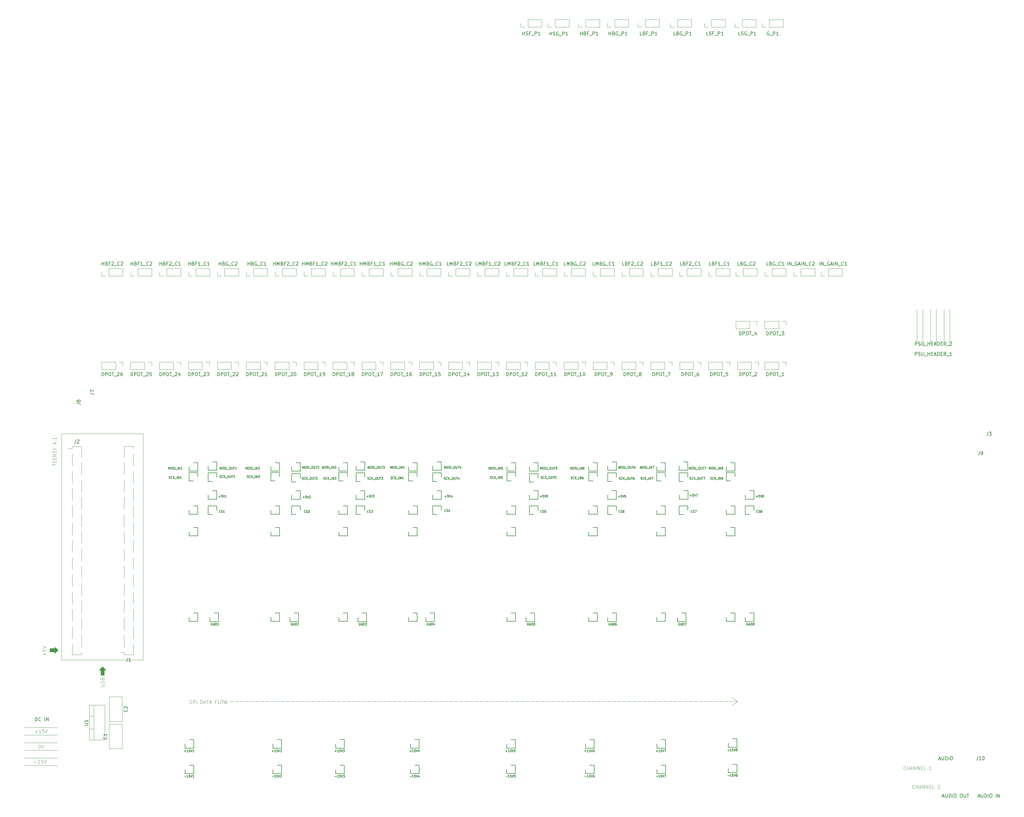
<source format=gbr>
%TF.GenerationSoftware,KiCad,Pcbnew,9.0.2*%
%TF.CreationDate,2025-07-19T15:49:03+01:00*%
%TF.ProjectId,FYP_EQ_MOUNT_UPDATED,4659505f-4551-45f4-9d4f-554e545f5550,rev?*%
%TF.SameCoordinates,Original*%
%TF.FileFunction,Legend,Top*%
%TF.FilePolarity,Positive*%
%FSLAX46Y46*%
G04 Gerber Fmt 4.6, Leading zero omitted, Abs format (unit mm)*
G04 Created by KiCad (PCBNEW 9.0.2) date 2025-07-19 15:49:03*
%MOMM*%
%LPD*%
G01*
G04 APERTURE LIST*
%ADD10C,0.100000*%
%ADD11C,0.152500*%
%ADD12C,0.150000*%
%ADD13C,0.200000*%
%ADD14C,0.120000*%
G04 APERTURE END LIST*
D10*
X67574067Y93250000D02*
X67074067Y93250000D01*
X67074067Y91750000D01*
X66074067Y91750000D01*
X66074067Y93250000D01*
X65574067Y93250000D01*
X66574067Y94250000D01*
X67574067Y93250000D01*
G36*
X67574067Y93250000D02*
G01*
X67074067Y93250000D01*
X67074067Y91750000D01*
X66074067Y91750000D01*
X66074067Y93250000D01*
X65574067Y93250000D01*
X66574067Y94250000D01*
X67574067Y93250000D01*
G37*
X253250000Y84000000D02*
X251750000Y85250000D01*
X53574067Y99075439D02*
X52574067Y98075439D01*
X52574067Y98575439D01*
X51074067Y98575439D01*
X51074067Y99575439D01*
X52574067Y99575439D01*
X52574067Y100075439D01*
X53574067Y99075439D01*
G36*
X53574067Y99075439D02*
G01*
X52574067Y98075439D01*
X52574067Y98575439D01*
X51074067Y98575439D01*
X51074067Y99575439D01*
X52574067Y99575439D01*
X52574067Y100075439D01*
X53574067Y99075439D01*
G37*
X104000000Y84000000D02*
X105100000Y84000000D01*
X105500000Y84000000D02*
X106600000Y84000000D01*
X107000000Y84000000D02*
X108100000Y84000000D01*
X108500000Y84000000D02*
X109600000Y84000000D01*
X110000000Y84000000D02*
X111100000Y84000000D01*
X111500000Y84000000D02*
X112600000Y84000000D01*
X113000000Y84000000D02*
X114100000Y84000000D01*
X114500000Y84000000D02*
X115600000Y84000000D01*
X116000000Y84000000D02*
X117100000Y84000000D01*
X117500000Y84000000D02*
X118600000Y84000000D01*
X119000000Y84000000D02*
X120100000Y84000000D01*
X120500000Y84000000D02*
X121600000Y84000000D01*
X122000000Y84000000D02*
X123100000Y84000000D01*
X123500000Y84000000D02*
X124600000Y84000000D01*
X125000000Y84000000D02*
X126100000Y84000000D01*
X126500000Y84000000D02*
X127600000Y84000000D01*
X128000000Y84000000D02*
X129100000Y84000000D01*
X129500000Y84000000D02*
X130600000Y84000000D01*
X131000000Y84000000D02*
X132100000Y84000000D01*
X132500000Y84000000D02*
X133600000Y84000000D01*
X134000000Y84000000D02*
X135100000Y84000000D01*
X135500000Y84000000D02*
X136600000Y84000000D01*
X137000000Y84000000D02*
X138100000Y84000000D01*
X138500000Y84000000D02*
X139600000Y84000000D01*
X140000000Y84000000D02*
X141100000Y84000000D01*
X141500000Y84000000D02*
X142600000Y84000000D01*
X143000000Y84000000D02*
X144100000Y84000000D01*
X144500000Y84000000D02*
X145600000Y84000000D01*
X146000000Y84000000D02*
X147100000Y84000000D01*
X147500000Y84000000D02*
X148600000Y84000000D01*
X149000000Y84000000D02*
X150100000Y84000000D01*
X150500000Y84000000D02*
X151600000Y84000000D01*
X152000000Y84000000D02*
X153100000Y84000000D01*
X153500000Y84000000D02*
X154600000Y84000000D01*
X155000000Y84000000D02*
X156100000Y84000000D01*
X156500000Y84000000D02*
X157600000Y84000000D01*
X158000000Y84000000D02*
X159100000Y84000000D01*
X159500000Y84000000D02*
X160600000Y84000000D01*
X161000000Y84000000D02*
X162100000Y84000000D01*
X162500000Y84000000D02*
X163600000Y84000000D01*
X164000000Y84000000D02*
X165100000Y84000000D01*
X165500000Y84000000D02*
X166600000Y84000000D01*
X167000000Y84000000D02*
X168100000Y84000000D01*
X168500000Y84000000D02*
X169600000Y84000000D01*
X170000000Y84000000D02*
X171100000Y84000000D01*
X171500000Y84000000D02*
X172600000Y84000000D01*
X173000000Y84000000D02*
X174100000Y84000000D01*
X174500000Y84000000D02*
X175600000Y84000000D01*
X176000000Y84000000D02*
X177100000Y84000000D01*
X177500000Y84000000D02*
X178600000Y84000000D01*
X179000000Y84000000D02*
X180100000Y84000000D01*
X180500000Y84000000D02*
X181600000Y84000000D01*
X182000000Y84000000D02*
X183100000Y84000000D01*
X183500000Y84000000D02*
X184600000Y84000000D01*
X185000000Y84000000D02*
X186100000Y84000000D01*
X186500000Y84000000D02*
X187600000Y84000000D01*
X188000000Y84000000D02*
X189100000Y84000000D01*
X189500000Y84000000D02*
X190600000Y84000000D01*
X191000000Y84000000D02*
X192100000Y84000000D01*
X192500000Y84000000D02*
X193600000Y84000000D01*
X194000000Y84000000D02*
X195100000Y84000000D01*
X195500000Y84000000D02*
X196600000Y84000000D01*
X197000000Y84000000D02*
X198100000Y84000000D01*
X198500000Y84000000D02*
X199600000Y84000000D01*
X200000000Y84000000D02*
X201100000Y84000000D01*
X201500000Y84000000D02*
X202600000Y84000000D01*
X203000000Y84000000D02*
X204100000Y84000000D01*
X204500000Y84000000D02*
X205600000Y84000000D01*
X206000000Y84000000D02*
X207100000Y84000000D01*
X207500000Y84000000D02*
X208600000Y84000000D01*
X209000000Y84000000D02*
X210100000Y84000000D01*
X210500000Y84000000D02*
X211600000Y84000000D01*
X212000000Y84000000D02*
X213100000Y84000000D01*
X213500000Y84000000D02*
X214600000Y84000000D01*
X215000000Y84000000D02*
X216100000Y84000000D01*
X216500000Y84000000D02*
X217600000Y84000000D01*
X218000000Y84000000D02*
X219100000Y84000000D01*
X219500000Y84000000D02*
X220600000Y84000000D01*
X221000000Y84000000D02*
X222100000Y84000000D01*
X222500000Y84000000D02*
X223600000Y84000000D01*
X224000000Y84000000D02*
X225100000Y84000000D01*
X225500000Y84000000D02*
X226600000Y84000000D01*
X227000000Y84000000D02*
X228100000Y84000000D01*
X228500000Y84000000D02*
X229600000Y84000000D01*
X230000000Y84000000D02*
X231100000Y84000000D01*
X231500000Y84000000D02*
X232600000Y84000000D01*
X233000000Y84000000D02*
X234100000Y84000000D01*
X234500000Y84000000D02*
X235600000Y84000000D01*
X236000000Y84000000D02*
X237100000Y84000000D01*
X237500000Y84000000D02*
X238600000Y84000000D01*
X239000000Y84000000D02*
X240100000Y84000000D01*
X240500000Y84000000D02*
X241600000Y84000000D01*
X242000000Y84000000D02*
X243100000Y84000000D01*
X243500000Y84000000D02*
X244600000Y84000000D01*
X245000000Y84000000D02*
X246100000Y84000000D01*
X246500000Y84000000D02*
X247600000Y84000000D01*
X248000000Y84000000D02*
X249100000Y84000000D01*
X249500000Y84000000D02*
X250600000Y84000000D01*
X251000000Y84000000D02*
X252100000Y84000000D01*
X252500000Y84000000D02*
X253250000Y84000000D01*
X54574067Y162750000D02*
X78574067Y162750000D01*
X78574067Y96250000D01*
X54574067Y96250000D01*
X54574067Y162750000D01*
X253250000Y84000000D02*
X251750000Y82750000D01*
X46742534Y75128245D02*
X47504439Y75128245D01*
X47123486Y74747292D02*
X47123486Y75509197D01*
X48504438Y74747292D02*
X47933010Y74747292D01*
X48218724Y74747292D02*
X48218724Y75747292D01*
X48218724Y75747292D02*
X48123486Y75604435D01*
X48123486Y75604435D02*
X48028248Y75509197D01*
X48028248Y75509197D02*
X47933010Y75461578D01*
X49409200Y75747292D02*
X48933010Y75747292D01*
X48933010Y75747292D02*
X48885391Y75271102D01*
X48885391Y75271102D02*
X48933010Y75318721D01*
X48933010Y75318721D02*
X49028248Y75366340D01*
X49028248Y75366340D02*
X49266343Y75366340D01*
X49266343Y75366340D02*
X49361581Y75318721D01*
X49361581Y75318721D02*
X49409200Y75271102D01*
X49409200Y75271102D02*
X49456819Y75175864D01*
X49456819Y75175864D02*
X49456819Y74937769D01*
X49456819Y74937769D02*
X49409200Y74842531D01*
X49409200Y74842531D02*
X49361581Y74794912D01*
X49361581Y74794912D02*
X49266343Y74747292D01*
X49266343Y74747292D02*
X49028248Y74747292D01*
X49028248Y74747292D02*
X48933010Y74794912D01*
X48933010Y74794912D02*
X48885391Y74842531D01*
X49742534Y75747292D02*
X50075867Y74747292D01*
X50075867Y74747292D02*
X50409200Y75747292D01*
X49565533Y97553884D02*
X49565533Y98315789D01*
X49946486Y97934836D02*
X49184581Y97934836D01*
X48946486Y99268169D02*
X48946486Y98791979D01*
X48946486Y98791979D02*
X49422676Y98744360D01*
X49422676Y98744360D02*
X49375057Y98791979D01*
X49375057Y98791979D02*
X49327438Y98887217D01*
X49327438Y98887217D02*
X49327438Y99125312D01*
X49327438Y99125312D02*
X49375057Y99220550D01*
X49375057Y99220550D02*
X49422676Y99268169D01*
X49422676Y99268169D02*
X49517914Y99315788D01*
X49517914Y99315788D02*
X49756009Y99315788D01*
X49756009Y99315788D02*
X49851247Y99268169D01*
X49851247Y99268169D02*
X49898867Y99220550D01*
X49898867Y99220550D02*
X49946486Y99125312D01*
X49946486Y99125312D02*
X49946486Y98887217D01*
X49946486Y98887217D02*
X49898867Y98791979D01*
X49898867Y98791979D02*
X49851247Y98744360D01*
X48946486Y99601503D02*
X49946486Y99934836D01*
X49946486Y99934836D02*
X48946486Y100268169D01*
X66083418Y88385043D02*
X66892941Y88385043D01*
X66892941Y88385043D02*
X66988179Y88432662D01*
X66988179Y88432662D02*
X67035799Y88480281D01*
X67035799Y88480281D02*
X67083418Y88575519D01*
X67083418Y88575519D02*
X67083418Y88765995D01*
X67083418Y88765995D02*
X67035799Y88861233D01*
X67035799Y88861233D02*
X66988179Y88908852D01*
X66988179Y88908852D02*
X66892941Y88956471D01*
X66892941Y88956471D02*
X66083418Y88956471D01*
X67035799Y89385043D02*
X67083418Y89527900D01*
X67083418Y89527900D02*
X67083418Y89765995D01*
X67083418Y89765995D02*
X67035799Y89861233D01*
X67035799Y89861233D02*
X66988179Y89908852D01*
X66988179Y89908852D02*
X66892941Y89956471D01*
X66892941Y89956471D02*
X66797703Y89956471D01*
X66797703Y89956471D02*
X66702465Y89908852D01*
X66702465Y89908852D02*
X66654846Y89861233D01*
X66654846Y89861233D02*
X66607227Y89765995D01*
X66607227Y89765995D02*
X66559608Y89575519D01*
X66559608Y89575519D02*
X66511989Y89480281D01*
X66511989Y89480281D02*
X66464370Y89432662D01*
X66464370Y89432662D02*
X66369132Y89385043D01*
X66369132Y89385043D02*
X66273894Y89385043D01*
X66273894Y89385043D02*
X66178656Y89432662D01*
X66178656Y89432662D02*
X66131037Y89480281D01*
X66131037Y89480281D02*
X66083418Y89575519D01*
X66083418Y89575519D02*
X66083418Y89813614D01*
X66083418Y89813614D02*
X66131037Y89956471D01*
X66559608Y90718376D02*
X66607227Y90861233D01*
X66607227Y90861233D02*
X66654846Y90908852D01*
X66654846Y90908852D02*
X66750084Y90956471D01*
X66750084Y90956471D02*
X66892941Y90956471D01*
X66892941Y90956471D02*
X66988179Y90908852D01*
X66988179Y90908852D02*
X67035799Y90861233D01*
X67035799Y90861233D02*
X67083418Y90765995D01*
X67083418Y90765995D02*
X67083418Y90385043D01*
X67083418Y90385043D02*
X66083418Y90385043D01*
X66083418Y90385043D02*
X66083418Y90718376D01*
X66083418Y90718376D02*
X66131037Y90813614D01*
X66131037Y90813614D02*
X66178656Y90861233D01*
X66178656Y90861233D02*
X66273894Y90908852D01*
X66273894Y90908852D02*
X66369132Y90908852D01*
X66369132Y90908852D02*
X66464370Y90861233D01*
X66464370Y90861233D02*
X66511989Y90813614D01*
X66511989Y90813614D02*
X66559608Y90718376D01*
X66559608Y90718376D02*
X66559608Y90385043D01*
X302875312Y63972819D02*
X302827693Y63925200D01*
X302827693Y63925200D02*
X302684836Y63877580D01*
X302684836Y63877580D02*
X302589598Y63877580D01*
X302589598Y63877580D02*
X302446741Y63925200D01*
X302446741Y63925200D02*
X302351503Y64020438D01*
X302351503Y64020438D02*
X302303884Y64115676D01*
X302303884Y64115676D02*
X302256265Y64306152D01*
X302256265Y64306152D02*
X302256265Y64449009D01*
X302256265Y64449009D02*
X302303884Y64639485D01*
X302303884Y64639485D02*
X302351503Y64734723D01*
X302351503Y64734723D02*
X302446741Y64829961D01*
X302446741Y64829961D02*
X302589598Y64877580D01*
X302589598Y64877580D02*
X302684836Y64877580D01*
X302684836Y64877580D02*
X302827693Y64829961D01*
X302827693Y64829961D02*
X302875312Y64782342D01*
X303303884Y63877580D02*
X303303884Y64877580D01*
X303303884Y64401390D02*
X303875312Y64401390D01*
X303875312Y63877580D02*
X303875312Y64877580D01*
X304303884Y64163295D02*
X304780074Y64163295D01*
X304208646Y63877580D02*
X304541979Y64877580D01*
X304541979Y64877580D02*
X304875312Y63877580D01*
X305208646Y63877580D02*
X305208646Y64877580D01*
X305208646Y64877580D02*
X305780074Y63877580D01*
X305780074Y63877580D02*
X305780074Y64877580D01*
X306256265Y63877580D02*
X306256265Y64877580D01*
X306256265Y64877580D02*
X306827693Y63877580D01*
X306827693Y63877580D02*
X306827693Y64877580D01*
X307303884Y64401390D02*
X307637217Y64401390D01*
X307780074Y63877580D02*
X307303884Y63877580D01*
X307303884Y63877580D02*
X307303884Y64877580D01*
X307303884Y64877580D02*
X307780074Y64877580D01*
X308684836Y63877580D02*
X308208646Y63877580D01*
X308208646Y63877580D02*
X308208646Y64877580D01*
X310303884Y63877580D02*
X309732456Y63877580D01*
X310018170Y63877580D02*
X310018170Y64877580D01*
X310018170Y64877580D02*
X309922932Y64734723D01*
X309922932Y64734723D02*
X309827694Y64639485D01*
X309827694Y64639485D02*
X309732456Y64591866D01*
X305375312Y58472819D02*
X305327693Y58425200D01*
X305327693Y58425200D02*
X305184836Y58377580D01*
X305184836Y58377580D02*
X305089598Y58377580D01*
X305089598Y58377580D02*
X304946741Y58425200D01*
X304946741Y58425200D02*
X304851503Y58520438D01*
X304851503Y58520438D02*
X304803884Y58615676D01*
X304803884Y58615676D02*
X304756265Y58806152D01*
X304756265Y58806152D02*
X304756265Y58949009D01*
X304756265Y58949009D02*
X304803884Y59139485D01*
X304803884Y59139485D02*
X304851503Y59234723D01*
X304851503Y59234723D02*
X304946741Y59329961D01*
X304946741Y59329961D02*
X305089598Y59377580D01*
X305089598Y59377580D02*
X305184836Y59377580D01*
X305184836Y59377580D02*
X305327693Y59329961D01*
X305327693Y59329961D02*
X305375312Y59282342D01*
X305803884Y58377580D02*
X305803884Y59377580D01*
X305803884Y58901390D02*
X306375312Y58901390D01*
X306375312Y58377580D02*
X306375312Y59377580D01*
X306803884Y58663295D02*
X307280074Y58663295D01*
X306708646Y58377580D02*
X307041979Y59377580D01*
X307041979Y59377580D02*
X307375312Y58377580D01*
X307708646Y58377580D02*
X307708646Y59377580D01*
X307708646Y59377580D02*
X308280074Y58377580D01*
X308280074Y58377580D02*
X308280074Y59377580D01*
X308756265Y58377580D02*
X308756265Y59377580D01*
X308756265Y59377580D02*
X309327693Y58377580D01*
X309327693Y58377580D02*
X309327693Y59377580D01*
X309803884Y58901390D02*
X310137217Y58901390D01*
X310280074Y58377580D02*
X309803884Y58377580D01*
X309803884Y58377580D02*
X309803884Y59377580D01*
X309803884Y59377580D02*
X310280074Y59377580D01*
X311184836Y58377580D02*
X310708646Y58377580D01*
X310708646Y58377580D02*
X310708646Y59377580D01*
X312232456Y59282342D02*
X312280075Y59329961D01*
X312280075Y59329961D02*
X312375313Y59377580D01*
X312375313Y59377580D02*
X312613408Y59377580D01*
X312613408Y59377580D02*
X312708646Y59329961D01*
X312708646Y59329961D02*
X312756265Y59282342D01*
X312756265Y59282342D02*
X312803884Y59187104D01*
X312803884Y59187104D02*
X312803884Y59091866D01*
X312803884Y59091866D02*
X312756265Y58949009D01*
X312756265Y58949009D02*
X312184837Y58377580D01*
X312184837Y58377580D02*
X312803884Y58377580D01*
X92256265Y83425200D02*
X92399122Y83377580D01*
X92399122Y83377580D02*
X92637217Y83377580D01*
X92637217Y83377580D02*
X92732455Y83425200D01*
X92732455Y83425200D02*
X92780074Y83472819D01*
X92780074Y83472819D02*
X92827693Y83568057D01*
X92827693Y83568057D02*
X92827693Y83663295D01*
X92827693Y83663295D02*
X92780074Y83758533D01*
X92780074Y83758533D02*
X92732455Y83806152D01*
X92732455Y83806152D02*
X92637217Y83853771D01*
X92637217Y83853771D02*
X92446741Y83901390D01*
X92446741Y83901390D02*
X92351503Y83949009D01*
X92351503Y83949009D02*
X92303884Y83996628D01*
X92303884Y83996628D02*
X92256265Y84091866D01*
X92256265Y84091866D02*
X92256265Y84187104D01*
X92256265Y84187104D02*
X92303884Y84282342D01*
X92303884Y84282342D02*
X92351503Y84329961D01*
X92351503Y84329961D02*
X92446741Y84377580D01*
X92446741Y84377580D02*
X92684836Y84377580D01*
X92684836Y84377580D02*
X92827693Y84329961D01*
X93256265Y83377580D02*
X93256265Y84377580D01*
X93256265Y84377580D02*
X93637217Y84377580D01*
X93637217Y84377580D02*
X93732455Y84329961D01*
X93732455Y84329961D02*
X93780074Y84282342D01*
X93780074Y84282342D02*
X93827693Y84187104D01*
X93827693Y84187104D02*
X93827693Y84044247D01*
X93827693Y84044247D02*
X93780074Y83949009D01*
X93780074Y83949009D02*
X93732455Y83901390D01*
X93732455Y83901390D02*
X93637217Y83853771D01*
X93637217Y83853771D02*
X93256265Y83853771D01*
X94256265Y83377580D02*
X94256265Y84377580D01*
X95494360Y83377580D02*
X95494360Y84377580D01*
X95494360Y84377580D02*
X95732455Y84377580D01*
X95732455Y84377580D02*
X95875312Y84329961D01*
X95875312Y84329961D02*
X95970550Y84234723D01*
X95970550Y84234723D02*
X96018169Y84139485D01*
X96018169Y84139485D02*
X96065788Y83949009D01*
X96065788Y83949009D02*
X96065788Y83806152D01*
X96065788Y83806152D02*
X96018169Y83615676D01*
X96018169Y83615676D02*
X95970550Y83520438D01*
X95970550Y83520438D02*
X95875312Y83425200D01*
X95875312Y83425200D02*
X95732455Y83377580D01*
X95732455Y83377580D02*
X95494360Y83377580D01*
X96446741Y83663295D02*
X96922931Y83663295D01*
X96351503Y83377580D02*
X96684836Y84377580D01*
X96684836Y84377580D02*
X97018169Y83377580D01*
X97208646Y84377580D02*
X97780074Y84377580D01*
X97494360Y83377580D02*
X97494360Y84377580D01*
X98065789Y83663295D02*
X98541979Y83663295D01*
X97970551Y83377580D02*
X98303884Y84377580D01*
X98303884Y84377580D02*
X98637217Y83377580D01*
X100065789Y83901390D02*
X99732456Y83901390D01*
X99732456Y83377580D02*
X99732456Y84377580D01*
X99732456Y84377580D02*
X100208646Y84377580D01*
X101065789Y83377580D02*
X100589599Y83377580D01*
X100589599Y83377580D02*
X100589599Y84377580D01*
X101589599Y84377580D02*
X101780075Y84377580D01*
X101780075Y84377580D02*
X101875313Y84329961D01*
X101875313Y84329961D02*
X101970551Y84234723D01*
X101970551Y84234723D02*
X102018170Y84044247D01*
X102018170Y84044247D02*
X102018170Y83710914D01*
X102018170Y83710914D02*
X101970551Y83520438D01*
X101970551Y83520438D02*
X101875313Y83425200D01*
X101875313Y83425200D02*
X101780075Y83377580D01*
X101780075Y83377580D02*
X101589599Y83377580D01*
X101589599Y83377580D02*
X101494361Y83425200D01*
X101494361Y83425200D02*
X101399123Y83520438D01*
X101399123Y83520438D02*
X101351504Y83710914D01*
X101351504Y83710914D02*
X101351504Y84044247D01*
X101351504Y84044247D02*
X101399123Y84234723D01*
X101399123Y84234723D02*
X101494361Y84329961D01*
X101494361Y84329961D02*
X101589599Y84377580D01*
X102351504Y84377580D02*
X102589599Y83377580D01*
X102589599Y83377580D02*
X102780075Y84091866D01*
X102780075Y84091866D02*
X102970551Y83377580D01*
X102970551Y83377580D02*
X103208647Y84377580D01*
X51946486Y153411027D02*
X51946486Y153982455D01*
X52946486Y153696741D02*
X51946486Y153696741D01*
X52422676Y154315789D02*
X52422676Y154649122D01*
X52946486Y154791979D02*
X52946486Y154315789D01*
X52946486Y154315789D02*
X51946486Y154315789D01*
X51946486Y154315789D02*
X51946486Y154791979D01*
X52422676Y155220551D02*
X52422676Y155553884D01*
X52946486Y155696741D02*
X52946486Y155220551D01*
X52946486Y155220551D02*
X51946486Y155220551D01*
X51946486Y155220551D02*
X51946486Y155696741D01*
X52946486Y156125313D02*
X51946486Y156125313D01*
X51946486Y156125313D02*
X52946486Y156696741D01*
X52946486Y156696741D02*
X51946486Y156696741D01*
X52898867Y157125313D02*
X52946486Y157268170D01*
X52946486Y157268170D02*
X52946486Y157506265D01*
X52946486Y157506265D02*
X52898867Y157601503D01*
X52898867Y157601503D02*
X52851247Y157649122D01*
X52851247Y157649122D02*
X52756009Y157696741D01*
X52756009Y157696741D02*
X52660771Y157696741D01*
X52660771Y157696741D02*
X52565533Y157649122D01*
X52565533Y157649122D02*
X52517914Y157601503D01*
X52517914Y157601503D02*
X52470295Y157506265D01*
X52470295Y157506265D02*
X52422676Y157315789D01*
X52422676Y157315789D02*
X52375057Y157220551D01*
X52375057Y157220551D02*
X52327438Y157172932D01*
X52327438Y157172932D02*
X52232200Y157125313D01*
X52232200Y157125313D02*
X52136962Y157125313D01*
X52136962Y157125313D02*
X52041724Y157172932D01*
X52041724Y157172932D02*
X51994105Y157220551D01*
X51994105Y157220551D02*
X51946486Y157315789D01*
X51946486Y157315789D02*
X51946486Y157553884D01*
X51946486Y157553884D02*
X51994105Y157696741D01*
X52470295Y158315789D02*
X52946486Y158315789D01*
X51946486Y157982456D02*
X52470295Y158315789D01*
X52470295Y158315789D02*
X51946486Y158649122D01*
X52279819Y160172932D02*
X52946486Y160172932D01*
X51898867Y159934837D02*
X52613152Y159696742D01*
X52613152Y159696742D02*
X52613152Y160315789D01*
X52851247Y160696742D02*
X52898867Y160744361D01*
X52898867Y160744361D02*
X52946486Y160696742D01*
X52946486Y160696742D02*
X52898867Y160649123D01*
X52898867Y160649123D02*
X52851247Y160696742D01*
X52851247Y160696742D02*
X52946486Y160696742D01*
X52946486Y161696741D02*
X52946486Y161125313D01*
X52946486Y161411027D02*
X51946486Y161411027D01*
X51946486Y161411027D02*
X52089343Y161315789D01*
X52089343Y161315789D02*
X52184581Y161220551D01*
X52184581Y161220551D02*
X52232200Y161125313D01*
X46413910Y66187530D02*
X47175815Y66187530D01*
X48175814Y65806577D02*
X47604386Y65806577D01*
X47890100Y65806577D02*
X47890100Y66806577D01*
X47890100Y66806577D02*
X47794862Y66663720D01*
X47794862Y66663720D02*
X47699624Y66568482D01*
X47699624Y66568482D02*
X47604386Y66520863D01*
X49080576Y66806577D02*
X48604386Y66806577D01*
X48604386Y66806577D02*
X48556767Y66330387D01*
X48556767Y66330387D02*
X48604386Y66378006D01*
X48604386Y66378006D02*
X48699624Y66425625D01*
X48699624Y66425625D02*
X48937719Y66425625D01*
X48937719Y66425625D02*
X49032957Y66378006D01*
X49032957Y66378006D02*
X49080576Y66330387D01*
X49080576Y66330387D02*
X49128195Y66235149D01*
X49128195Y66235149D02*
X49128195Y65997054D01*
X49128195Y65997054D02*
X49080576Y65901816D01*
X49080576Y65901816D02*
X49032957Y65854197D01*
X49032957Y65854197D02*
X48937719Y65806577D01*
X48937719Y65806577D02*
X48699624Y65806577D01*
X48699624Y65806577D02*
X48604386Y65854197D01*
X48604386Y65854197D02*
X48556767Y65901816D01*
X49413910Y66806577D02*
X49747243Y65806577D01*
X49747243Y65806577D02*
X50080576Y66806577D01*
X47972768Y71237587D02*
X48068006Y71237587D01*
X48068006Y71237587D02*
X48163244Y71189968D01*
X48163244Y71189968D02*
X48210863Y71142349D01*
X48210863Y71142349D02*
X48258482Y71047111D01*
X48258482Y71047111D02*
X48306101Y70856635D01*
X48306101Y70856635D02*
X48306101Y70618540D01*
X48306101Y70618540D02*
X48258482Y70428064D01*
X48258482Y70428064D02*
X48210863Y70332826D01*
X48210863Y70332826D02*
X48163244Y70285207D01*
X48163244Y70285207D02*
X48068006Y70237587D01*
X48068006Y70237587D02*
X47972768Y70237587D01*
X47972768Y70237587D02*
X47877530Y70285207D01*
X47877530Y70285207D02*
X47829911Y70332826D01*
X47829911Y70332826D02*
X47782292Y70428064D01*
X47782292Y70428064D02*
X47734673Y70618540D01*
X47734673Y70618540D02*
X47734673Y70856635D01*
X47734673Y70856635D02*
X47782292Y71047111D01*
X47782292Y71047111D02*
X47829911Y71142349D01*
X47829911Y71142349D02*
X47877530Y71189968D01*
X47877530Y71189968D02*
X47972768Y71237587D01*
X48591816Y71237587D02*
X48925149Y70237587D01*
X48925149Y70237587D02*
X49258482Y71237587D01*
D11*
X229431744Y69408596D02*
X229910602Y69408596D01*
X229671173Y69147263D02*
X229671173Y69669930D01*
X230539102Y69147263D02*
X230179959Y69147263D01*
X230359530Y69147263D02*
X230359530Y69833263D01*
X230359530Y69833263D02*
X230299673Y69735263D01*
X230299673Y69735263D02*
X230239816Y69669930D01*
X230239816Y69669930D02*
X230179959Y69637263D01*
X231107744Y69833263D02*
X230808458Y69833263D01*
X230808458Y69833263D02*
X230778530Y69506596D01*
X230778530Y69506596D02*
X230808458Y69539263D01*
X230808458Y69539263D02*
X230868316Y69571930D01*
X230868316Y69571930D02*
X231017958Y69571930D01*
X231017958Y69571930D02*
X231077816Y69539263D01*
X231077816Y69539263D02*
X231107744Y69506596D01*
X231107744Y69506596D02*
X231137673Y69441263D01*
X231137673Y69441263D02*
X231137673Y69277930D01*
X231137673Y69277930D02*
X231107744Y69212596D01*
X231107744Y69212596D02*
X231077816Y69179930D01*
X231077816Y69179930D02*
X231017958Y69147263D01*
X231017958Y69147263D02*
X230868316Y69147263D01*
X230868316Y69147263D02*
X230808458Y69179930D01*
X230808458Y69179930D02*
X230778530Y69212596D01*
X231317244Y69833263D02*
X231526744Y69147263D01*
X231526744Y69147263D02*
X231736244Y69833263D01*
X231885886Y69833263D02*
X232304886Y69833263D01*
X232304886Y69833263D02*
X232035529Y69147263D01*
D12*
X228426190Y179795180D02*
X228426190Y180795180D01*
X228426190Y180795180D02*
X228664285Y180795180D01*
X228664285Y180795180D02*
X228807142Y180747561D01*
X228807142Y180747561D02*
X228902380Y180652323D01*
X228902380Y180652323D02*
X228949999Y180557085D01*
X228949999Y180557085D02*
X228997618Y180366609D01*
X228997618Y180366609D02*
X228997618Y180223752D01*
X228997618Y180223752D02*
X228949999Y180033276D01*
X228949999Y180033276D02*
X228902380Y179938038D01*
X228902380Y179938038D02*
X228807142Y179842800D01*
X228807142Y179842800D02*
X228664285Y179795180D01*
X228664285Y179795180D02*
X228426190Y179795180D01*
X229426190Y179795180D02*
X229426190Y180795180D01*
X229426190Y180795180D02*
X229807142Y180795180D01*
X229807142Y180795180D02*
X229902380Y180747561D01*
X229902380Y180747561D02*
X229949999Y180699942D01*
X229949999Y180699942D02*
X229997618Y180604704D01*
X229997618Y180604704D02*
X229997618Y180461847D01*
X229997618Y180461847D02*
X229949999Y180366609D01*
X229949999Y180366609D02*
X229902380Y180318990D01*
X229902380Y180318990D02*
X229807142Y180271371D01*
X229807142Y180271371D02*
X229426190Y180271371D01*
X230616666Y180795180D02*
X230807142Y180795180D01*
X230807142Y180795180D02*
X230902380Y180747561D01*
X230902380Y180747561D02*
X230997618Y180652323D01*
X230997618Y180652323D02*
X231045237Y180461847D01*
X231045237Y180461847D02*
X231045237Y180128514D01*
X231045237Y180128514D02*
X230997618Y179938038D01*
X230997618Y179938038D02*
X230902380Y179842800D01*
X230902380Y179842800D02*
X230807142Y179795180D01*
X230807142Y179795180D02*
X230616666Y179795180D01*
X230616666Y179795180D02*
X230521428Y179842800D01*
X230521428Y179842800D02*
X230426190Y179938038D01*
X230426190Y179938038D02*
X230378571Y180128514D01*
X230378571Y180128514D02*
X230378571Y180461847D01*
X230378571Y180461847D02*
X230426190Y180652323D01*
X230426190Y180652323D02*
X230521428Y180747561D01*
X230521428Y180747561D02*
X230616666Y180795180D01*
X231330952Y180795180D02*
X231902380Y180795180D01*
X231616666Y179795180D02*
X231616666Y180795180D01*
X231997619Y179699942D02*
X232759523Y179699942D01*
X232902381Y180795180D02*
X233569047Y180795180D01*
X233569047Y180795180D02*
X233140476Y179795180D01*
X109357143Y212295180D02*
X109357143Y213295180D01*
X109357143Y212818990D02*
X109928571Y212818990D01*
X109928571Y212295180D02*
X109928571Y213295180D01*
X110738095Y212818990D02*
X110880952Y212771371D01*
X110880952Y212771371D02*
X110928571Y212723752D01*
X110928571Y212723752D02*
X110976190Y212628514D01*
X110976190Y212628514D02*
X110976190Y212485657D01*
X110976190Y212485657D02*
X110928571Y212390419D01*
X110928571Y212390419D02*
X110880952Y212342800D01*
X110880952Y212342800D02*
X110785714Y212295180D01*
X110785714Y212295180D02*
X110404762Y212295180D01*
X110404762Y212295180D02*
X110404762Y213295180D01*
X110404762Y213295180D02*
X110738095Y213295180D01*
X110738095Y213295180D02*
X110833333Y213247561D01*
X110833333Y213247561D02*
X110880952Y213199942D01*
X110880952Y213199942D02*
X110928571Y213104704D01*
X110928571Y213104704D02*
X110928571Y213009466D01*
X110928571Y213009466D02*
X110880952Y212914228D01*
X110880952Y212914228D02*
X110833333Y212866609D01*
X110833333Y212866609D02*
X110738095Y212818990D01*
X110738095Y212818990D02*
X110404762Y212818990D01*
X111928571Y213247561D02*
X111833333Y213295180D01*
X111833333Y213295180D02*
X111690476Y213295180D01*
X111690476Y213295180D02*
X111547619Y213247561D01*
X111547619Y213247561D02*
X111452381Y213152323D01*
X111452381Y213152323D02*
X111404762Y213057085D01*
X111404762Y213057085D02*
X111357143Y212866609D01*
X111357143Y212866609D02*
X111357143Y212723752D01*
X111357143Y212723752D02*
X111404762Y212533276D01*
X111404762Y212533276D02*
X111452381Y212438038D01*
X111452381Y212438038D02*
X111547619Y212342800D01*
X111547619Y212342800D02*
X111690476Y212295180D01*
X111690476Y212295180D02*
X111785714Y212295180D01*
X111785714Y212295180D02*
X111928571Y212342800D01*
X111928571Y212342800D02*
X111976190Y212390419D01*
X111976190Y212390419D02*
X111976190Y212723752D01*
X111976190Y212723752D02*
X111785714Y212723752D01*
X112166667Y212199942D02*
X112928571Y212199942D01*
X113738095Y212390419D02*
X113690476Y212342800D01*
X113690476Y212342800D02*
X113547619Y212295180D01*
X113547619Y212295180D02*
X113452381Y212295180D01*
X113452381Y212295180D02*
X113309524Y212342800D01*
X113309524Y212342800D02*
X113214286Y212438038D01*
X113214286Y212438038D02*
X113166667Y212533276D01*
X113166667Y212533276D02*
X113119048Y212723752D01*
X113119048Y212723752D02*
X113119048Y212866609D01*
X113119048Y212866609D02*
X113166667Y213057085D01*
X113166667Y213057085D02*
X113214286Y213152323D01*
X113214286Y213152323D02*
X113309524Y213247561D01*
X113309524Y213247561D02*
X113452381Y213295180D01*
X113452381Y213295180D02*
X113547619Y213295180D01*
X113547619Y213295180D02*
X113690476Y213247561D01*
X113690476Y213247561D02*
X113738095Y213199942D01*
X114690476Y212295180D02*
X114119048Y212295180D01*
X114404762Y212295180D02*
X114404762Y213295180D01*
X114404762Y213295180D02*
X114309524Y213152323D01*
X114309524Y213152323D02*
X114214286Y213057085D01*
X114214286Y213057085D02*
X114119048Y213009466D01*
X326966666Y163295180D02*
X326966666Y162580895D01*
X326966666Y162580895D02*
X326919047Y162438038D01*
X326919047Y162438038D02*
X326823809Y162342800D01*
X326823809Y162342800D02*
X326680952Y162295180D01*
X326680952Y162295180D02*
X326585714Y162295180D01*
X327347619Y163295180D02*
X327966666Y163295180D01*
X327966666Y163295180D02*
X327633333Y162914228D01*
X327633333Y162914228D02*
X327776190Y162914228D01*
X327776190Y162914228D02*
X327871428Y162866609D01*
X327871428Y162866609D02*
X327919047Y162818990D01*
X327919047Y162818990D02*
X327966666Y162723752D01*
X327966666Y162723752D02*
X327966666Y162485657D01*
X327966666Y162485657D02*
X327919047Y162390419D01*
X327919047Y162390419D02*
X327871428Y162342800D01*
X327871428Y162342800D02*
X327776190Y162295180D01*
X327776190Y162295180D02*
X327490476Y162295180D01*
X327490476Y162295180D02*
X327395238Y162342800D01*
X327395238Y162342800D02*
X327347619Y162390419D01*
D11*
X131239599Y152539263D02*
X131239599Y153225263D01*
X131239599Y153225263D02*
X131449099Y152735263D01*
X131449099Y152735263D02*
X131658599Y153225263D01*
X131658599Y153225263D02*
X131658599Y152539263D01*
X132077600Y153225263D02*
X132197314Y153225263D01*
X132197314Y153225263D02*
X132257171Y153192596D01*
X132257171Y153192596D02*
X132317028Y153127263D01*
X132317028Y153127263D02*
X132346957Y152996596D01*
X132346957Y152996596D02*
X132346957Y152767930D01*
X132346957Y152767930D02*
X132317028Y152637263D01*
X132317028Y152637263D02*
X132257171Y152571930D01*
X132257171Y152571930D02*
X132197314Y152539263D01*
X132197314Y152539263D02*
X132077600Y152539263D01*
X132077600Y152539263D02*
X132017743Y152571930D01*
X132017743Y152571930D02*
X131957885Y152637263D01*
X131957885Y152637263D02*
X131927957Y152767930D01*
X131927957Y152767930D02*
X131927957Y152996596D01*
X131927957Y152996596D02*
X131957885Y153127263D01*
X131957885Y153127263D02*
X132017743Y153192596D01*
X132017743Y153192596D02*
X132077600Y153225263D01*
X132586386Y152571930D02*
X132676172Y152539263D01*
X132676172Y152539263D02*
X132825814Y152539263D01*
X132825814Y152539263D02*
X132885672Y152571930D01*
X132885672Y152571930D02*
X132915600Y152604596D01*
X132915600Y152604596D02*
X132945529Y152669930D01*
X132945529Y152669930D02*
X132945529Y152735263D01*
X132945529Y152735263D02*
X132915600Y152800596D01*
X132915600Y152800596D02*
X132885672Y152833263D01*
X132885672Y152833263D02*
X132825814Y152865930D01*
X132825814Y152865930D02*
X132706100Y152898596D01*
X132706100Y152898596D02*
X132646243Y152931263D01*
X132646243Y152931263D02*
X132616314Y152963930D01*
X132616314Y152963930D02*
X132586386Y153029263D01*
X132586386Y153029263D02*
X132586386Y153094596D01*
X132586386Y153094596D02*
X132616314Y153159930D01*
X132616314Y153159930D02*
X132646243Y153192596D01*
X132646243Y153192596D02*
X132706100Y153225263D01*
X132706100Y153225263D02*
X132855743Y153225263D01*
X132855743Y153225263D02*
X132945529Y153192596D01*
X133214885Y152539263D02*
X133214885Y153225263D01*
X133364529Y152473930D02*
X133843386Y152473930D01*
X133993028Y152539263D02*
X133993028Y153225263D01*
X134292314Y152539263D02*
X134292314Y153225263D01*
X134292314Y153225263D02*
X134651457Y152539263D01*
X134651457Y152539263D02*
X134651457Y153225263D01*
X134890886Y153225263D02*
X135279958Y153225263D01*
X135279958Y153225263D02*
X135070458Y152963930D01*
X135070458Y152963930D02*
X135160243Y152963930D01*
X135160243Y152963930D02*
X135220101Y152931263D01*
X135220101Y152931263D02*
X135250029Y152898596D01*
X135250029Y152898596D02*
X135279958Y152833263D01*
X135279958Y152833263D02*
X135279958Y152669930D01*
X135279958Y152669930D02*
X135250029Y152604596D01*
X135250029Y152604596D02*
X135220101Y152571930D01*
X135220101Y152571930D02*
X135160243Y152539263D01*
X135160243Y152539263D02*
X134980672Y152539263D01*
X134980672Y152539263D02*
X134920815Y152571930D01*
X134920815Y152571930D02*
X134890886Y152604596D01*
D12*
X253926190Y191795180D02*
X253926190Y192795180D01*
X253926190Y192795180D02*
X254164285Y192795180D01*
X254164285Y192795180D02*
X254307142Y192747561D01*
X254307142Y192747561D02*
X254402380Y192652323D01*
X254402380Y192652323D02*
X254449999Y192557085D01*
X254449999Y192557085D02*
X254497618Y192366609D01*
X254497618Y192366609D02*
X254497618Y192223752D01*
X254497618Y192223752D02*
X254449999Y192033276D01*
X254449999Y192033276D02*
X254402380Y191938038D01*
X254402380Y191938038D02*
X254307142Y191842800D01*
X254307142Y191842800D02*
X254164285Y191795180D01*
X254164285Y191795180D02*
X253926190Y191795180D01*
X254926190Y191795180D02*
X254926190Y192795180D01*
X254926190Y192795180D02*
X255307142Y192795180D01*
X255307142Y192795180D02*
X255402380Y192747561D01*
X255402380Y192747561D02*
X255449999Y192699942D01*
X255449999Y192699942D02*
X255497618Y192604704D01*
X255497618Y192604704D02*
X255497618Y192461847D01*
X255497618Y192461847D02*
X255449999Y192366609D01*
X255449999Y192366609D02*
X255402380Y192318990D01*
X255402380Y192318990D02*
X255307142Y192271371D01*
X255307142Y192271371D02*
X254926190Y192271371D01*
X256116666Y192795180D02*
X256307142Y192795180D01*
X256307142Y192795180D02*
X256402380Y192747561D01*
X256402380Y192747561D02*
X256497618Y192652323D01*
X256497618Y192652323D02*
X256545237Y192461847D01*
X256545237Y192461847D02*
X256545237Y192128514D01*
X256545237Y192128514D02*
X256497618Y191938038D01*
X256497618Y191938038D02*
X256402380Y191842800D01*
X256402380Y191842800D02*
X256307142Y191795180D01*
X256307142Y191795180D02*
X256116666Y191795180D01*
X256116666Y191795180D02*
X256021428Y191842800D01*
X256021428Y191842800D02*
X255926190Y191938038D01*
X255926190Y191938038D02*
X255878571Y192128514D01*
X255878571Y192128514D02*
X255878571Y192461847D01*
X255878571Y192461847D02*
X255926190Y192652323D01*
X255926190Y192652323D02*
X256021428Y192747561D01*
X256021428Y192747561D02*
X256116666Y192795180D01*
X256830952Y192795180D02*
X257402380Y192795180D01*
X257116666Y191795180D02*
X257116666Y192795180D01*
X257497619Y191699942D02*
X258259523Y191699942D01*
X258926190Y192461847D02*
X258926190Y191795180D01*
X258688095Y192842800D02*
X258450000Y192128514D01*
X258450000Y192128514D02*
X259069047Y192128514D01*
X198130952Y279995180D02*
X198130952Y280995180D01*
X198130952Y280518990D02*
X198702380Y280518990D01*
X198702380Y279995180D02*
X198702380Y280995180D01*
X199130952Y280042800D02*
X199273809Y279995180D01*
X199273809Y279995180D02*
X199511904Y279995180D01*
X199511904Y279995180D02*
X199607142Y280042800D01*
X199607142Y280042800D02*
X199654761Y280090419D01*
X199654761Y280090419D02*
X199702380Y280185657D01*
X199702380Y280185657D02*
X199702380Y280280895D01*
X199702380Y280280895D02*
X199654761Y280376133D01*
X199654761Y280376133D02*
X199607142Y280423752D01*
X199607142Y280423752D02*
X199511904Y280471371D01*
X199511904Y280471371D02*
X199321428Y280518990D01*
X199321428Y280518990D02*
X199226190Y280566609D01*
X199226190Y280566609D02*
X199178571Y280614228D01*
X199178571Y280614228D02*
X199130952Y280709466D01*
X199130952Y280709466D02*
X199130952Y280804704D01*
X199130952Y280804704D02*
X199178571Y280899942D01*
X199178571Y280899942D02*
X199226190Y280947561D01*
X199226190Y280947561D02*
X199321428Y280995180D01*
X199321428Y280995180D02*
X199559523Y280995180D01*
X199559523Y280995180D02*
X199702380Y280947561D01*
X200654761Y280947561D02*
X200559523Y280995180D01*
X200559523Y280995180D02*
X200416666Y280995180D01*
X200416666Y280995180D02*
X200273809Y280947561D01*
X200273809Y280947561D02*
X200178571Y280852323D01*
X200178571Y280852323D02*
X200130952Y280757085D01*
X200130952Y280757085D02*
X200083333Y280566609D01*
X200083333Y280566609D02*
X200083333Y280423752D01*
X200083333Y280423752D02*
X200130952Y280233276D01*
X200130952Y280233276D02*
X200178571Y280138038D01*
X200178571Y280138038D02*
X200273809Y280042800D01*
X200273809Y280042800D02*
X200416666Y279995180D01*
X200416666Y279995180D02*
X200511904Y279995180D01*
X200511904Y279995180D02*
X200654761Y280042800D01*
X200654761Y280042800D02*
X200702380Y280090419D01*
X200702380Y280090419D02*
X200702380Y280423752D01*
X200702380Y280423752D02*
X200511904Y280423752D01*
X200892857Y279899942D02*
X201654761Y279899942D01*
X201892857Y279995180D02*
X201892857Y280995180D01*
X201892857Y280995180D02*
X202273809Y280995180D01*
X202273809Y280995180D02*
X202369047Y280947561D01*
X202369047Y280947561D02*
X202416666Y280899942D01*
X202416666Y280899942D02*
X202464285Y280804704D01*
X202464285Y280804704D02*
X202464285Y280661847D01*
X202464285Y280661847D02*
X202416666Y280566609D01*
X202416666Y280566609D02*
X202369047Y280518990D01*
X202369047Y280518990D02*
X202273809Y280471371D01*
X202273809Y280471371D02*
X201892857Y280471371D01*
X203416666Y279995180D02*
X202845238Y279995180D01*
X203130952Y279995180D02*
X203130952Y280995180D01*
X203130952Y280995180D02*
X203035714Y280852323D01*
X203035714Y280852323D02*
X202940476Y280757085D01*
X202940476Y280757085D02*
X202845238Y280709466D01*
X211380952Y212295180D02*
X210904762Y212295180D01*
X210904762Y212295180D02*
X210904762Y213295180D01*
X211714286Y212295180D02*
X211714286Y213295180D01*
X211714286Y213295180D02*
X212047619Y212580895D01*
X212047619Y212580895D02*
X212380952Y213295180D01*
X212380952Y213295180D02*
X212380952Y212295180D01*
X213190476Y212818990D02*
X213333333Y212771371D01*
X213333333Y212771371D02*
X213380952Y212723752D01*
X213380952Y212723752D02*
X213428571Y212628514D01*
X213428571Y212628514D02*
X213428571Y212485657D01*
X213428571Y212485657D02*
X213380952Y212390419D01*
X213380952Y212390419D02*
X213333333Y212342800D01*
X213333333Y212342800D02*
X213238095Y212295180D01*
X213238095Y212295180D02*
X212857143Y212295180D01*
X212857143Y212295180D02*
X212857143Y213295180D01*
X212857143Y213295180D02*
X213190476Y213295180D01*
X213190476Y213295180D02*
X213285714Y213247561D01*
X213285714Y213247561D02*
X213333333Y213199942D01*
X213333333Y213199942D02*
X213380952Y213104704D01*
X213380952Y213104704D02*
X213380952Y213009466D01*
X213380952Y213009466D02*
X213333333Y212914228D01*
X213333333Y212914228D02*
X213285714Y212866609D01*
X213285714Y212866609D02*
X213190476Y212818990D01*
X213190476Y212818990D02*
X212857143Y212818990D01*
X214380952Y213247561D02*
X214285714Y213295180D01*
X214285714Y213295180D02*
X214142857Y213295180D01*
X214142857Y213295180D02*
X214000000Y213247561D01*
X214000000Y213247561D02*
X213904762Y213152323D01*
X213904762Y213152323D02*
X213857143Y213057085D01*
X213857143Y213057085D02*
X213809524Y212866609D01*
X213809524Y212866609D02*
X213809524Y212723752D01*
X213809524Y212723752D02*
X213857143Y212533276D01*
X213857143Y212533276D02*
X213904762Y212438038D01*
X213904762Y212438038D02*
X214000000Y212342800D01*
X214000000Y212342800D02*
X214142857Y212295180D01*
X214142857Y212295180D02*
X214238095Y212295180D01*
X214238095Y212295180D02*
X214380952Y212342800D01*
X214380952Y212342800D02*
X214428571Y212390419D01*
X214428571Y212390419D02*
X214428571Y212723752D01*
X214428571Y212723752D02*
X214238095Y212723752D01*
X214619048Y212199942D02*
X215380952Y212199942D01*
X216190476Y212390419D02*
X216142857Y212342800D01*
X216142857Y212342800D02*
X216000000Y212295180D01*
X216000000Y212295180D02*
X215904762Y212295180D01*
X215904762Y212295180D02*
X215761905Y212342800D01*
X215761905Y212342800D02*
X215666667Y212438038D01*
X215666667Y212438038D02*
X215619048Y212533276D01*
X215619048Y212533276D02*
X215571429Y212723752D01*
X215571429Y212723752D02*
X215571429Y212866609D01*
X215571429Y212866609D02*
X215619048Y213057085D01*
X215619048Y213057085D02*
X215666667Y213152323D01*
X215666667Y213152323D02*
X215761905Y213247561D01*
X215761905Y213247561D02*
X215904762Y213295180D01*
X215904762Y213295180D02*
X216000000Y213295180D01*
X216000000Y213295180D02*
X216142857Y213247561D01*
X216142857Y213247561D02*
X216190476Y213199942D01*
X217142857Y212295180D02*
X216571429Y212295180D01*
X216857143Y212295180D02*
X216857143Y213295180D01*
X216857143Y213295180D02*
X216761905Y213152323D01*
X216761905Y213152323D02*
X216666667Y213057085D01*
X216666667Y213057085D02*
X216571429Y213009466D01*
X313616667Y56080895D02*
X314092857Y56080895D01*
X313521429Y55795180D02*
X313854762Y56795180D01*
X313854762Y56795180D02*
X314188095Y55795180D01*
X314521429Y56795180D02*
X314521429Y55985657D01*
X314521429Y55985657D02*
X314569048Y55890419D01*
X314569048Y55890419D02*
X314616667Y55842800D01*
X314616667Y55842800D02*
X314711905Y55795180D01*
X314711905Y55795180D02*
X314902381Y55795180D01*
X314902381Y55795180D02*
X314997619Y55842800D01*
X314997619Y55842800D02*
X315045238Y55890419D01*
X315045238Y55890419D02*
X315092857Y55985657D01*
X315092857Y55985657D02*
X315092857Y56795180D01*
X315569048Y55795180D02*
X315569048Y56795180D01*
X315569048Y56795180D02*
X315807143Y56795180D01*
X315807143Y56795180D02*
X315950000Y56747561D01*
X315950000Y56747561D02*
X316045238Y56652323D01*
X316045238Y56652323D02*
X316092857Y56557085D01*
X316092857Y56557085D02*
X316140476Y56366609D01*
X316140476Y56366609D02*
X316140476Y56223752D01*
X316140476Y56223752D02*
X316092857Y56033276D01*
X316092857Y56033276D02*
X316045238Y55938038D01*
X316045238Y55938038D02*
X315950000Y55842800D01*
X315950000Y55842800D02*
X315807143Y55795180D01*
X315807143Y55795180D02*
X315569048Y55795180D01*
X316569048Y55795180D02*
X316569048Y56795180D01*
X317235714Y56795180D02*
X317426190Y56795180D01*
X317426190Y56795180D02*
X317521428Y56747561D01*
X317521428Y56747561D02*
X317616666Y56652323D01*
X317616666Y56652323D02*
X317664285Y56461847D01*
X317664285Y56461847D02*
X317664285Y56128514D01*
X317664285Y56128514D02*
X317616666Y55938038D01*
X317616666Y55938038D02*
X317521428Y55842800D01*
X317521428Y55842800D02*
X317426190Y55795180D01*
X317426190Y55795180D02*
X317235714Y55795180D01*
X317235714Y55795180D02*
X317140476Y55842800D01*
X317140476Y55842800D02*
X317045238Y55938038D01*
X317045238Y55938038D02*
X316997619Y56128514D01*
X316997619Y56128514D02*
X316997619Y56461847D01*
X316997619Y56461847D02*
X317045238Y56652323D01*
X317045238Y56652323D02*
X317140476Y56747561D01*
X317140476Y56747561D02*
X317235714Y56795180D01*
X319045238Y56795180D02*
X319235714Y56795180D01*
X319235714Y56795180D02*
X319330952Y56747561D01*
X319330952Y56747561D02*
X319426190Y56652323D01*
X319426190Y56652323D02*
X319473809Y56461847D01*
X319473809Y56461847D02*
X319473809Y56128514D01*
X319473809Y56128514D02*
X319426190Y55938038D01*
X319426190Y55938038D02*
X319330952Y55842800D01*
X319330952Y55842800D02*
X319235714Y55795180D01*
X319235714Y55795180D02*
X319045238Y55795180D01*
X319045238Y55795180D02*
X318950000Y55842800D01*
X318950000Y55842800D02*
X318854762Y55938038D01*
X318854762Y55938038D02*
X318807143Y56128514D01*
X318807143Y56128514D02*
X318807143Y56461847D01*
X318807143Y56461847D02*
X318854762Y56652323D01*
X318854762Y56652323D02*
X318950000Y56747561D01*
X318950000Y56747561D02*
X319045238Y56795180D01*
X319902381Y56795180D02*
X319902381Y55985657D01*
X319902381Y55985657D02*
X319950000Y55890419D01*
X319950000Y55890419D02*
X319997619Y55842800D01*
X319997619Y55842800D02*
X320092857Y55795180D01*
X320092857Y55795180D02*
X320283333Y55795180D01*
X320283333Y55795180D02*
X320378571Y55842800D01*
X320378571Y55842800D02*
X320426190Y55890419D01*
X320426190Y55890419D02*
X320473809Y55985657D01*
X320473809Y55985657D02*
X320473809Y56795180D01*
X320807143Y56795180D02*
X321378571Y56795180D01*
X321092857Y55795180D02*
X321092857Y56795180D01*
X253926190Y179795180D02*
X253926190Y180795180D01*
X253926190Y180795180D02*
X254164285Y180795180D01*
X254164285Y180795180D02*
X254307142Y180747561D01*
X254307142Y180747561D02*
X254402380Y180652323D01*
X254402380Y180652323D02*
X254449999Y180557085D01*
X254449999Y180557085D02*
X254497618Y180366609D01*
X254497618Y180366609D02*
X254497618Y180223752D01*
X254497618Y180223752D02*
X254449999Y180033276D01*
X254449999Y180033276D02*
X254402380Y179938038D01*
X254402380Y179938038D02*
X254307142Y179842800D01*
X254307142Y179842800D02*
X254164285Y179795180D01*
X254164285Y179795180D02*
X253926190Y179795180D01*
X254926190Y179795180D02*
X254926190Y180795180D01*
X254926190Y180795180D02*
X255307142Y180795180D01*
X255307142Y180795180D02*
X255402380Y180747561D01*
X255402380Y180747561D02*
X255449999Y180699942D01*
X255449999Y180699942D02*
X255497618Y180604704D01*
X255497618Y180604704D02*
X255497618Y180461847D01*
X255497618Y180461847D02*
X255449999Y180366609D01*
X255449999Y180366609D02*
X255402380Y180318990D01*
X255402380Y180318990D02*
X255307142Y180271371D01*
X255307142Y180271371D02*
X254926190Y180271371D01*
X256116666Y180795180D02*
X256307142Y180795180D01*
X256307142Y180795180D02*
X256402380Y180747561D01*
X256402380Y180747561D02*
X256497618Y180652323D01*
X256497618Y180652323D02*
X256545237Y180461847D01*
X256545237Y180461847D02*
X256545237Y180128514D01*
X256545237Y180128514D02*
X256497618Y179938038D01*
X256497618Y179938038D02*
X256402380Y179842800D01*
X256402380Y179842800D02*
X256307142Y179795180D01*
X256307142Y179795180D02*
X256116666Y179795180D01*
X256116666Y179795180D02*
X256021428Y179842800D01*
X256021428Y179842800D02*
X255926190Y179938038D01*
X255926190Y179938038D02*
X255878571Y180128514D01*
X255878571Y180128514D02*
X255878571Y180461847D01*
X255878571Y180461847D02*
X255926190Y180652323D01*
X255926190Y180652323D02*
X256021428Y180747561D01*
X256021428Y180747561D02*
X256116666Y180795180D01*
X256830952Y180795180D02*
X257402380Y180795180D01*
X257116666Y179795180D02*
X257116666Y180795180D01*
X257497619Y179699942D02*
X258259523Y179699942D01*
X258450000Y180699942D02*
X258497619Y180747561D01*
X258497619Y180747561D02*
X258592857Y180795180D01*
X258592857Y180795180D02*
X258830952Y180795180D01*
X258830952Y180795180D02*
X258926190Y180747561D01*
X258926190Y180747561D02*
X258973809Y180699942D01*
X258973809Y180699942D02*
X259021428Y180604704D01*
X259021428Y180604704D02*
X259021428Y180509466D01*
X259021428Y180509466D02*
X258973809Y180366609D01*
X258973809Y180366609D02*
X258402381Y179795180D01*
X258402381Y179795180D02*
X259021428Y179795180D01*
X193950000Y179795180D02*
X193950000Y180795180D01*
X193950000Y180795180D02*
X194188095Y180795180D01*
X194188095Y180795180D02*
X194330952Y180747561D01*
X194330952Y180747561D02*
X194426190Y180652323D01*
X194426190Y180652323D02*
X194473809Y180557085D01*
X194473809Y180557085D02*
X194521428Y180366609D01*
X194521428Y180366609D02*
X194521428Y180223752D01*
X194521428Y180223752D02*
X194473809Y180033276D01*
X194473809Y180033276D02*
X194426190Y179938038D01*
X194426190Y179938038D02*
X194330952Y179842800D01*
X194330952Y179842800D02*
X194188095Y179795180D01*
X194188095Y179795180D02*
X193950000Y179795180D01*
X194950000Y179795180D02*
X194950000Y180795180D01*
X194950000Y180795180D02*
X195330952Y180795180D01*
X195330952Y180795180D02*
X195426190Y180747561D01*
X195426190Y180747561D02*
X195473809Y180699942D01*
X195473809Y180699942D02*
X195521428Y180604704D01*
X195521428Y180604704D02*
X195521428Y180461847D01*
X195521428Y180461847D02*
X195473809Y180366609D01*
X195473809Y180366609D02*
X195426190Y180318990D01*
X195426190Y180318990D02*
X195330952Y180271371D01*
X195330952Y180271371D02*
X194950000Y180271371D01*
X196140476Y180795180D02*
X196330952Y180795180D01*
X196330952Y180795180D02*
X196426190Y180747561D01*
X196426190Y180747561D02*
X196521428Y180652323D01*
X196521428Y180652323D02*
X196569047Y180461847D01*
X196569047Y180461847D02*
X196569047Y180128514D01*
X196569047Y180128514D02*
X196521428Y179938038D01*
X196521428Y179938038D02*
X196426190Y179842800D01*
X196426190Y179842800D02*
X196330952Y179795180D01*
X196330952Y179795180D02*
X196140476Y179795180D01*
X196140476Y179795180D02*
X196045238Y179842800D01*
X196045238Y179842800D02*
X195950000Y179938038D01*
X195950000Y179938038D02*
X195902381Y180128514D01*
X195902381Y180128514D02*
X195902381Y180461847D01*
X195902381Y180461847D02*
X195950000Y180652323D01*
X195950000Y180652323D02*
X196045238Y180747561D01*
X196045238Y180747561D02*
X196140476Y180795180D01*
X196854762Y180795180D02*
X197426190Y180795180D01*
X197140476Y179795180D02*
X197140476Y180795180D01*
X197521429Y179699942D02*
X198283333Y179699942D01*
X199045238Y179795180D02*
X198473810Y179795180D01*
X198759524Y179795180D02*
X198759524Y180795180D01*
X198759524Y180795180D02*
X198664286Y180652323D01*
X198664286Y180652323D02*
X198569048Y180557085D01*
X198569048Y180557085D02*
X198473810Y180509466D01*
X199997619Y179795180D02*
X199426191Y179795180D01*
X199711905Y179795180D02*
X199711905Y180795180D01*
X199711905Y180795180D02*
X199616667Y180652323D01*
X199616667Y180652323D02*
X199521429Y180557085D01*
X199521429Y180557085D02*
X199426191Y180509466D01*
X185450000Y179795180D02*
X185450000Y180795180D01*
X185450000Y180795180D02*
X185688095Y180795180D01*
X185688095Y180795180D02*
X185830952Y180747561D01*
X185830952Y180747561D02*
X185926190Y180652323D01*
X185926190Y180652323D02*
X185973809Y180557085D01*
X185973809Y180557085D02*
X186021428Y180366609D01*
X186021428Y180366609D02*
X186021428Y180223752D01*
X186021428Y180223752D02*
X185973809Y180033276D01*
X185973809Y180033276D02*
X185926190Y179938038D01*
X185926190Y179938038D02*
X185830952Y179842800D01*
X185830952Y179842800D02*
X185688095Y179795180D01*
X185688095Y179795180D02*
X185450000Y179795180D01*
X186450000Y179795180D02*
X186450000Y180795180D01*
X186450000Y180795180D02*
X186830952Y180795180D01*
X186830952Y180795180D02*
X186926190Y180747561D01*
X186926190Y180747561D02*
X186973809Y180699942D01*
X186973809Y180699942D02*
X187021428Y180604704D01*
X187021428Y180604704D02*
X187021428Y180461847D01*
X187021428Y180461847D02*
X186973809Y180366609D01*
X186973809Y180366609D02*
X186926190Y180318990D01*
X186926190Y180318990D02*
X186830952Y180271371D01*
X186830952Y180271371D02*
X186450000Y180271371D01*
X187640476Y180795180D02*
X187830952Y180795180D01*
X187830952Y180795180D02*
X187926190Y180747561D01*
X187926190Y180747561D02*
X188021428Y180652323D01*
X188021428Y180652323D02*
X188069047Y180461847D01*
X188069047Y180461847D02*
X188069047Y180128514D01*
X188069047Y180128514D02*
X188021428Y179938038D01*
X188021428Y179938038D02*
X187926190Y179842800D01*
X187926190Y179842800D02*
X187830952Y179795180D01*
X187830952Y179795180D02*
X187640476Y179795180D01*
X187640476Y179795180D02*
X187545238Y179842800D01*
X187545238Y179842800D02*
X187450000Y179938038D01*
X187450000Y179938038D02*
X187402381Y180128514D01*
X187402381Y180128514D02*
X187402381Y180461847D01*
X187402381Y180461847D02*
X187450000Y180652323D01*
X187450000Y180652323D02*
X187545238Y180747561D01*
X187545238Y180747561D02*
X187640476Y180795180D01*
X188354762Y180795180D02*
X188926190Y180795180D01*
X188640476Y179795180D02*
X188640476Y180795180D01*
X189021429Y179699942D02*
X189783333Y179699942D01*
X190545238Y179795180D02*
X189973810Y179795180D01*
X190259524Y179795180D02*
X190259524Y180795180D01*
X190259524Y180795180D02*
X190164286Y180652323D01*
X190164286Y180652323D02*
X190069048Y180557085D01*
X190069048Y180557085D02*
X189973810Y180509466D01*
X190926191Y180699942D02*
X190973810Y180747561D01*
X190973810Y180747561D02*
X191069048Y180795180D01*
X191069048Y180795180D02*
X191307143Y180795180D01*
X191307143Y180795180D02*
X191402381Y180747561D01*
X191402381Y180747561D02*
X191450000Y180699942D01*
X191450000Y180699942D02*
X191497619Y180604704D01*
X191497619Y180604704D02*
X191497619Y180509466D01*
X191497619Y180509466D02*
X191450000Y180366609D01*
X191450000Y180366609D02*
X190878572Y179795180D01*
X190878572Y179795180D02*
X191497619Y179795180D01*
X235152380Y280045180D02*
X234676190Y280045180D01*
X234676190Y280045180D02*
X234676190Y281045180D01*
X235819047Y280568990D02*
X235961904Y280521371D01*
X235961904Y280521371D02*
X236009523Y280473752D01*
X236009523Y280473752D02*
X236057142Y280378514D01*
X236057142Y280378514D02*
X236057142Y280235657D01*
X236057142Y280235657D02*
X236009523Y280140419D01*
X236009523Y280140419D02*
X235961904Y280092800D01*
X235961904Y280092800D02*
X235866666Y280045180D01*
X235866666Y280045180D02*
X235485714Y280045180D01*
X235485714Y280045180D02*
X235485714Y281045180D01*
X235485714Y281045180D02*
X235819047Y281045180D01*
X235819047Y281045180D02*
X235914285Y280997561D01*
X235914285Y280997561D02*
X235961904Y280949942D01*
X235961904Y280949942D02*
X236009523Y280854704D01*
X236009523Y280854704D02*
X236009523Y280759466D01*
X236009523Y280759466D02*
X235961904Y280664228D01*
X235961904Y280664228D02*
X235914285Y280616609D01*
X235914285Y280616609D02*
X235819047Y280568990D01*
X235819047Y280568990D02*
X235485714Y280568990D01*
X237009523Y280997561D02*
X236914285Y281045180D01*
X236914285Y281045180D02*
X236771428Y281045180D01*
X236771428Y281045180D02*
X236628571Y280997561D01*
X236628571Y280997561D02*
X236533333Y280902323D01*
X236533333Y280902323D02*
X236485714Y280807085D01*
X236485714Y280807085D02*
X236438095Y280616609D01*
X236438095Y280616609D02*
X236438095Y280473752D01*
X236438095Y280473752D02*
X236485714Y280283276D01*
X236485714Y280283276D02*
X236533333Y280188038D01*
X236533333Y280188038D02*
X236628571Y280092800D01*
X236628571Y280092800D02*
X236771428Y280045180D01*
X236771428Y280045180D02*
X236866666Y280045180D01*
X236866666Y280045180D02*
X237009523Y280092800D01*
X237009523Y280092800D02*
X237057142Y280140419D01*
X237057142Y280140419D02*
X237057142Y280473752D01*
X237057142Y280473752D02*
X236866666Y280473752D01*
X237247619Y279949942D02*
X238009523Y279949942D01*
X238247619Y280045180D02*
X238247619Y281045180D01*
X238247619Y281045180D02*
X238628571Y281045180D01*
X238628571Y281045180D02*
X238723809Y280997561D01*
X238723809Y280997561D02*
X238771428Y280949942D01*
X238771428Y280949942D02*
X238819047Y280854704D01*
X238819047Y280854704D02*
X238819047Y280711847D01*
X238819047Y280711847D02*
X238771428Y280616609D01*
X238771428Y280616609D02*
X238723809Y280568990D01*
X238723809Y280568990D02*
X238628571Y280521371D01*
X238628571Y280521371D02*
X238247619Y280521371D01*
X239771428Y280045180D02*
X239200000Y280045180D01*
X239485714Y280045180D02*
X239485714Y281045180D01*
X239485714Y281045180D02*
X239390476Y280902323D01*
X239390476Y280902323D02*
X239295238Y280807085D01*
X239295238Y280807085D02*
X239200000Y280759466D01*
X244747618Y280045180D02*
X244271428Y280045180D01*
X244271428Y280045180D02*
X244271428Y281045180D01*
X245033333Y280092800D02*
X245176190Y280045180D01*
X245176190Y280045180D02*
X245414285Y280045180D01*
X245414285Y280045180D02*
X245509523Y280092800D01*
X245509523Y280092800D02*
X245557142Y280140419D01*
X245557142Y280140419D02*
X245604761Y280235657D01*
X245604761Y280235657D02*
X245604761Y280330895D01*
X245604761Y280330895D02*
X245557142Y280426133D01*
X245557142Y280426133D02*
X245509523Y280473752D01*
X245509523Y280473752D02*
X245414285Y280521371D01*
X245414285Y280521371D02*
X245223809Y280568990D01*
X245223809Y280568990D02*
X245128571Y280616609D01*
X245128571Y280616609D02*
X245080952Y280664228D01*
X245080952Y280664228D02*
X245033333Y280759466D01*
X245033333Y280759466D02*
X245033333Y280854704D01*
X245033333Y280854704D02*
X245080952Y280949942D01*
X245080952Y280949942D02*
X245128571Y280997561D01*
X245128571Y280997561D02*
X245223809Y281045180D01*
X245223809Y281045180D02*
X245461904Y281045180D01*
X245461904Y281045180D02*
X245604761Y280997561D01*
X246366666Y280568990D02*
X246033333Y280568990D01*
X246033333Y280045180D02*
X246033333Y281045180D01*
X246033333Y281045180D02*
X246509523Y281045180D01*
X246652381Y279949942D02*
X247414285Y279949942D01*
X247652381Y280045180D02*
X247652381Y281045180D01*
X247652381Y281045180D02*
X248033333Y281045180D01*
X248033333Y281045180D02*
X248128571Y280997561D01*
X248128571Y280997561D02*
X248176190Y280949942D01*
X248176190Y280949942D02*
X248223809Y280854704D01*
X248223809Y280854704D02*
X248223809Y280711847D01*
X248223809Y280711847D02*
X248176190Y280616609D01*
X248176190Y280616609D02*
X248128571Y280568990D01*
X248128571Y280568990D02*
X248033333Y280521371D01*
X248033333Y280521371D02*
X247652381Y280521371D01*
X249176190Y280045180D02*
X248604762Y280045180D01*
X248890476Y280045180D02*
X248890476Y281045180D01*
X248890476Y281045180D02*
X248795238Y280902323D01*
X248795238Y280902323D02*
X248700000Y280807085D01*
X248700000Y280807085D02*
X248604762Y280759466D01*
X228547618Y212295180D02*
X228071428Y212295180D01*
X228071428Y212295180D02*
X228071428Y213295180D01*
X229214285Y212818990D02*
X229357142Y212771371D01*
X229357142Y212771371D02*
X229404761Y212723752D01*
X229404761Y212723752D02*
X229452380Y212628514D01*
X229452380Y212628514D02*
X229452380Y212485657D01*
X229452380Y212485657D02*
X229404761Y212390419D01*
X229404761Y212390419D02*
X229357142Y212342800D01*
X229357142Y212342800D02*
X229261904Y212295180D01*
X229261904Y212295180D02*
X228880952Y212295180D01*
X228880952Y212295180D02*
X228880952Y213295180D01*
X228880952Y213295180D02*
X229214285Y213295180D01*
X229214285Y213295180D02*
X229309523Y213247561D01*
X229309523Y213247561D02*
X229357142Y213199942D01*
X229357142Y213199942D02*
X229404761Y213104704D01*
X229404761Y213104704D02*
X229404761Y213009466D01*
X229404761Y213009466D02*
X229357142Y212914228D01*
X229357142Y212914228D02*
X229309523Y212866609D01*
X229309523Y212866609D02*
X229214285Y212818990D01*
X229214285Y212818990D02*
X228880952Y212818990D01*
X230214285Y212818990D02*
X229880952Y212818990D01*
X229880952Y212295180D02*
X229880952Y213295180D01*
X229880952Y213295180D02*
X230357142Y213295180D01*
X231261904Y212295180D02*
X230690476Y212295180D01*
X230976190Y212295180D02*
X230976190Y213295180D01*
X230976190Y213295180D02*
X230880952Y213152323D01*
X230880952Y213152323D02*
X230785714Y213057085D01*
X230785714Y213057085D02*
X230690476Y213009466D01*
X231452381Y212199942D02*
X232214285Y212199942D01*
X233023809Y212390419D02*
X232976190Y212342800D01*
X232976190Y212342800D02*
X232833333Y212295180D01*
X232833333Y212295180D02*
X232738095Y212295180D01*
X232738095Y212295180D02*
X232595238Y212342800D01*
X232595238Y212342800D02*
X232500000Y212438038D01*
X232500000Y212438038D02*
X232452381Y212533276D01*
X232452381Y212533276D02*
X232404762Y212723752D01*
X232404762Y212723752D02*
X232404762Y212866609D01*
X232404762Y212866609D02*
X232452381Y213057085D01*
X232452381Y213057085D02*
X232500000Y213152323D01*
X232500000Y213152323D02*
X232595238Y213247561D01*
X232595238Y213247561D02*
X232738095Y213295180D01*
X232738095Y213295180D02*
X232833333Y213295180D01*
X232833333Y213295180D02*
X232976190Y213247561D01*
X232976190Y213247561D02*
X233023809Y213199942D01*
X233404762Y213199942D02*
X233452381Y213247561D01*
X233452381Y213247561D02*
X233547619Y213295180D01*
X233547619Y213295180D02*
X233785714Y213295180D01*
X233785714Y213295180D02*
X233880952Y213247561D01*
X233880952Y213247561D02*
X233928571Y213199942D01*
X233928571Y213199942D02*
X233976190Y213104704D01*
X233976190Y213104704D02*
X233976190Y213009466D01*
X233976190Y213009466D02*
X233928571Y212866609D01*
X233928571Y212866609D02*
X233357143Y212295180D01*
X233357143Y212295180D02*
X233976190Y212295180D01*
D11*
X224878672Y149321930D02*
X224968458Y149289263D01*
X224968458Y149289263D02*
X225118100Y149289263D01*
X225118100Y149289263D02*
X225177958Y149321930D01*
X225177958Y149321930D02*
X225207886Y149354596D01*
X225207886Y149354596D02*
X225237815Y149419930D01*
X225237815Y149419930D02*
X225237815Y149485263D01*
X225237815Y149485263D02*
X225207886Y149550596D01*
X225207886Y149550596D02*
X225177958Y149583263D01*
X225177958Y149583263D02*
X225118100Y149615930D01*
X225118100Y149615930D02*
X224998386Y149648596D01*
X224998386Y149648596D02*
X224938529Y149681263D01*
X224938529Y149681263D02*
X224908600Y149713930D01*
X224908600Y149713930D02*
X224878672Y149779263D01*
X224878672Y149779263D02*
X224878672Y149844596D01*
X224878672Y149844596D02*
X224908600Y149909930D01*
X224908600Y149909930D02*
X224938529Y149942596D01*
X224938529Y149942596D02*
X224998386Y149975263D01*
X224998386Y149975263D02*
X225148029Y149975263D01*
X225148029Y149975263D02*
X225237815Y149942596D01*
X225866314Y149354596D02*
X225836386Y149321930D01*
X225836386Y149321930D02*
X225746600Y149289263D01*
X225746600Y149289263D02*
X225686743Y149289263D01*
X225686743Y149289263D02*
X225596957Y149321930D01*
X225596957Y149321930D02*
X225537100Y149387263D01*
X225537100Y149387263D02*
X225507171Y149452596D01*
X225507171Y149452596D02*
X225477243Y149583263D01*
X225477243Y149583263D02*
X225477243Y149681263D01*
X225477243Y149681263D02*
X225507171Y149811930D01*
X225507171Y149811930D02*
X225537100Y149877263D01*
X225537100Y149877263D02*
X225596957Y149942596D01*
X225596957Y149942596D02*
X225686743Y149975263D01*
X225686743Y149975263D02*
X225746600Y149975263D01*
X225746600Y149975263D02*
X225836386Y149942596D01*
X225836386Y149942596D02*
X225866314Y149909930D01*
X226135671Y149289263D02*
X226135671Y149975263D01*
X226494814Y149289263D02*
X226225457Y149681263D01*
X226494814Y149975263D02*
X226135671Y149583263D01*
X226614529Y149223930D02*
X227093386Y149223930D01*
X227243028Y149289263D02*
X227243028Y149975263D01*
X227542314Y149289263D02*
X227542314Y149975263D01*
X227542314Y149975263D02*
X227901457Y149289263D01*
X227901457Y149289263D02*
X227901457Y149975263D01*
X228140886Y149975263D02*
X228559886Y149975263D01*
X228559886Y149975263D02*
X228290529Y149289263D01*
X204239599Y152289263D02*
X204239599Y152975263D01*
X204239599Y152975263D02*
X204449099Y152485263D01*
X204449099Y152485263D02*
X204658599Y152975263D01*
X204658599Y152975263D02*
X204658599Y152289263D01*
X205077600Y152975263D02*
X205197314Y152975263D01*
X205197314Y152975263D02*
X205257171Y152942596D01*
X205257171Y152942596D02*
X205317028Y152877263D01*
X205317028Y152877263D02*
X205346957Y152746596D01*
X205346957Y152746596D02*
X205346957Y152517930D01*
X205346957Y152517930D02*
X205317028Y152387263D01*
X205317028Y152387263D02*
X205257171Y152321930D01*
X205257171Y152321930D02*
X205197314Y152289263D01*
X205197314Y152289263D02*
X205077600Y152289263D01*
X205077600Y152289263D02*
X205017743Y152321930D01*
X205017743Y152321930D02*
X204957885Y152387263D01*
X204957885Y152387263D02*
X204927957Y152517930D01*
X204927957Y152517930D02*
X204927957Y152746596D01*
X204927957Y152746596D02*
X204957885Y152877263D01*
X204957885Y152877263D02*
X205017743Y152942596D01*
X205017743Y152942596D02*
X205077600Y152975263D01*
X205586386Y152321930D02*
X205676172Y152289263D01*
X205676172Y152289263D02*
X205825814Y152289263D01*
X205825814Y152289263D02*
X205885672Y152321930D01*
X205885672Y152321930D02*
X205915600Y152354596D01*
X205915600Y152354596D02*
X205945529Y152419930D01*
X205945529Y152419930D02*
X205945529Y152485263D01*
X205945529Y152485263D02*
X205915600Y152550596D01*
X205915600Y152550596D02*
X205885672Y152583263D01*
X205885672Y152583263D02*
X205825814Y152615930D01*
X205825814Y152615930D02*
X205706100Y152648596D01*
X205706100Y152648596D02*
X205646243Y152681263D01*
X205646243Y152681263D02*
X205616314Y152713930D01*
X205616314Y152713930D02*
X205586386Y152779263D01*
X205586386Y152779263D02*
X205586386Y152844596D01*
X205586386Y152844596D02*
X205616314Y152909930D01*
X205616314Y152909930D02*
X205646243Y152942596D01*
X205646243Y152942596D02*
X205706100Y152975263D01*
X205706100Y152975263D02*
X205855743Y152975263D01*
X205855743Y152975263D02*
X205945529Y152942596D01*
X206214885Y152289263D02*
X206214885Y152975263D01*
X206364529Y152223930D02*
X206843386Y152223930D01*
X206993028Y152289263D02*
X206993028Y152975263D01*
X207292314Y152289263D02*
X207292314Y152975263D01*
X207292314Y152975263D02*
X207651457Y152289263D01*
X207651457Y152289263D02*
X207651457Y152975263D01*
X208220101Y152975263D02*
X208100386Y152975263D01*
X208100386Y152975263D02*
X208040529Y152942596D01*
X208040529Y152942596D02*
X208010601Y152909930D01*
X208010601Y152909930D02*
X207950743Y152811930D01*
X207950743Y152811930D02*
X207920815Y152681263D01*
X207920815Y152681263D02*
X207920815Y152419930D01*
X207920815Y152419930D02*
X207950743Y152354596D01*
X207950743Y152354596D02*
X207980672Y152321930D01*
X207980672Y152321930D02*
X208040529Y152289263D01*
X208040529Y152289263D02*
X208160243Y152289263D01*
X208160243Y152289263D02*
X208220101Y152321930D01*
X208220101Y152321930D02*
X208250029Y152354596D01*
X208250029Y152354596D02*
X208279958Y152419930D01*
X208279958Y152419930D02*
X208279958Y152583263D01*
X208279958Y152583263D02*
X208250029Y152648596D01*
X208250029Y152648596D02*
X208220101Y152681263D01*
X208220101Y152681263D02*
X208160243Y152713930D01*
X208160243Y152713930D02*
X208040529Y152713930D01*
X208040529Y152713930D02*
X207980672Y152681263D01*
X207980672Y152681263D02*
X207950743Y152648596D01*
X207950743Y152648596D02*
X207920815Y152583263D01*
D12*
X190152381Y280045180D02*
X190152381Y281045180D01*
X190152381Y280568990D02*
X190723809Y280568990D01*
X190723809Y280045180D02*
X190723809Y281045180D01*
X191152381Y280092800D02*
X191295238Y280045180D01*
X191295238Y280045180D02*
X191533333Y280045180D01*
X191533333Y280045180D02*
X191628571Y280092800D01*
X191628571Y280092800D02*
X191676190Y280140419D01*
X191676190Y280140419D02*
X191723809Y280235657D01*
X191723809Y280235657D02*
X191723809Y280330895D01*
X191723809Y280330895D02*
X191676190Y280426133D01*
X191676190Y280426133D02*
X191628571Y280473752D01*
X191628571Y280473752D02*
X191533333Y280521371D01*
X191533333Y280521371D02*
X191342857Y280568990D01*
X191342857Y280568990D02*
X191247619Y280616609D01*
X191247619Y280616609D02*
X191200000Y280664228D01*
X191200000Y280664228D02*
X191152381Y280759466D01*
X191152381Y280759466D02*
X191152381Y280854704D01*
X191152381Y280854704D02*
X191200000Y280949942D01*
X191200000Y280949942D02*
X191247619Y280997561D01*
X191247619Y280997561D02*
X191342857Y281045180D01*
X191342857Y281045180D02*
X191580952Y281045180D01*
X191580952Y281045180D02*
X191723809Y280997561D01*
X192485714Y280568990D02*
X192152381Y280568990D01*
X192152381Y280045180D02*
X192152381Y281045180D01*
X192152381Y281045180D02*
X192628571Y281045180D01*
X192771429Y279949942D02*
X193533333Y279949942D01*
X193771429Y280045180D02*
X193771429Y281045180D01*
X193771429Y281045180D02*
X194152381Y281045180D01*
X194152381Y281045180D02*
X194247619Y280997561D01*
X194247619Y280997561D02*
X194295238Y280949942D01*
X194295238Y280949942D02*
X194342857Y280854704D01*
X194342857Y280854704D02*
X194342857Y280711847D01*
X194342857Y280711847D02*
X194295238Y280616609D01*
X194295238Y280616609D02*
X194247619Y280568990D01*
X194247619Y280568990D02*
X194152381Y280521371D01*
X194152381Y280521371D02*
X193771429Y280521371D01*
X195295238Y280045180D02*
X194723810Y280045180D01*
X195009524Y280045180D02*
X195009524Y281045180D01*
X195009524Y281045180D02*
X194914286Y280902323D01*
X194914286Y280902323D02*
X194819048Y280807085D01*
X194819048Y280807085D02*
X194723810Y280759466D01*
X66452381Y212295180D02*
X66452381Y213295180D01*
X66452381Y212818990D02*
X67023809Y212818990D01*
X67023809Y212295180D02*
X67023809Y213295180D01*
X67833333Y212818990D02*
X67976190Y212771371D01*
X67976190Y212771371D02*
X68023809Y212723752D01*
X68023809Y212723752D02*
X68071428Y212628514D01*
X68071428Y212628514D02*
X68071428Y212485657D01*
X68071428Y212485657D02*
X68023809Y212390419D01*
X68023809Y212390419D02*
X67976190Y212342800D01*
X67976190Y212342800D02*
X67880952Y212295180D01*
X67880952Y212295180D02*
X67500000Y212295180D01*
X67500000Y212295180D02*
X67500000Y213295180D01*
X67500000Y213295180D02*
X67833333Y213295180D01*
X67833333Y213295180D02*
X67928571Y213247561D01*
X67928571Y213247561D02*
X67976190Y213199942D01*
X67976190Y213199942D02*
X68023809Y213104704D01*
X68023809Y213104704D02*
X68023809Y213009466D01*
X68023809Y213009466D02*
X67976190Y212914228D01*
X67976190Y212914228D02*
X67928571Y212866609D01*
X67928571Y212866609D02*
X67833333Y212818990D01*
X67833333Y212818990D02*
X67500000Y212818990D01*
X68833333Y212818990D02*
X68500000Y212818990D01*
X68500000Y212295180D02*
X68500000Y213295180D01*
X68500000Y213295180D02*
X68976190Y213295180D01*
X69309524Y213199942D02*
X69357143Y213247561D01*
X69357143Y213247561D02*
X69452381Y213295180D01*
X69452381Y213295180D02*
X69690476Y213295180D01*
X69690476Y213295180D02*
X69785714Y213247561D01*
X69785714Y213247561D02*
X69833333Y213199942D01*
X69833333Y213199942D02*
X69880952Y213104704D01*
X69880952Y213104704D02*
X69880952Y213009466D01*
X69880952Y213009466D02*
X69833333Y212866609D01*
X69833333Y212866609D02*
X69261905Y212295180D01*
X69261905Y212295180D02*
X69880952Y212295180D01*
X70071429Y212199942D02*
X70833333Y212199942D01*
X71642857Y212390419D02*
X71595238Y212342800D01*
X71595238Y212342800D02*
X71452381Y212295180D01*
X71452381Y212295180D02*
X71357143Y212295180D01*
X71357143Y212295180D02*
X71214286Y212342800D01*
X71214286Y212342800D02*
X71119048Y212438038D01*
X71119048Y212438038D02*
X71071429Y212533276D01*
X71071429Y212533276D02*
X71023810Y212723752D01*
X71023810Y212723752D02*
X71023810Y212866609D01*
X71023810Y212866609D02*
X71071429Y213057085D01*
X71071429Y213057085D02*
X71119048Y213152323D01*
X71119048Y213152323D02*
X71214286Y213247561D01*
X71214286Y213247561D02*
X71357143Y213295180D01*
X71357143Y213295180D02*
X71452381Y213295180D01*
X71452381Y213295180D02*
X71595238Y213247561D01*
X71595238Y213247561D02*
X71642857Y213199942D01*
X72023810Y213199942D02*
X72071429Y213247561D01*
X72071429Y213247561D02*
X72166667Y213295180D01*
X72166667Y213295180D02*
X72404762Y213295180D01*
X72404762Y213295180D02*
X72500000Y213247561D01*
X72500000Y213247561D02*
X72547619Y213199942D01*
X72547619Y213199942D02*
X72595238Y213104704D01*
X72595238Y213104704D02*
X72595238Y213009466D01*
X72595238Y213009466D02*
X72547619Y212866609D01*
X72547619Y212866609D02*
X71976191Y212295180D01*
X71976191Y212295180D02*
X72595238Y212295180D01*
X215557143Y280045180D02*
X215557143Y281045180D01*
X215557143Y280568990D02*
X216128571Y280568990D01*
X216128571Y280045180D02*
X216128571Y281045180D01*
X216938095Y280568990D02*
X217080952Y280521371D01*
X217080952Y280521371D02*
X217128571Y280473752D01*
X217128571Y280473752D02*
X217176190Y280378514D01*
X217176190Y280378514D02*
X217176190Y280235657D01*
X217176190Y280235657D02*
X217128571Y280140419D01*
X217128571Y280140419D02*
X217080952Y280092800D01*
X217080952Y280092800D02*
X216985714Y280045180D01*
X216985714Y280045180D02*
X216604762Y280045180D01*
X216604762Y280045180D02*
X216604762Y281045180D01*
X216604762Y281045180D02*
X216938095Y281045180D01*
X216938095Y281045180D02*
X217033333Y280997561D01*
X217033333Y280997561D02*
X217080952Y280949942D01*
X217080952Y280949942D02*
X217128571Y280854704D01*
X217128571Y280854704D02*
X217128571Y280759466D01*
X217128571Y280759466D02*
X217080952Y280664228D01*
X217080952Y280664228D02*
X217033333Y280616609D01*
X217033333Y280616609D02*
X216938095Y280568990D01*
X216938095Y280568990D02*
X216604762Y280568990D01*
X218128571Y280997561D02*
X218033333Y281045180D01*
X218033333Y281045180D02*
X217890476Y281045180D01*
X217890476Y281045180D02*
X217747619Y280997561D01*
X217747619Y280997561D02*
X217652381Y280902323D01*
X217652381Y280902323D02*
X217604762Y280807085D01*
X217604762Y280807085D02*
X217557143Y280616609D01*
X217557143Y280616609D02*
X217557143Y280473752D01*
X217557143Y280473752D02*
X217604762Y280283276D01*
X217604762Y280283276D02*
X217652381Y280188038D01*
X217652381Y280188038D02*
X217747619Y280092800D01*
X217747619Y280092800D02*
X217890476Y280045180D01*
X217890476Y280045180D02*
X217985714Y280045180D01*
X217985714Y280045180D02*
X218128571Y280092800D01*
X218128571Y280092800D02*
X218176190Y280140419D01*
X218176190Y280140419D02*
X218176190Y280473752D01*
X218176190Y280473752D02*
X217985714Y280473752D01*
X218366667Y279949942D02*
X219128571Y279949942D01*
X219366667Y280045180D02*
X219366667Y281045180D01*
X219366667Y281045180D02*
X219747619Y281045180D01*
X219747619Y281045180D02*
X219842857Y280997561D01*
X219842857Y280997561D02*
X219890476Y280949942D01*
X219890476Y280949942D02*
X219938095Y280854704D01*
X219938095Y280854704D02*
X219938095Y280711847D01*
X219938095Y280711847D02*
X219890476Y280616609D01*
X219890476Y280616609D02*
X219842857Y280568990D01*
X219842857Y280568990D02*
X219747619Y280521371D01*
X219747619Y280521371D02*
X219366667Y280521371D01*
X220890476Y280045180D02*
X220319048Y280045180D01*
X220604762Y280045180D02*
X220604762Y281045180D01*
X220604762Y281045180D02*
X220509524Y280902323D01*
X220509524Y280902323D02*
X220414286Y280807085D01*
X220414286Y280807085D02*
X220319048Y280759466D01*
X125950000Y179795180D02*
X125950000Y180795180D01*
X125950000Y180795180D02*
X126188095Y180795180D01*
X126188095Y180795180D02*
X126330952Y180747561D01*
X126330952Y180747561D02*
X126426190Y180652323D01*
X126426190Y180652323D02*
X126473809Y180557085D01*
X126473809Y180557085D02*
X126521428Y180366609D01*
X126521428Y180366609D02*
X126521428Y180223752D01*
X126521428Y180223752D02*
X126473809Y180033276D01*
X126473809Y180033276D02*
X126426190Y179938038D01*
X126426190Y179938038D02*
X126330952Y179842800D01*
X126330952Y179842800D02*
X126188095Y179795180D01*
X126188095Y179795180D02*
X125950000Y179795180D01*
X126950000Y179795180D02*
X126950000Y180795180D01*
X126950000Y180795180D02*
X127330952Y180795180D01*
X127330952Y180795180D02*
X127426190Y180747561D01*
X127426190Y180747561D02*
X127473809Y180699942D01*
X127473809Y180699942D02*
X127521428Y180604704D01*
X127521428Y180604704D02*
X127521428Y180461847D01*
X127521428Y180461847D02*
X127473809Y180366609D01*
X127473809Y180366609D02*
X127426190Y180318990D01*
X127426190Y180318990D02*
X127330952Y180271371D01*
X127330952Y180271371D02*
X126950000Y180271371D01*
X128140476Y180795180D02*
X128330952Y180795180D01*
X128330952Y180795180D02*
X128426190Y180747561D01*
X128426190Y180747561D02*
X128521428Y180652323D01*
X128521428Y180652323D02*
X128569047Y180461847D01*
X128569047Y180461847D02*
X128569047Y180128514D01*
X128569047Y180128514D02*
X128521428Y179938038D01*
X128521428Y179938038D02*
X128426190Y179842800D01*
X128426190Y179842800D02*
X128330952Y179795180D01*
X128330952Y179795180D02*
X128140476Y179795180D01*
X128140476Y179795180D02*
X128045238Y179842800D01*
X128045238Y179842800D02*
X127950000Y179938038D01*
X127950000Y179938038D02*
X127902381Y180128514D01*
X127902381Y180128514D02*
X127902381Y180461847D01*
X127902381Y180461847D02*
X127950000Y180652323D01*
X127950000Y180652323D02*
X128045238Y180747561D01*
X128045238Y180747561D02*
X128140476Y180795180D01*
X128854762Y180795180D02*
X129426190Y180795180D01*
X129140476Y179795180D02*
X129140476Y180795180D01*
X129521429Y179699942D02*
X130283333Y179699942D01*
X131045238Y179795180D02*
X130473810Y179795180D01*
X130759524Y179795180D02*
X130759524Y180795180D01*
X130759524Y180795180D02*
X130664286Y180652323D01*
X130664286Y180652323D02*
X130569048Y180557085D01*
X130569048Y180557085D02*
X130473810Y180509466D01*
X131521429Y179795180D02*
X131711905Y179795180D01*
X131711905Y179795180D02*
X131807143Y179842800D01*
X131807143Y179842800D02*
X131854762Y179890419D01*
X131854762Y179890419D02*
X131950000Y180033276D01*
X131950000Y180033276D02*
X131997619Y180223752D01*
X131997619Y180223752D02*
X131997619Y180604704D01*
X131997619Y180604704D02*
X131950000Y180699942D01*
X131950000Y180699942D02*
X131902381Y180747561D01*
X131902381Y180747561D02*
X131807143Y180795180D01*
X131807143Y180795180D02*
X131616667Y180795180D01*
X131616667Y180795180D02*
X131521429Y180747561D01*
X131521429Y180747561D02*
X131473810Y180699942D01*
X131473810Y180699942D02*
X131426191Y180604704D01*
X131426191Y180604704D02*
X131426191Y180366609D01*
X131426191Y180366609D02*
X131473810Y180271371D01*
X131473810Y180271371D02*
X131521429Y180223752D01*
X131521429Y180223752D02*
X131616667Y180176133D01*
X131616667Y180176133D02*
X131807143Y180176133D01*
X131807143Y180176133D02*
X131902381Y180223752D01*
X131902381Y180223752D02*
X131950000Y180271371D01*
X131950000Y180271371D02*
X131997619Y180366609D01*
D11*
X85989599Y152302263D02*
X85989599Y152988263D01*
X85989599Y152988263D02*
X86199099Y152498263D01*
X86199099Y152498263D02*
X86408599Y152988263D01*
X86408599Y152988263D02*
X86408599Y152302263D01*
X86827600Y152988263D02*
X86947314Y152988263D01*
X86947314Y152988263D02*
X87007171Y152955596D01*
X87007171Y152955596D02*
X87067028Y152890263D01*
X87067028Y152890263D02*
X87096957Y152759596D01*
X87096957Y152759596D02*
X87096957Y152530930D01*
X87096957Y152530930D02*
X87067028Y152400263D01*
X87067028Y152400263D02*
X87007171Y152334930D01*
X87007171Y152334930D02*
X86947314Y152302263D01*
X86947314Y152302263D02*
X86827600Y152302263D01*
X86827600Y152302263D02*
X86767743Y152334930D01*
X86767743Y152334930D02*
X86707885Y152400263D01*
X86707885Y152400263D02*
X86677957Y152530930D01*
X86677957Y152530930D02*
X86677957Y152759596D01*
X86677957Y152759596D02*
X86707885Y152890263D01*
X86707885Y152890263D02*
X86767743Y152955596D01*
X86767743Y152955596D02*
X86827600Y152988263D01*
X87336386Y152334930D02*
X87426172Y152302263D01*
X87426172Y152302263D02*
X87575814Y152302263D01*
X87575814Y152302263D02*
X87635672Y152334930D01*
X87635672Y152334930D02*
X87665600Y152367596D01*
X87665600Y152367596D02*
X87695529Y152432930D01*
X87695529Y152432930D02*
X87695529Y152498263D01*
X87695529Y152498263D02*
X87665600Y152563596D01*
X87665600Y152563596D02*
X87635672Y152596263D01*
X87635672Y152596263D02*
X87575814Y152628930D01*
X87575814Y152628930D02*
X87456100Y152661596D01*
X87456100Y152661596D02*
X87396243Y152694263D01*
X87396243Y152694263D02*
X87366314Y152726930D01*
X87366314Y152726930D02*
X87336386Y152792263D01*
X87336386Y152792263D02*
X87336386Y152857596D01*
X87336386Y152857596D02*
X87366314Y152922930D01*
X87366314Y152922930D02*
X87396243Y152955596D01*
X87396243Y152955596D02*
X87456100Y152988263D01*
X87456100Y152988263D02*
X87605743Y152988263D01*
X87605743Y152988263D02*
X87695529Y152955596D01*
X87964885Y152302263D02*
X87964885Y152988263D01*
X88114529Y152236930D02*
X88593386Y152236930D01*
X88743028Y152302263D02*
X88743028Y152988263D01*
X89042314Y152302263D02*
X89042314Y152988263D01*
X89042314Y152988263D02*
X89401457Y152302263D01*
X89401457Y152302263D02*
X89401457Y152988263D01*
X90029958Y152302263D02*
X89670815Y152302263D01*
X89850386Y152302263D02*
X89850386Y152988263D01*
X89850386Y152988263D02*
X89790529Y152890263D01*
X89790529Y152890263D02*
X89730672Y152824930D01*
X89730672Y152824930D02*
X89670815Y152792263D01*
D12*
X133880952Y212295180D02*
X133880952Y213295180D01*
X133880952Y212818990D02*
X134452380Y212818990D01*
X134452380Y212295180D02*
X134452380Y213295180D01*
X134928571Y212295180D02*
X134928571Y213295180D01*
X134928571Y213295180D02*
X135261904Y212580895D01*
X135261904Y212580895D02*
X135595237Y213295180D01*
X135595237Y213295180D02*
X135595237Y212295180D01*
X136404761Y212818990D02*
X136547618Y212771371D01*
X136547618Y212771371D02*
X136595237Y212723752D01*
X136595237Y212723752D02*
X136642856Y212628514D01*
X136642856Y212628514D02*
X136642856Y212485657D01*
X136642856Y212485657D02*
X136595237Y212390419D01*
X136595237Y212390419D02*
X136547618Y212342800D01*
X136547618Y212342800D02*
X136452380Y212295180D01*
X136452380Y212295180D02*
X136071428Y212295180D01*
X136071428Y212295180D02*
X136071428Y213295180D01*
X136071428Y213295180D02*
X136404761Y213295180D01*
X136404761Y213295180D02*
X136499999Y213247561D01*
X136499999Y213247561D02*
X136547618Y213199942D01*
X136547618Y213199942D02*
X136595237Y213104704D01*
X136595237Y213104704D02*
X136595237Y213009466D01*
X136595237Y213009466D02*
X136547618Y212914228D01*
X136547618Y212914228D02*
X136499999Y212866609D01*
X136499999Y212866609D02*
X136404761Y212818990D01*
X136404761Y212818990D02*
X136071428Y212818990D01*
X137404761Y212818990D02*
X137071428Y212818990D01*
X137071428Y212295180D02*
X137071428Y213295180D01*
X137071428Y213295180D02*
X137547618Y213295180D01*
X137880952Y213199942D02*
X137928571Y213247561D01*
X137928571Y213247561D02*
X138023809Y213295180D01*
X138023809Y213295180D02*
X138261904Y213295180D01*
X138261904Y213295180D02*
X138357142Y213247561D01*
X138357142Y213247561D02*
X138404761Y213199942D01*
X138404761Y213199942D02*
X138452380Y213104704D01*
X138452380Y213104704D02*
X138452380Y213009466D01*
X138452380Y213009466D02*
X138404761Y212866609D01*
X138404761Y212866609D02*
X137833333Y212295180D01*
X137833333Y212295180D02*
X138452380Y212295180D01*
X138642857Y212199942D02*
X139404761Y212199942D01*
X140214285Y212390419D02*
X140166666Y212342800D01*
X140166666Y212342800D02*
X140023809Y212295180D01*
X140023809Y212295180D02*
X139928571Y212295180D01*
X139928571Y212295180D02*
X139785714Y212342800D01*
X139785714Y212342800D02*
X139690476Y212438038D01*
X139690476Y212438038D02*
X139642857Y212533276D01*
X139642857Y212533276D02*
X139595238Y212723752D01*
X139595238Y212723752D02*
X139595238Y212866609D01*
X139595238Y212866609D02*
X139642857Y213057085D01*
X139642857Y213057085D02*
X139690476Y213152323D01*
X139690476Y213152323D02*
X139785714Y213247561D01*
X139785714Y213247561D02*
X139928571Y213295180D01*
X139928571Y213295180D02*
X140023809Y213295180D01*
X140023809Y213295180D02*
X140166666Y213247561D01*
X140166666Y213247561D02*
X140214285Y213199942D01*
X141166666Y212295180D02*
X140595238Y212295180D01*
X140880952Y212295180D02*
X140880952Y213295180D01*
X140880952Y213295180D02*
X140785714Y213152323D01*
X140785714Y213152323D02*
X140690476Y213057085D01*
X140690476Y213057085D02*
X140595238Y213009466D01*
X116880952Y212295180D02*
X116880952Y213295180D01*
X116880952Y212818990D02*
X117452380Y212818990D01*
X117452380Y212295180D02*
X117452380Y213295180D01*
X117928571Y212295180D02*
X117928571Y213295180D01*
X117928571Y213295180D02*
X118261904Y212580895D01*
X118261904Y212580895D02*
X118595237Y213295180D01*
X118595237Y213295180D02*
X118595237Y212295180D01*
X119404761Y212818990D02*
X119547618Y212771371D01*
X119547618Y212771371D02*
X119595237Y212723752D01*
X119595237Y212723752D02*
X119642856Y212628514D01*
X119642856Y212628514D02*
X119642856Y212485657D01*
X119642856Y212485657D02*
X119595237Y212390419D01*
X119595237Y212390419D02*
X119547618Y212342800D01*
X119547618Y212342800D02*
X119452380Y212295180D01*
X119452380Y212295180D02*
X119071428Y212295180D01*
X119071428Y212295180D02*
X119071428Y213295180D01*
X119071428Y213295180D02*
X119404761Y213295180D01*
X119404761Y213295180D02*
X119499999Y213247561D01*
X119499999Y213247561D02*
X119547618Y213199942D01*
X119547618Y213199942D02*
X119595237Y213104704D01*
X119595237Y213104704D02*
X119595237Y213009466D01*
X119595237Y213009466D02*
X119547618Y212914228D01*
X119547618Y212914228D02*
X119499999Y212866609D01*
X119499999Y212866609D02*
X119404761Y212818990D01*
X119404761Y212818990D02*
X119071428Y212818990D01*
X120404761Y212818990D02*
X120071428Y212818990D01*
X120071428Y212295180D02*
X120071428Y213295180D01*
X120071428Y213295180D02*
X120547618Y213295180D01*
X120880952Y213199942D02*
X120928571Y213247561D01*
X120928571Y213247561D02*
X121023809Y213295180D01*
X121023809Y213295180D02*
X121261904Y213295180D01*
X121261904Y213295180D02*
X121357142Y213247561D01*
X121357142Y213247561D02*
X121404761Y213199942D01*
X121404761Y213199942D02*
X121452380Y213104704D01*
X121452380Y213104704D02*
X121452380Y213009466D01*
X121452380Y213009466D02*
X121404761Y212866609D01*
X121404761Y212866609D02*
X120833333Y212295180D01*
X120833333Y212295180D02*
X121452380Y212295180D01*
X121642857Y212199942D02*
X122404761Y212199942D01*
X123214285Y212390419D02*
X123166666Y212342800D01*
X123166666Y212342800D02*
X123023809Y212295180D01*
X123023809Y212295180D02*
X122928571Y212295180D01*
X122928571Y212295180D02*
X122785714Y212342800D01*
X122785714Y212342800D02*
X122690476Y212438038D01*
X122690476Y212438038D02*
X122642857Y212533276D01*
X122642857Y212533276D02*
X122595238Y212723752D01*
X122595238Y212723752D02*
X122595238Y212866609D01*
X122595238Y212866609D02*
X122642857Y213057085D01*
X122642857Y213057085D02*
X122690476Y213152323D01*
X122690476Y213152323D02*
X122785714Y213247561D01*
X122785714Y213247561D02*
X122928571Y213295180D01*
X122928571Y213295180D02*
X123023809Y213295180D01*
X123023809Y213295180D02*
X123166666Y213247561D01*
X123166666Y213247561D02*
X123214285Y213199942D01*
X123595238Y213199942D02*
X123642857Y213247561D01*
X123642857Y213247561D02*
X123738095Y213295180D01*
X123738095Y213295180D02*
X123976190Y213295180D01*
X123976190Y213295180D02*
X124071428Y213247561D01*
X124071428Y213247561D02*
X124119047Y213199942D01*
X124119047Y213199942D02*
X124166666Y213104704D01*
X124166666Y213104704D02*
X124166666Y213009466D01*
X124166666Y213009466D02*
X124119047Y212866609D01*
X124119047Y212866609D02*
X123547619Y212295180D01*
X123547619Y212295180D02*
X124166666Y212295180D01*
X168476190Y212295180D02*
X168000000Y212295180D01*
X168000000Y212295180D02*
X168000000Y213295180D01*
X168809524Y212295180D02*
X168809524Y213295180D01*
X168809524Y213295180D02*
X169142857Y212580895D01*
X169142857Y212580895D02*
X169476190Y213295180D01*
X169476190Y213295180D02*
X169476190Y212295180D01*
X170285714Y212818990D02*
X170428571Y212771371D01*
X170428571Y212771371D02*
X170476190Y212723752D01*
X170476190Y212723752D02*
X170523809Y212628514D01*
X170523809Y212628514D02*
X170523809Y212485657D01*
X170523809Y212485657D02*
X170476190Y212390419D01*
X170476190Y212390419D02*
X170428571Y212342800D01*
X170428571Y212342800D02*
X170333333Y212295180D01*
X170333333Y212295180D02*
X169952381Y212295180D01*
X169952381Y212295180D02*
X169952381Y213295180D01*
X169952381Y213295180D02*
X170285714Y213295180D01*
X170285714Y213295180D02*
X170380952Y213247561D01*
X170380952Y213247561D02*
X170428571Y213199942D01*
X170428571Y213199942D02*
X170476190Y213104704D01*
X170476190Y213104704D02*
X170476190Y213009466D01*
X170476190Y213009466D02*
X170428571Y212914228D01*
X170428571Y212914228D02*
X170380952Y212866609D01*
X170380952Y212866609D02*
X170285714Y212818990D01*
X170285714Y212818990D02*
X169952381Y212818990D01*
X171285714Y212818990D02*
X170952381Y212818990D01*
X170952381Y212295180D02*
X170952381Y213295180D01*
X170952381Y213295180D02*
X171428571Y213295180D01*
X171761905Y213199942D02*
X171809524Y213247561D01*
X171809524Y213247561D02*
X171904762Y213295180D01*
X171904762Y213295180D02*
X172142857Y213295180D01*
X172142857Y213295180D02*
X172238095Y213247561D01*
X172238095Y213247561D02*
X172285714Y213199942D01*
X172285714Y213199942D02*
X172333333Y213104704D01*
X172333333Y213104704D02*
X172333333Y213009466D01*
X172333333Y213009466D02*
X172285714Y212866609D01*
X172285714Y212866609D02*
X171714286Y212295180D01*
X171714286Y212295180D02*
X172333333Y212295180D01*
X172523810Y212199942D02*
X173285714Y212199942D01*
X174095238Y212390419D02*
X174047619Y212342800D01*
X174047619Y212342800D02*
X173904762Y212295180D01*
X173904762Y212295180D02*
X173809524Y212295180D01*
X173809524Y212295180D02*
X173666667Y212342800D01*
X173666667Y212342800D02*
X173571429Y212438038D01*
X173571429Y212438038D02*
X173523810Y212533276D01*
X173523810Y212533276D02*
X173476191Y212723752D01*
X173476191Y212723752D02*
X173476191Y212866609D01*
X173476191Y212866609D02*
X173523810Y213057085D01*
X173523810Y213057085D02*
X173571429Y213152323D01*
X173571429Y213152323D02*
X173666667Y213247561D01*
X173666667Y213247561D02*
X173809524Y213295180D01*
X173809524Y213295180D02*
X173904762Y213295180D01*
X173904762Y213295180D02*
X174047619Y213247561D01*
X174047619Y213247561D02*
X174095238Y213199942D01*
X174476191Y213199942D02*
X174523810Y213247561D01*
X174523810Y213247561D02*
X174619048Y213295180D01*
X174619048Y213295180D02*
X174857143Y213295180D01*
X174857143Y213295180D02*
X174952381Y213247561D01*
X174952381Y213247561D02*
X175000000Y213199942D01*
X175000000Y213199942D02*
X175047619Y213104704D01*
X175047619Y213104704D02*
X175047619Y213009466D01*
X175047619Y213009466D02*
X175000000Y212866609D01*
X175000000Y212866609D02*
X174428572Y212295180D01*
X174428572Y212295180D02*
X175047619Y212295180D01*
D11*
X250431744Y62158596D02*
X250910602Y62158596D01*
X251539102Y61897263D02*
X251179959Y61897263D01*
X251359530Y61897263D02*
X251359530Y62583263D01*
X251359530Y62583263D02*
X251299673Y62485263D01*
X251299673Y62485263D02*
X251239816Y62419930D01*
X251239816Y62419930D02*
X251179959Y62387263D01*
X252107744Y62583263D02*
X251808458Y62583263D01*
X251808458Y62583263D02*
X251778530Y62256596D01*
X251778530Y62256596D02*
X251808458Y62289263D01*
X251808458Y62289263D02*
X251868316Y62321930D01*
X251868316Y62321930D02*
X252017958Y62321930D01*
X252017958Y62321930D02*
X252077816Y62289263D01*
X252077816Y62289263D02*
X252107744Y62256596D01*
X252107744Y62256596D02*
X252137673Y62191263D01*
X252137673Y62191263D02*
X252137673Y62027930D01*
X252137673Y62027930D02*
X252107744Y61962596D01*
X252107744Y61962596D02*
X252077816Y61929930D01*
X252077816Y61929930D02*
X252017958Y61897263D01*
X252017958Y61897263D02*
X251868316Y61897263D01*
X251868316Y61897263D02*
X251808458Y61929930D01*
X251808458Y61929930D02*
X251778530Y61962596D01*
X252317244Y62583263D02*
X252526744Y61897263D01*
X252526744Y61897263D02*
X252736244Y62583263D01*
X253035529Y62289263D02*
X252975672Y62321930D01*
X252975672Y62321930D02*
X252945743Y62354596D01*
X252945743Y62354596D02*
X252915815Y62419930D01*
X252915815Y62419930D02*
X252915815Y62452596D01*
X252915815Y62452596D02*
X252945743Y62517930D01*
X252945743Y62517930D02*
X252975672Y62550596D01*
X252975672Y62550596D02*
X253035529Y62583263D01*
X253035529Y62583263D02*
X253155243Y62583263D01*
X253155243Y62583263D02*
X253215101Y62550596D01*
X253215101Y62550596D02*
X253245029Y62517930D01*
X253245029Y62517930D02*
X253274958Y62452596D01*
X253274958Y62452596D02*
X253274958Y62419930D01*
X253274958Y62419930D02*
X253245029Y62354596D01*
X253245029Y62354596D02*
X253215101Y62321930D01*
X253215101Y62321930D02*
X253155243Y62289263D01*
X253155243Y62289263D02*
X253035529Y62289263D01*
X253035529Y62289263D02*
X252975672Y62256596D01*
X252975672Y62256596D02*
X252945743Y62223930D01*
X252945743Y62223930D02*
X252915815Y62158596D01*
X252915815Y62158596D02*
X252915815Y62027930D01*
X252915815Y62027930D02*
X252945743Y61962596D01*
X252945743Y61962596D02*
X252975672Y61929930D01*
X252975672Y61929930D02*
X253035529Y61897263D01*
X253035529Y61897263D02*
X253155243Y61897263D01*
X253155243Y61897263D02*
X253215101Y61929930D01*
X253215101Y61929930D02*
X253245029Y61962596D01*
X253245029Y61962596D02*
X253274958Y62027930D01*
X253274958Y62027930D02*
X253274958Y62158596D01*
X253274958Y62158596D02*
X253245029Y62223930D01*
X253245029Y62223930D02*
X253215101Y62256596D01*
X253215101Y62256596D02*
X253155243Y62289263D01*
X101040672Y149821930D02*
X101130458Y149789263D01*
X101130458Y149789263D02*
X101280100Y149789263D01*
X101280100Y149789263D02*
X101339958Y149821930D01*
X101339958Y149821930D02*
X101369886Y149854596D01*
X101369886Y149854596D02*
X101399815Y149919930D01*
X101399815Y149919930D02*
X101399815Y149985263D01*
X101399815Y149985263D02*
X101369886Y150050596D01*
X101369886Y150050596D02*
X101339958Y150083263D01*
X101339958Y150083263D02*
X101280100Y150115930D01*
X101280100Y150115930D02*
X101160386Y150148596D01*
X101160386Y150148596D02*
X101100529Y150181263D01*
X101100529Y150181263D02*
X101070600Y150213930D01*
X101070600Y150213930D02*
X101040672Y150279263D01*
X101040672Y150279263D02*
X101040672Y150344596D01*
X101040672Y150344596D02*
X101070600Y150409930D01*
X101070600Y150409930D02*
X101100529Y150442596D01*
X101100529Y150442596D02*
X101160386Y150475263D01*
X101160386Y150475263D02*
X101310029Y150475263D01*
X101310029Y150475263D02*
X101399815Y150442596D01*
X102028314Y149854596D02*
X101998386Y149821930D01*
X101998386Y149821930D02*
X101908600Y149789263D01*
X101908600Y149789263D02*
X101848743Y149789263D01*
X101848743Y149789263D02*
X101758957Y149821930D01*
X101758957Y149821930D02*
X101699100Y149887263D01*
X101699100Y149887263D02*
X101669171Y149952596D01*
X101669171Y149952596D02*
X101639243Y150083263D01*
X101639243Y150083263D02*
X101639243Y150181263D01*
X101639243Y150181263D02*
X101669171Y150311930D01*
X101669171Y150311930D02*
X101699100Y150377263D01*
X101699100Y150377263D02*
X101758957Y150442596D01*
X101758957Y150442596D02*
X101848743Y150475263D01*
X101848743Y150475263D02*
X101908600Y150475263D01*
X101908600Y150475263D02*
X101998386Y150442596D01*
X101998386Y150442596D02*
X102028314Y150409930D01*
X102297671Y149789263D02*
X102297671Y150475263D01*
X102656814Y149789263D02*
X102387457Y150181263D01*
X102656814Y150475263D02*
X102297671Y150083263D01*
X102776529Y149723930D02*
X103255386Y149723930D01*
X103524743Y150475263D02*
X103644457Y150475263D01*
X103644457Y150475263D02*
X103704314Y150442596D01*
X103704314Y150442596D02*
X103764171Y150377263D01*
X103764171Y150377263D02*
X103794100Y150246596D01*
X103794100Y150246596D02*
X103794100Y150017930D01*
X103794100Y150017930D02*
X103764171Y149887263D01*
X103764171Y149887263D02*
X103704314Y149821930D01*
X103704314Y149821930D02*
X103644457Y149789263D01*
X103644457Y149789263D02*
X103524743Y149789263D01*
X103524743Y149789263D02*
X103464886Y149821930D01*
X103464886Y149821930D02*
X103405028Y149887263D01*
X103405028Y149887263D02*
X103375100Y150017930D01*
X103375100Y150017930D02*
X103375100Y150246596D01*
X103375100Y150246596D02*
X103405028Y150377263D01*
X103405028Y150377263D02*
X103464886Y150442596D01*
X103464886Y150442596D02*
X103524743Y150475263D01*
X104063457Y150475263D02*
X104063457Y149919930D01*
X104063457Y149919930D02*
X104093386Y149854596D01*
X104093386Y149854596D02*
X104123315Y149821930D01*
X104123315Y149821930D02*
X104183172Y149789263D01*
X104183172Y149789263D02*
X104302886Y149789263D01*
X104302886Y149789263D02*
X104362743Y149821930D01*
X104362743Y149821930D02*
X104392672Y149854596D01*
X104392672Y149854596D02*
X104422600Y149919930D01*
X104422600Y149919930D02*
X104422600Y150475263D01*
X104632101Y150475263D02*
X104991244Y150475263D01*
X104811672Y149789263D02*
X104811672Y150475263D01*
X105529958Y149789263D02*
X105170815Y149789263D01*
X105350386Y149789263D02*
X105350386Y150475263D01*
X105350386Y150475263D02*
X105290529Y150377263D01*
X105290529Y150377263D02*
X105230672Y150311930D01*
X105230672Y150311930D02*
X105170815Y150279263D01*
X239151599Y152289263D02*
X239151599Y152975263D01*
X239151599Y152975263D02*
X239361099Y152485263D01*
X239361099Y152485263D02*
X239570599Y152975263D01*
X239570599Y152975263D02*
X239570599Y152289263D01*
X239989600Y152975263D02*
X240109314Y152975263D01*
X240109314Y152975263D02*
X240169171Y152942596D01*
X240169171Y152942596D02*
X240229028Y152877263D01*
X240229028Y152877263D02*
X240258957Y152746596D01*
X240258957Y152746596D02*
X240258957Y152517930D01*
X240258957Y152517930D02*
X240229028Y152387263D01*
X240229028Y152387263D02*
X240169171Y152321930D01*
X240169171Y152321930D02*
X240109314Y152289263D01*
X240109314Y152289263D02*
X239989600Y152289263D01*
X239989600Y152289263D02*
X239929743Y152321930D01*
X239929743Y152321930D02*
X239869885Y152387263D01*
X239869885Y152387263D02*
X239839957Y152517930D01*
X239839957Y152517930D02*
X239839957Y152746596D01*
X239839957Y152746596D02*
X239869885Y152877263D01*
X239869885Y152877263D02*
X239929743Y152942596D01*
X239929743Y152942596D02*
X239989600Y152975263D01*
X240498386Y152321930D02*
X240588172Y152289263D01*
X240588172Y152289263D02*
X240737814Y152289263D01*
X240737814Y152289263D02*
X240797672Y152321930D01*
X240797672Y152321930D02*
X240827600Y152354596D01*
X240827600Y152354596D02*
X240857529Y152419930D01*
X240857529Y152419930D02*
X240857529Y152485263D01*
X240857529Y152485263D02*
X240827600Y152550596D01*
X240827600Y152550596D02*
X240797672Y152583263D01*
X240797672Y152583263D02*
X240737814Y152615930D01*
X240737814Y152615930D02*
X240618100Y152648596D01*
X240618100Y152648596D02*
X240558243Y152681263D01*
X240558243Y152681263D02*
X240528314Y152713930D01*
X240528314Y152713930D02*
X240498386Y152779263D01*
X240498386Y152779263D02*
X240498386Y152844596D01*
X240498386Y152844596D02*
X240528314Y152909930D01*
X240528314Y152909930D02*
X240558243Y152942596D01*
X240558243Y152942596D02*
X240618100Y152975263D01*
X240618100Y152975263D02*
X240767743Y152975263D01*
X240767743Y152975263D02*
X240857529Y152942596D01*
X241126885Y152289263D02*
X241126885Y152975263D01*
X241276529Y152223930D02*
X241755386Y152223930D01*
X242024743Y152975263D02*
X242144457Y152975263D01*
X242144457Y152975263D02*
X242204314Y152942596D01*
X242204314Y152942596D02*
X242264171Y152877263D01*
X242264171Y152877263D02*
X242294100Y152746596D01*
X242294100Y152746596D02*
X242294100Y152517930D01*
X242294100Y152517930D02*
X242264171Y152387263D01*
X242264171Y152387263D02*
X242204314Y152321930D01*
X242204314Y152321930D02*
X242144457Y152289263D01*
X242144457Y152289263D02*
X242024743Y152289263D01*
X242024743Y152289263D02*
X241964886Y152321930D01*
X241964886Y152321930D02*
X241905028Y152387263D01*
X241905028Y152387263D02*
X241875100Y152517930D01*
X241875100Y152517930D02*
X241875100Y152746596D01*
X241875100Y152746596D02*
X241905028Y152877263D01*
X241905028Y152877263D02*
X241964886Y152942596D01*
X241964886Y152942596D02*
X242024743Y152975263D01*
X242563457Y152975263D02*
X242563457Y152419930D01*
X242563457Y152419930D02*
X242593386Y152354596D01*
X242593386Y152354596D02*
X242623315Y152321930D01*
X242623315Y152321930D02*
X242683172Y152289263D01*
X242683172Y152289263D02*
X242802886Y152289263D01*
X242802886Y152289263D02*
X242862743Y152321930D01*
X242862743Y152321930D02*
X242892672Y152354596D01*
X242892672Y152354596D02*
X242922600Y152419930D01*
X242922600Y152419930D02*
X242922600Y152975263D01*
X243132101Y152975263D02*
X243491244Y152975263D01*
X243311672Y152289263D02*
X243311672Y152975263D01*
X243640886Y152975263D02*
X244059886Y152975263D01*
X244059886Y152975263D02*
X243790529Y152289263D01*
D12*
X66450000Y179795180D02*
X66450000Y180795180D01*
X66450000Y180795180D02*
X66688095Y180795180D01*
X66688095Y180795180D02*
X66830952Y180747561D01*
X66830952Y180747561D02*
X66926190Y180652323D01*
X66926190Y180652323D02*
X66973809Y180557085D01*
X66973809Y180557085D02*
X67021428Y180366609D01*
X67021428Y180366609D02*
X67021428Y180223752D01*
X67021428Y180223752D02*
X66973809Y180033276D01*
X66973809Y180033276D02*
X66926190Y179938038D01*
X66926190Y179938038D02*
X66830952Y179842800D01*
X66830952Y179842800D02*
X66688095Y179795180D01*
X66688095Y179795180D02*
X66450000Y179795180D01*
X67450000Y179795180D02*
X67450000Y180795180D01*
X67450000Y180795180D02*
X67830952Y180795180D01*
X67830952Y180795180D02*
X67926190Y180747561D01*
X67926190Y180747561D02*
X67973809Y180699942D01*
X67973809Y180699942D02*
X68021428Y180604704D01*
X68021428Y180604704D02*
X68021428Y180461847D01*
X68021428Y180461847D02*
X67973809Y180366609D01*
X67973809Y180366609D02*
X67926190Y180318990D01*
X67926190Y180318990D02*
X67830952Y180271371D01*
X67830952Y180271371D02*
X67450000Y180271371D01*
X68640476Y180795180D02*
X68830952Y180795180D01*
X68830952Y180795180D02*
X68926190Y180747561D01*
X68926190Y180747561D02*
X69021428Y180652323D01*
X69021428Y180652323D02*
X69069047Y180461847D01*
X69069047Y180461847D02*
X69069047Y180128514D01*
X69069047Y180128514D02*
X69021428Y179938038D01*
X69021428Y179938038D02*
X68926190Y179842800D01*
X68926190Y179842800D02*
X68830952Y179795180D01*
X68830952Y179795180D02*
X68640476Y179795180D01*
X68640476Y179795180D02*
X68545238Y179842800D01*
X68545238Y179842800D02*
X68450000Y179938038D01*
X68450000Y179938038D02*
X68402381Y180128514D01*
X68402381Y180128514D02*
X68402381Y180461847D01*
X68402381Y180461847D02*
X68450000Y180652323D01*
X68450000Y180652323D02*
X68545238Y180747561D01*
X68545238Y180747561D02*
X68640476Y180795180D01*
X69354762Y180795180D02*
X69926190Y180795180D01*
X69640476Y179795180D02*
X69640476Y180795180D01*
X70021429Y179699942D02*
X70783333Y179699942D01*
X70973810Y180699942D02*
X71021429Y180747561D01*
X71021429Y180747561D02*
X71116667Y180795180D01*
X71116667Y180795180D02*
X71354762Y180795180D01*
X71354762Y180795180D02*
X71450000Y180747561D01*
X71450000Y180747561D02*
X71497619Y180699942D01*
X71497619Y180699942D02*
X71545238Y180604704D01*
X71545238Y180604704D02*
X71545238Y180509466D01*
X71545238Y180509466D02*
X71497619Y180366609D01*
X71497619Y180366609D02*
X70926191Y179795180D01*
X70926191Y179795180D02*
X71545238Y179795180D01*
X72402381Y180795180D02*
X72211905Y180795180D01*
X72211905Y180795180D02*
X72116667Y180747561D01*
X72116667Y180747561D02*
X72069048Y180699942D01*
X72069048Y180699942D02*
X71973810Y180557085D01*
X71973810Y180557085D02*
X71926191Y180366609D01*
X71926191Y180366609D02*
X71926191Y179985657D01*
X71926191Y179985657D02*
X71973810Y179890419D01*
X71973810Y179890419D02*
X72021429Y179842800D01*
X72021429Y179842800D02*
X72116667Y179795180D01*
X72116667Y179795180D02*
X72307143Y179795180D01*
X72307143Y179795180D02*
X72402381Y179842800D01*
X72402381Y179842800D02*
X72450000Y179890419D01*
X72450000Y179890419D02*
X72497619Y179985657D01*
X72497619Y179985657D02*
X72497619Y180223752D01*
X72497619Y180223752D02*
X72450000Y180318990D01*
X72450000Y180318990D02*
X72402381Y180366609D01*
X72402381Y180366609D02*
X72307143Y180414228D01*
X72307143Y180414228D02*
X72116667Y180414228D01*
X72116667Y180414228D02*
X72021429Y180366609D01*
X72021429Y180366609D02*
X71973810Y180318990D01*
X71973810Y180318990D02*
X71926191Y180223752D01*
D11*
X167582815Y139854596D02*
X167552887Y139821930D01*
X167552887Y139821930D02*
X167463101Y139789263D01*
X167463101Y139789263D02*
X167403244Y139789263D01*
X167403244Y139789263D02*
X167313458Y139821930D01*
X167313458Y139821930D02*
X167253601Y139887263D01*
X167253601Y139887263D02*
X167223672Y139952596D01*
X167223672Y139952596D02*
X167193744Y140083263D01*
X167193744Y140083263D02*
X167193744Y140181263D01*
X167193744Y140181263D02*
X167223672Y140311930D01*
X167223672Y140311930D02*
X167253601Y140377263D01*
X167253601Y140377263D02*
X167313458Y140442596D01*
X167313458Y140442596D02*
X167403244Y140475263D01*
X167403244Y140475263D02*
X167463101Y140475263D01*
X167463101Y140475263D02*
X167552887Y140442596D01*
X167552887Y140442596D02*
X167582815Y140409930D01*
X167822244Y139821930D02*
X167912030Y139789263D01*
X167912030Y139789263D02*
X168061672Y139789263D01*
X168061672Y139789263D02*
X168121530Y139821930D01*
X168121530Y139821930D02*
X168151458Y139854596D01*
X168151458Y139854596D02*
X168181387Y139919930D01*
X168181387Y139919930D02*
X168181387Y139985263D01*
X168181387Y139985263D02*
X168151458Y140050596D01*
X168151458Y140050596D02*
X168121530Y140083263D01*
X168121530Y140083263D02*
X168061672Y140115930D01*
X168061672Y140115930D02*
X167941958Y140148596D01*
X167941958Y140148596D02*
X167882101Y140181263D01*
X167882101Y140181263D02*
X167852172Y140213930D01*
X167852172Y140213930D02*
X167822244Y140279263D01*
X167822244Y140279263D02*
X167822244Y140344596D01*
X167822244Y140344596D02*
X167852172Y140409930D01*
X167852172Y140409930D02*
X167882101Y140442596D01*
X167882101Y140442596D02*
X167941958Y140475263D01*
X167941958Y140475263D02*
X168091601Y140475263D01*
X168091601Y140475263D02*
X168181387Y140442596D01*
X168720101Y140246596D02*
X168720101Y139789263D01*
X168570458Y140507930D02*
X168420815Y140017930D01*
X168420815Y140017930D02*
X168809886Y140017930D01*
D12*
X91900000Y179795180D02*
X91900000Y180795180D01*
X91900000Y180795180D02*
X92138095Y180795180D01*
X92138095Y180795180D02*
X92280952Y180747561D01*
X92280952Y180747561D02*
X92376190Y180652323D01*
X92376190Y180652323D02*
X92423809Y180557085D01*
X92423809Y180557085D02*
X92471428Y180366609D01*
X92471428Y180366609D02*
X92471428Y180223752D01*
X92471428Y180223752D02*
X92423809Y180033276D01*
X92423809Y180033276D02*
X92376190Y179938038D01*
X92376190Y179938038D02*
X92280952Y179842800D01*
X92280952Y179842800D02*
X92138095Y179795180D01*
X92138095Y179795180D02*
X91900000Y179795180D01*
X92900000Y179795180D02*
X92900000Y180795180D01*
X92900000Y180795180D02*
X93280952Y180795180D01*
X93280952Y180795180D02*
X93376190Y180747561D01*
X93376190Y180747561D02*
X93423809Y180699942D01*
X93423809Y180699942D02*
X93471428Y180604704D01*
X93471428Y180604704D02*
X93471428Y180461847D01*
X93471428Y180461847D02*
X93423809Y180366609D01*
X93423809Y180366609D02*
X93376190Y180318990D01*
X93376190Y180318990D02*
X93280952Y180271371D01*
X93280952Y180271371D02*
X92900000Y180271371D01*
X94090476Y180795180D02*
X94280952Y180795180D01*
X94280952Y180795180D02*
X94376190Y180747561D01*
X94376190Y180747561D02*
X94471428Y180652323D01*
X94471428Y180652323D02*
X94519047Y180461847D01*
X94519047Y180461847D02*
X94519047Y180128514D01*
X94519047Y180128514D02*
X94471428Y179938038D01*
X94471428Y179938038D02*
X94376190Y179842800D01*
X94376190Y179842800D02*
X94280952Y179795180D01*
X94280952Y179795180D02*
X94090476Y179795180D01*
X94090476Y179795180D02*
X93995238Y179842800D01*
X93995238Y179842800D02*
X93900000Y179938038D01*
X93900000Y179938038D02*
X93852381Y180128514D01*
X93852381Y180128514D02*
X93852381Y180461847D01*
X93852381Y180461847D02*
X93900000Y180652323D01*
X93900000Y180652323D02*
X93995238Y180747561D01*
X93995238Y180747561D02*
X94090476Y180795180D01*
X94804762Y180795180D02*
X95376190Y180795180D01*
X95090476Y179795180D02*
X95090476Y180795180D01*
X95471429Y179699942D02*
X96233333Y179699942D01*
X96423810Y180699942D02*
X96471429Y180747561D01*
X96471429Y180747561D02*
X96566667Y180795180D01*
X96566667Y180795180D02*
X96804762Y180795180D01*
X96804762Y180795180D02*
X96900000Y180747561D01*
X96900000Y180747561D02*
X96947619Y180699942D01*
X96947619Y180699942D02*
X96995238Y180604704D01*
X96995238Y180604704D02*
X96995238Y180509466D01*
X96995238Y180509466D02*
X96947619Y180366609D01*
X96947619Y180366609D02*
X96376191Y179795180D01*
X96376191Y179795180D02*
X96995238Y179795180D01*
X97328572Y180795180D02*
X97947619Y180795180D01*
X97947619Y180795180D02*
X97614286Y180414228D01*
X97614286Y180414228D02*
X97757143Y180414228D01*
X97757143Y180414228D02*
X97852381Y180366609D01*
X97852381Y180366609D02*
X97900000Y180318990D01*
X97900000Y180318990D02*
X97947619Y180223752D01*
X97947619Y180223752D02*
X97947619Y179985657D01*
X97947619Y179985657D02*
X97900000Y179890419D01*
X97900000Y179890419D02*
X97852381Y179842800D01*
X97852381Y179842800D02*
X97757143Y179795180D01*
X97757143Y179795180D02*
X97471429Y179795180D01*
X97471429Y179795180D02*
X97376191Y179842800D01*
X97376191Y179842800D02*
X97328572Y179890419D01*
D11*
X116431744Y69408596D02*
X116910602Y69408596D01*
X116671173Y69147263D02*
X116671173Y69669930D01*
X117539102Y69147263D02*
X117179959Y69147263D01*
X117359530Y69147263D02*
X117359530Y69833263D01*
X117359530Y69833263D02*
X117299673Y69735263D01*
X117299673Y69735263D02*
X117239816Y69669930D01*
X117239816Y69669930D02*
X117179959Y69637263D01*
X118107744Y69833263D02*
X117808458Y69833263D01*
X117808458Y69833263D02*
X117778530Y69506596D01*
X117778530Y69506596D02*
X117808458Y69539263D01*
X117808458Y69539263D02*
X117868316Y69571930D01*
X117868316Y69571930D02*
X118017958Y69571930D01*
X118017958Y69571930D02*
X118077816Y69539263D01*
X118077816Y69539263D02*
X118107744Y69506596D01*
X118107744Y69506596D02*
X118137673Y69441263D01*
X118137673Y69441263D02*
X118137673Y69277930D01*
X118137673Y69277930D02*
X118107744Y69212596D01*
X118107744Y69212596D02*
X118077816Y69179930D01*
X118077816Y69179930D02*
X118017958Y69147263D01*
X118017958Y69147263D02*
X117868316Y69147263D01*
X117868316Y69147263D02*
X117808458Y69179930D01*
X117808458Y69179930D02*
X117778530Y69212596D01*
X118317244Y69833263D02*
X118526744Y69147263D01*
X118526744Y69147263D02*
X118736244Y69833263D01*
X118915815Y69767930D02*
X118945743Y69800596D01*
X118945743Y69800596D02*
X119005601Y69833263D01*
X119005601Y69833263D02*
X119155243Y69833263D01*
X119155243Y69833263D02*
X119215101Y69800596D01*
X119215101Y69800596D02*
X119245029Y69767930D01*
X119245029Y69767930D02*
X119274958Y69702596D01*
X119274958Y69702596D02*
X119274958Y69637263D01*
X119274958Y69637263D02*
X119245029Y69539263D01*
X119245029Y69539263D02*
X118885886Y69147263D01*
X118885886Y69147263D02*
X119274958Y69147263D01*
D12*
X176976190Y212295180D02*
X176500000Y212295180D01*
X176500000Y212295180D02*
X176500000Y213295180D01*
X177309524Y212295180D02*
X177309524Y213295180D01*
X177309524Y213295180D02*
X177642857Y212580895D01*
X177642857Y212580895D02*
X177976190Y213295180D01*
X177976190Y213295180D02*
X177976190Y212295180D01*
X178785714Y212818990D02*
X178928571Y212771371D01*
X178928571Y212771371D02*
X178976190Y212723752D01*
X178976190Y212723752D02*
X179023809Y212628514D01*
X179023809Y212628514D02*
X179023809Y212485657D01*
X179023809Y212485657D02*
X178976190Y212390419D01*
X178976190Y212390419D02*
X178928571Y212342800D01*
X178928571Y212342800D02*
X178833333Y212295180D01*
X178833333Y212295180D02*
X178452381Y212295180D01*
X178452381Y212295180D02*
X178452381Y213295180D01*
X178452381Y213295180D02*
X178785714Y213295180D01*
X178785714Y213295180D02*
X178880952Y213247561D01*
X178880952Y213247561D02*
X178928571Y213199942D01*
X178928571Y213199942D02*
X178976190Y213104704D01*
X178976190Y213104704D02*
X178976190Y213009466D01*
X178976190Y213009466D02*
X178928571Y212914228D01*
X178928571Y212914228D02*
X178880952Y212866609D01*
X178880952Y212866609D02*
X178785714Y212818990D01*
X178785714Y212818990D02*
X178452381Y212818990D01*
X179785714Y212818990D02*
X179452381Y212818990D01*
X179452381Y212295180D02*
X179452381Y213295180D01*
X179452381Y213295180D02*
X179928571Y213295180D01*
X180833333Y212295180D02*
X180261905Y212295180D01*
X180547619Y212295180D02*
X180547619Y213295180D01*
X180547619Y213295180D02*
X180452381Y213152323D01*
X180452381Y213152323D02*
X180357143Y213057085D01*
X180357143Y213057085D02*
X180261905Y213009466D01*
X181023810Y212199942D02*
X181785714Y212199942D01*
X182595238Y212390419D02*
X182547619Y212342800D01*
X182547619Y212342800D02*
X182404762Y212295180D01*
X182404762Y212295180D02*
X182309524Y212295180D01*
X182309524Y212295180D02*
X182166667Y212342800D01*
X182166667Y212342800D02*
X182071429Y212438038D01*
X182071429Y212438038D02*
X182023810Y212533276D01*
X182023810Y212533276D02*
X181976191Y212723752D01*
X181976191Y212723752D02*
X181976191Y212866609D01*
X181976191Y212866609D02*
X182023810Y213057085D01*
X182023810Y213057085D02*
X182071429Y213152323D01*
X182071429Y213152323D02*
X182166667Y213247561D01*
X182166667Y213247561D02*
X182309524Y213295180D01*
X182309524Y213295180D02*
X182404762Y213295180D01*
X182404762Y213295180D02*
X182547619Y213247561D01*
X182547619Y213247561D02*
X182595238Y213199942D01*
X182976191Y213199942D02*
X183023810Y213247561D01*
X183023810Y213247561D02*
X183119048Y213295180D01*
X183119048Y213295180D02*
X183357143Y213295180D01*
X183357143Y213295180D02*
X183452381Y213247561D01*
X183452381Y213247561D02*
X183500000Y213199942D01*
X183500000Y213199942D02*
X183547619Y213104704D01*
X183547619Y213104704D02*
X183547619Y213009466D01*
X183547619Y213009466D02*
X183500000Y212866609D01*
X183500000Y212866609D02*
X182928572Y212295180D01*
X182928572Y212295180D02*
X183547619Y212295180D01*
D11*
X101332815Y139604596D02*
X101302887Y139571930D01*
X101302887Y139571930D02*
X101213101Y139539263D01*
X101213101Y139539263D02*
X101153244Y139539263D01*
X101153244Y139539263D02*
X101063458Y139571930D01*
X101063458Y139571930D02*
X101003601Y139637263D01*
X101003601Y139637263D02*
X100973672Y139702596D01*
X100973672Y139702596D02*
X100943744Y139833263D01*
X100943744Y139833263D02*
X100943744Y139931263D01*
X100943744Y139931263D02*
X100973672Y140061930D01*
X100973672Y140061930D02*
X101003601Y140127263D01*
X101003601Y140127263D02*
X101063458Y140192596D01*
X101063458Y140192596D02*
X101153244Y140225263D01*
X101153244Y140225263D02*
X101213101Y140225263D01*
X101213101Y140225263D02*
X101302887Y140192596D01*
X101302887Y140192596D02*
X101332815Y140159930D01*
X101572244Y139571930D02*
X101662030Y139539263D01*
X101662030Y139539263D02*
X101811672Y139539263D01*
X101811672Y139539263D02*
X101871530Y139571930D01*
X101871530Y139571930D02*
X101901458Y139604596D01*
X101901458Y139604596D02*
X101931387Y139669930D01*
X101931387Y139669930D02*
X101931387Y139735263D01*
X101931387Y139735263D02*
X101901458Y139800596D01*
X101901458Y139800596D02*
X101871530Y139833263D01*
X101871530Y139833263D02*
X101811672Y139865930D01*
X101811672Y139865930D02*
X101691958Y139898596D01*
X101691958Y139898596D02*
X101632101Y139931263D01*
X101632101Y139931263D02*
X101602172Y139963930D01*
X101602172Y139963930D02*
X101572244Y140029263D01*
X101572244Y140029263D02*
X101572244Y140094596D01*
X101572244Y140094596D02*
X101602172Y140159930D01*
X101602172Y140159930D02*
X101632101Y140192596D01*
X101632101Y140192596D02*
X101691958Y140225263D01*
X101691958Y140225263D02*
X101841601Y140225263D01*
X101841601Y140225263D02*
X101931387Y140192596D01*
X102529958Y139539263D02*
X102170815Y139539263D01*
X102350386Y139539263D02*
X102350386Y140225263D01*
X102350386Y140225263D02*
X102290529Y140127263D01*
X102290529Y140127263D02*
X102230672Y140061930D01*
X102230672Y140061930D02*
X102170815Y140029263D01*
X259332815Y139604596D02*
X259302887Y139571930D01*
X259302887Y139571930D02*
X259213101Y139539263D01*
X259213101Y139539263D02*
X259153244Y139539263D01*
X259153244Y139539263D02*
X259063458Y139571930D01*
X259063458Y139571930D02*
X259003601Y139637263D01*
X259003601Y139637263D02*
X258973672Y139702596D01*
X258973672Y139702596D02*
X258943744Y139833263D01*
X258943744Y139833263D02*
X258943744Y139931263D01*
X258943744Y139931263D02*
X258973672Y140061930D01*
X258973672Y140061930D02*
X259003601Y140127263D01*
X259003601Y140127263D02*
X259063458Y140192596D01*
X259063458Y140192596D02*
X259153244Y140225263D01*
X259153244Y140225263D02*
X259213101Y140225263D01*
X259213101Y140225263D02*
X259302887Y140192596D01*
X259302887Y140192596D02*
X259332815Y140159930D01*
X259572244Y139571930D02*
X259662030Y139539263D01*
X259662030Y139539263D02*
X259811672Y139539263D01*
X259811672Y139539263D02*
X259871530Y139571930D01*
X259871530Y139571930D02*
X259901458Y139604596D01*
X259901458Y139604596D02*
X259931387Y139669930D01*
X259931387Y139669930D02*
X259931387Y139735263D01*
X259931387Y139735263D02*
X259901458Y139800596D01*
X259901458Y139800596D02*
X259871530Y139833263D01*
X259871530Y139833263D02*
X259811672Y139865930D01*
X259811672Y139865930D02*
X259691958Y139898596D01*
X259691958Y139898596D02*
X259632101Y139931263D01*
X259632101Y139931263D02*
X259602172Y139963930D01*
X259602172Y139963930D02*
X259572244Y140029263D01*
X259572244Y140029263D02*
X259572244Y140094596D01*
X259572244Y140094596D02*
X259602172Y140159930D01*
X259602172Y140159930D02*
X259632101Y140192596D01*
X259632101Y140192596D02*
X259691958Y140225263D01*
X259691958Y140225263D02*
X259841601Y140225263D01*
X259841601Y140225263D02*
X259931387Y140192596D01*
X260290529Y139931263D02*
X260230672Y139963930D01*
X260230672Y139963930D02*
X260200743Y139996596D01*
X260200743Y139996596D02*
X260170815Y140061930D01*
X260170815Y140061930D02*
X260170815Y140094596D01*
X260170815Y140094596D02*
X260200743Y140159930D01*
X260200743Y140159930D02*
X260230672Y140192596D01*
X260230672Y140192596D02*
X260290529Y140225263D01*
X260290529Y140225263D02*
X260410243Y140225263D01*
X260410243Y140225263D02*
X260470101Y140192596D01*
X260470101Y140192596D02*
X260500029Y140159930D01*
X260500029Y140159930D02*
X260529958Y140094596D01*
X260529958Y140094596D02*
X260529958Y140061930D01*
X260529958Y140061930D02*
X260500029Y139996596D01*
X260500029Y139996596D02*
X260470101Y139963930D01*
X260470101Y139963930D02*
X260410243Y139931263D01*
X260410243Y139931263D02*
X260290529Y139931263D01*
X260290529Y139931263D02*
X260230672Y139898596D01*
X260230672Y139898596D02*
X260200743Y139865930D01*
X260200743Y139865930D02*
X260170815Y139800596D01*
X260170815Y139800596D02*
X260170815Y139669930D01*
X260170815Y139669930D02*
X260200743Y139604596D01*
X260200743Y139604596D02*
X260230672Y139571930D01*
X260230672Y139571930D02*
X260290529Y139539263D01*
X260290529Y139539263D02*
X260410243Y139539263D01*
X260410243Y139539263D02*
X260470101Y139571930D01*
X260470101Y139571930D02*
X260500029Y139604596D01*
X260500029Y139604596D02*
X260529958Y139669930D01*
X260529958Y139669930D02*
X260529958Y139800596D01*
X260529958Y139800596D02*
X260500029Y139865930D01*
X260500029Y139865930D02*
X260470101Y139898596D01*
X260470101Y139898596D02*
X260410243Y139931263D01*
D12*
X245547618Y212295180D02*
X245071428Y212295180D01*
X245071428Y212295180D02*
X245071428Y213295180D01*
X246214285Y212818990D02*
X246357142Y212771371D01*
X246357142Y212771371D02*
X246404761Y212723752D01*
X246404761Y212723752D02*
X246452380Y212628514D01*
X246452380Y212628514D02*
X246452380Y212485657D01*
X246452380Y212485657D02*
X246404761Y212390419D01*
X246404761Y212390419D02*
X246357142Y212342800D01*
X246357142Y212342800D02*
X246261904Y212295180D01*
X246261904Y212295180D02*
X245880952Y212295180D01*
X245880952Y212295180D02*
X245880952Y213295180D01*
X245880952Y213295180D02*
X246214285Y213295180D01*
X246214285Y213295180D02*
X246309523Y213247561D01*
X246309523Y213247561D02*
X246357142Y213199942D01*
X246357142Y213199942D02*
X246404761Y213104704D01*
X246404761Y213104704D02*
X246404761Y213009466D01*
X246404761Y213009466D02*
X246357142Y212914228D01*
X246357142Y212914228D02*
X246309523Y212866609D01*
X246309523Y212866609D02*
X246214285Y212818990D01*
X246214285Y212818990D02*
X245880952Y212818990D01*
X247214285Y212818990D02*
X246880952Y212818990D01*
X246880952Y212295180D02*
X246880952Y213295180D01*
X246880952Y213295180D02*
X247357142Y213295180D01*
X248261904Y212295180D02*
X247690476Y212295180D01*
X247976190Y212295180D02*
X247976190Y213295180D01*
X247976190Y213295180D02*
X247880952Y213152323D01*
X247880952Y213152323D02*
X247785714Y213057085D01*
X247785714Y213057085D02*
X247690476Y213009466D01*
X248452381Y212199942D02*
X249214285Y212199942D01*
X250023809Y212390419D02*
X249976190Y212342800D01*
X249976190Y212342800D02*
X249833333Y212295180D01*
X249833333Y212295180D02*
X249738095Y212295180D01*
X249738095Y212295180D02*
X249595238Y212342800D01*
X249595238Y212342800D02*
X249500000Y212438038D01*
X249500000Y212438038D02*
X249452381Y212533276D01*
X249452381Y212533276D02*
X249404762Y212723752D01*
X249404762Y212723752D02*
X249404762Y212866609D01*
X249404762Y212866609D02*
X249452381Y213057085D01*
X249452381Y213057085D02*
X249500000Y213152323D01*
X249500000Y213152323D02*
X249595238Y213247561D01*
X249595238Y213247561D02*
X249738095Y213295180D01*
X249738095Y213295180D02*
X249833333Y213295180D01*
X249833333Y213295180D02*
X249976190Y213247561D01*
X249976190Y213247561D02*
X250023809Y213199942D01*
X250976190Y212295180D02*
X250404762Y212295180D01*
X250690476Y212295180D02*
X250690476Y213295180D01*
X250690476Y213295180D02*
X250595238Y213152323D01*
X250595238Y213152323D02*
X250500000Y213057085D01*
X250500000Y213057085D02*
X250404762Y213009466D01*
X261926190Y179795180D02*
X261926190Y180795180D01*
X261926190Y180795180D02*
X262164285Y180795180D01*
X262164285Y180795180D02*
X262307142Y180747561D01*
X262307142Y180747561D02*
X262402380Y180652323D01*
X262402380Y180652323D02*
X262449999Y180557085D01*
X262449999Y180557085D02*
X262497618Y180366609D01*
X262497618Y180366609D02*
X262497618Y180223752D01*
X262497618Y180223752D02*
X262449999Y180033276D01*
X262449999Y180033276D02*
X262402380Y179938038D01*
X262402380Y179938038D02*
X262307142Y179842800D01*
X262307142Y179842800D02*
X262164285Y179795180D01*
X262164285Y179795180D02*
X261926190Y179795180D01*
X262926190Y179795180D02*
X262926190Y180795180D01*
X262926190Y180795180D02*
X263307142Y180795180D01*
X263307142Y180795180D02*
X263402380Y180747561D01*
X263402380Y180747561D02*
X263449999Y180699942D01*
X263449999Y180699942D02*
X263497618Y180604704D01*
X263497618Y180604704D02*
X263497618Y180461847D01*
X263497618Y180461847D02*
X263449999Y180366609D01*
X263449999Y180366609D02*
X263402380Y180318990D01*
X263402380Y180318990D02*
X263307142Y180271371D01*
X263307142Y180271371D02*
X262926190Y180271371D01*
X264116666Y180795180D02*
X264307142Y180795180D01*
X264307142Y180795180D02*
X264402380Y180747561D01*
X264402380Y180747561D02*
X264497618Y180652323D01*
X264497618Y180652323D02*
X264545237Y180461847D01*
X264545237Y180461847D02*
X264545237Y180128514D01*
X264545237Y180128514D02*
X264497618Y179938038D01*
X264497618Y179938038D02*
X264402380Y179842800D01*
X264402380Y179842800D02*
X264307142Y179795180D01*
X264307142Y179795180D02*
X264116666Y179795180D01*
X264116666Y179795180D02*
X264021428Y179842800D01*
X264021428Y179842800D02*
X263926190Y179938038D01*
X263926190Y179938038D02*
X263878571Y180128514D01*
X263878571Y180128514D02*
X263878571Y180461847D01*
X263878571Y180461847D02*
X263926190Y180652323D01*
X263926190Y180652323D02*
X264021428Y180747561D01*
X264021428Y180747561D02*
X264116666Y180795180D01*
X264830952Y180795180D02*
X265402380Y180795180D01*
X265116666Y179795180D02*
X265116666Y180795180D01*
X265497619Y179699942D02*
X266259523Y179699942D01*
X267021428Y179795180D02*
X266450000Y179795180D01*
X266735714Y179795180D02*
X266735714Y180795180D01*
X266735714Y180795180D02*
X266640476Y180652323D01*
X266640476Y180652323D02*
X266545238Y180557085D01*
X266545238Y180557085D02*
X266450000Y180509466D01*
D11*
X144540672Y149321930D02*
X144630458Y149289263D01*
X144630458Y149289263D02*
X144780100Y149289263D01*
X144780100Y149289263D02*
X144839958Y149321930D01*
X144839958Y149321930D02*
X144869886Y149354596D01*
X144869886Y149354596D02*
X144899815Y149419930D01*
X144899815Y149419930D02*
X144899815Y149485263D01*
X144899815Y149485263D02*
X144869886Y149550596D01*
X144869886Y149550596D02*
X144839958Y149583263D01*
X144839958Y149583263D02*
X144780100Y149615930D01*
X144780100Y149615930D02*
X144660386Y149648596D01*
X144660386Y149648596D02*
X144600529Y149681263D01*
X144600529Y149681263D02*
X144570600Y149713930D01*
X144570600Y149713930D02*
X144540672Y149779263D01*
X144540672Y149779263D02*
X144540672Y149844596D01*
X144540672Y149844596D02*
X144570600Y149909930D01*
X144570600Y149909930D02*
X144600529Y149942596D01*
X144600529Y149942596D02*
X144660386Y149975263D01*
X144660386Y149975263D02*
X144810029Y149975263D01*
X144810029Y149975263D02*
X144899815Y149942596D01*
X145528314Y149354596D02*
X145498386Y149321930D01*
X145498386Y149321930D02*
X145408600Y149289263D01*
X145408600Y149289263D02*
X145348743Y149289263D01*
X145348743Y149289263D02*
X145258957Y149321930D01*
X145258957Y149321930D02*
X145199100Y149387263D01*
X145199100Y149387263D02*
X145169171Y149452596D01*
X145169171Y149452596D02*
X145139243Y149583263D01*
X145139243Y149583263D02*
X145139243Y149681263D01*
X145139243Y149681263D02*
X145169171Y149811930D01*
X145169171Y149811930D02*
X145199100Y149877263D01*
X145199100Y149877263D02*
X145258957Y149942596D01*
X145258957Y149942596D02*
X145348743Y149975263D01*
X145348743Y149975263D02*
X145408600Y149975263D01*
X145408600Y149975263D02*
X145498386Y149942596D01*
X145498386Y149942596D02*
X145528314Y149909930D01*
X145797671Y149289263D02*
X145797671Y149975263D01*
X146156814Y149289263D02*
X145887457Y149681263D01*
X146156814Y149975263D02*
X145797671Y149583263D01*
X146276529Y149223930D02*
X146755386Y149223930D01*
X147024743Y149975263D02*
X147144457Y149975263D01*
X147144457Y149975263D02*
X147204314Y149942596D01*
X147204314Y149942596D02*
X147264171Y149877263D01*
X147264171Y149877263D02*
X147294100Y149746596D01*
X147294100Y149746596D02*
X147294100Y149517930D01*
X147294100Y149517930D02*
X147264171Y149387263D01*
X147264171Y149387263D02*
X147204314Y149321930D01*
X147204314Y149321930D02*
X147144457Y149289263D01*
X147144457Y149289263D02*
X147024743Y149289263D01*
X147024743Y149289263D02*
X146964886Y149321930D01*
X146964886Y149321930D02*
X146905028Y149387263D01*
X146905028Y149387263D02*
X146875100Y149517930D01*
X146875100Y149517930D02*
X146875100Y149746596D01*
X146875100Y149746596D02*
X146905028Y149877263D01*
X146905028Y149877263D02*
X146964886Y149942596D01*
X146964886Y149942596D02*
X147024743Y149975263D01*
X147563457Y149975263D02*
X147563457Y149419930D01*
X147563457Y149419930D02*
X147593386Y149354596D01*
X147593386Y149354596D02*
X147623315Y149321930D01*
X147623315Y149321930D02*
X147683172Y149289263D01*
X147683172Y149289263D02*
X147802886Y149289263D01*
X147802886Y149289263D02*
X147862743Y149321930D01*
X147862743Y149321930D02*
X147892672Y149354596D01*
X147892672Y149354596D02*
X147922600Y149419930D01*
X147922600Y149419930D02*
X147922600Y149975263D01*
X148132101Y149975263D02*
X148491244Y149975263D01*
X148311672Y149289263D02*
X148311672Y149975263D01*
X148640886Y149975263D02*
X149029958Y149975263D01*
X149029958Y149975263D02*
X148820458Y149713930D01*
X148820458Y149713930D02*
X148910243Y149713930D01*
X148910243Y149713930D02*
X148970101Y149681263D01*
X148970101Y149681263D02*
X149000029Y149648596D01*
X149000029Y149648596D02*
X149029958Y149583263D01*
X149029958Y149583263D02*
X149029958Y149419930D01*
X149029958Y149419930D02*
X149000029Y149354596D01*
X149000029Y149354596D02*
X148970101Y149321930D01*
X148970101Y149321930D02*
X148910243Y149289263D01*
X148910243Y149289263D02*
X148730672Y149289263D01*
X148730672Y149289263D02*
X148670815Y149321930D01*
X148670815Y149321930D02*
X148640886Y149354596D01*
X244989599Y152289263D02*
X244989599Y152975263D01*
X244989599Y152975263D02*
X245199099Y152485263D01*
X245199099Y152485263D02*
X245408599Y152975263D01*
X245408599Y152975263D02*
X245408599Y152289263D01*
X245827600Y152975263D02*
X245947314Y152975263D01*
X245947314Y152975263D02*
X246007171Y152942596D01*
X246007171Y152942596D02*
X246067028Y152877263D01*
X246067028Y152877263D02*
X246096957Y152746596D01*
X246096957Y152746596D02*
X246096957Y152517930D01*
X246096957Y152517930D02*
X246067028Y152387263D01*
X246067028Y152387263D02*
X246007171Y152321930D01*
X246007171Y152321930D02*
X245947314Y152289263D01*
X245947314Y152289263D02*
X245827600Y152289263D01*
X245827600Y152289263D02*
X245767743Y152321930D01*
X245767743Y152321930D02*
X245707885Y152387263D01*
X245707885Y152387263D02*
X245677957Y152517930D01*
X245677957Y152517930D02*
X245677957Y152746596D01*
X245677957Y152746596D02*
X245707885Y152877263D01*
X245707885Y152877263D02*
X245767743Y152942596D01*
X245767743Y152942596D02*
X245827600Y152975263D01*
X246336386Y152321930D02*
X246426172Y152289263D01*
X246426172Y152289263D02*
X246575814Y152289263D01*
X246575814Y152289263D02*
X246635672Y152321930D01*
X246635672Y152321930D02*
X246665600Y152354596D01*
X246665600Y152354596D02*
X246695529Y152419930D01*
X246695529Y152419930D02*
X246695529Y152485263D01*
X246695529Y152485263D02*
X246665600Y152550596D01*
X246665600Y152550596D02*
X246635672Y152583263D01*
X246635672Y152583263D02*
X246575814Y152615930D01*
X246575814Y152615930D02*
X246456100Y152648596D01*
X246456100Y152648596D02*
X246396243Y152681263D01*
X246396243Y152681263D02*
X246366314Y152713930D01*
X246366314Y152713930D02*
X246336386Y152779263D01*
X246336386Y152779263D02*
X246336386Y152844596D01*
X246336386Y152844596D02*
X246366314Y152909930D01*
X246366314Y152909930D02*
X246396243Y152942596D01*
X246396243Y152942596D02*
X246456100Y152975263D01*
X246456100Y152975263D02*
X246605743Y152975263D01*
X246605743Y152975263D02*
X246695529Y152942596D01*
X246964885Y152289263D02*
X246964885Y152975263D01*
X247114529Y152223930D02*
X247593386Y152223930D01*
X247743028Y152289263D02*
X247743028Y152975263D01*
X248042314Y152289263D02*
X248042314Y152975263D01*
X248042314Y152975263D02*
X248401457Y152289263D01*
X248401457Y152289263D02*
X248401457Y152975263D01*
X248790529Y152681263D02*
X248730672Y152713930D01*
X248730672Y152713930D02*
X248700743Y152746596D01*
X248700743Y152746596D02*
X248670815Y152811930D01*
X248670815Y152811930D02*
X248670815Y152844596D01*
X248670815Y152844596D02*
X248700743Y152909930D01*
X248700743Y152909930D02*
X248730672Y152942596D01*
X248730672Y152942596D02*
X248790529Y152975263D01*
X248790529Y152975263D02*
X248910243Y152975263D01*
X248910243Y152975263D02*
X248970101Y152942596D01*
X248970101Y152942596D02*
X249000029Y152909930D01*
X249000029Y152909930D02*
X249029958Y152844596D01*
X249029958Y152844596D02*
X249029958Y152811930D01*
X249029958Y152811930D02*
X249000029Y152746596D01*
X249000029Y152746596D02*
X248970101Y152713930D01*
X248970101Y152713930D02*
X248910243Y152681263D01*
X248910243Y152681263D02*
X248790529Y152681263D01*
X248790529Y152681263D02*
X248730672Y152648596D01*
X248730672Y152648596D02*
X248700743Y152615930D01*
X248700743Y152615930D02*
X248670815Y152550596D01*
X248670815Y152550596D02*
X248670815Y152419930D01*
X248670815Y152419930D02*
X248700743Y152354596D01*
X248700743Y152354596D02*
X248730672Y152321930D01*
X248730672Y152321930D02*
X248790529Y152289263D01*
X248790529Y152289263D02*
X248910243Y152289263D01*
X248910243Y152289263D02*
X248970101Y152321930D01*
X248970101Y152321930D02*
X249000029Y152354596D01*
X249000029Y152354596D02*
X249029958Y152419930D01*
X249029958Y152419930D02*
X249029958Y152550596D01*
X249029958Y152550596D02*
X249000029Y152615930D01*
X249000029Y152615930D02*
X248970101Y152648596D01*
X248970101Y152648596D02*
X248910243Y152681263D01*
X122359529Y107050596D02*
X122299672Y107083263D01*
X122299672Y107083263D02*
X122209886Y107083263D01*
X122209886Y107083263D02*
X122120100Y107050596D01*
X122120100Y107050596D02*
X122060243Y106985263D01*
X122060243Y106985263D02*
X122030314Y106919930D01*
X122030314Y106919930D02*
X122000386Y106789263D01*
X122000386Y106789263D02*
X122000386Y106691263D01*
X122000386Y106691263D02*
X122030314Y106560596D01*
X122030314Y106560596D02*
X122060243Y106495263D01*
X122060243Y106495263D02*
X122120100Y106429930D01*
X122120100Y106429930D02*
X122209886Y106397263D01*
X122209886Y106397263D02*
X122269743Y106397263D01*
X122269743Y106397263D02*
X122359529Y106429930D01*
X122359529Y106429930D02*
X122389457Y106462596D01*
X122389457Y106462596D02*
X122389457Y106691263D01*
X122389457Y106691263D02*
X122269743Y106691263D01*
X122658814Y106397263D02*
X122658814Y107083263D01*
X122658814Y107083263D02*
X123017957Y106397263D01*
X123017957Y106397263D02*
X123017957Y107083263D01*
X123317243Y106397263D02*
X123317243Y107083263D01*
X123317243Y107083263D02*
X123466886Y107083263D01*
X123466886Y107083263D02*
X123556672Y107050596D01*
X123556672Y107050596D02*
X123616529Y106985263D01*
X123616529Y106985263D02*
X123646458Y106919930D01*
X123646458Y106919930D02*
X123676386Y106789263D01*
X123676386Y106789263D02*
X123676386Y106691263D01*
X123676386Y106691263D02*
X123646458Y106560596D01*
X123646458Y106560596D02*
X123616529Y106495263D01*
X123616529Y106495263D02*
X123556672Y106429930D01*
X123556672Y106429930D02*
X123466886Y106397263D01*
X123466886Y106397263D02*
X123317243Y106397263D01*
X123915815Y107017930D02*
X123945743Y107050596D01*
X123945743Y107050596D02*
X124005601Y107083263D01*
X124005601Y107083263D02*
X124155243Y107083263D01*
X124155243Y107083263D02*
X124215101Y107050596D01*
X124215101Y107050596D02*
X124245029Y107017930D01*
X124245029Y107017930D02*
X124274958Y106952596D01*
X124274958Y106952596D02*
X124274958Y106887263D01*
X124274958Y106887263D02*
X124245029Y106789263D01*
X124245029Y106789263D02*
X123885886Y106397263D01*
X123885886Y106397263D02*
X124274958Y106397263D01*
X239335315Y144550596D02*
X239814173Y144550596D01*
X239574744Y144289263D02*
X239574744Y144811930D01*
X240412744Y144975263D02*
X240113458Y144975263D01*
X240113458Y144975263D02*
X240083530Y144648596D01*
X240083530Y144648596D02*
X240113458Y144681263D01*
X240113458Y144681263D02*
X240173316Y144713930D01*
X240173316Y144713930D02*
X240322958Y144713930D01*
X240322958Y144713930D02*
X240382816Y144681263D01*
X240382816Y144681263D02*
X240412744Y144648596D01*
X240412744Y144648596D02*
X240442673Y144583263D01*
X240442673Y144583263D02*
X240442673Y144419930D01*
X240442673Y144419930D02*
X240412744Y144354596D01*
X240412744Y144354596D02*
X240382816Y144321930D01*
X240382816Y144321930D02*
X240322958Y144289263D01*
X240322958Y144289263D02*
X240173316Y144289263D01*
X240173316Y144289263D02*
X240113458Y144321930D01*
X240113458Y144321930D02*
X240083530Y144354596D01*
X240622244Y144975263D02*
X240831744Y144289263D01*
X240831744Y144289263D02*
X241041244Y144975263D01*
X241190886Y144975263D02*
X241609886Y144975263D01*
X241609886Y144975263D02*
X241340529Y144289263D01*
D12*
X168450000Y179795180D02*
X168450000Y180795180D01*
X168450000Y180795180D02*
X168688095Y180795180D01*
X168688095Y180795180D02*
X168830952Y180747561D01*
X168830952Y180747561D02*
X168926190Y180652323D01*
X168926190Y180652323D02*
X168973809Y180557085D01*
X168973809Y180557085D02*
X169021428Y180366609D01*
X169021428Y180366609D02*
X169021428Y180223752D01*
X169021428Y180223752D02*
X168973809Y180033276D01*
X168973809Y180033276D02*
X168926190Y179938038D01*
X168926190Y179938038D02*
X168830952Y179842800D01*
X168830952Y179842800D02*
X168688095Y179795180D01*
X168688095Y179795180D02*
X168450000Y179795180D01*
X169450000Y179795180D02*
X169450000Y180795180D01*
X169450000Y180795180D02*
X169830952Y180795180D01*
X169830952Y180795180D02*
X169926190Y180747561D01*
X169926190Y180747561D02*
X169973809Y180699942D01*
X169973809Y180699942D02*
X170021428Y180604704D01*
X170021428Y180604704D02*
X170021428Y180461847D01*
X170021428Y180461847D02*
X169973809Y180366609D01*
X169973809Y180366609D02*
X169926190Y180318990D01*
X169926190Y180318990D02*
X169830952Y180271371D01*
X169830952Y180271371D02*
X169450000Y180271371D01*
X170640476Y180795180D02*
X170830952Y180795180D01*
X170830952Y180795180D02*
X170926190Y180747561D01*
X170926190Y180747561D02*
X171021428Y180652323D01*
X171021428Y180652323D02*
X171069047Y180461847D01*
X171069047Y180461847D02*
X171069047Y180128514D01*
X171069047Y180128514D02*
X171021428Y179938038D01*
X171021428Y179938038D02*
X170926190Y179842800D01*
X170926190Y179842800D02*
X170830952Y179795180D01*
X170830952Y179795180D02*
X170640476Y179795180D01*
X170640476Y179795180D02*
X170545238Y179842800D01*
X170545238Y179842800D02*
X170450000Y179938038D01*
X170450000Y179938038D02*
X170402381Y180128514D01*
X170402381Y180128514D02*
X170402381Y180461847D01*
X170402381Y180461847D02*
X170450000Y180652323D01*
X170450000Y180652323D02*
X170545238Y180747561D01*
X170545238Y180747561D02*
X170640476Y180795180D01*
X171354762Y180795180D02*
X171926190Y180795180D01*
X171640476Y179795180D02*
X171640476Y180795180D01*
X172021429Y179699942D02*
X172783333Y179699942D01*
X173545238Y179795180D02*
X172973810Y179795180D01*
X173259524Y179795180D02*
X173259524Y180795180D01*
X173259524Y180795180D02*
X173164286Y180652323D01*
X173164286Y180652323D02*
X173069048Y180557085D01*
X173069048Y180557085D02*
X172973810Y180509466D01*
X174402381Y180461847D02*
X174402381Y179795180D01*
X174164286Y180842800D02*
X173926191Y180128514D01*
X173926191Y180128514D02*
X174545238Y180128514D01*
D11*
X144832815Y139604596D02*
X144802887Y139571930D01*
X144802887Y139571930D02*
X144713101Y139539263D01*
X144713101Y139539263D02*
X144653244Y139539263D01*
X144653244Y139539263D02*
X144563458Y139571930D01*
X144563458Y139571930D02*
X144503601Y139637263D01*
X144503601Y139637263D02*
X144473672Y139702596D01*
X144473672Y139702596D02*
X144443744Y139833263D01*
X144443744Y139833263D02*
X144443744Y139931263D01*
X144443744Y139931263D02*
X144473672Y140061930D01*
X144473672Y140061930D02*
X144503601Y140127263D01*
X144503601Y140127263D02*
X144563458Y140192596D01*
X144563458Y140192596D02*
X144653244Y140225263D01*
X144653244Y140225263D02*
X144713101Y140225263D01*
X144713101Y140225263D02*
X144802887Y140192596D01*
X144802887Y140192596D02*
X144832815Y140159930D01*
X145072244Y139571930D02*
X145162030Y139539263D01*
X145162030Y139539263D02*
X145311672Y139539263D01*
X145311672Y139539263D02*
X145371530Y139571930D01*
X145371530Y139571930D02*
X145401458Y139604596D01*
X145401458Y139604596D02*
X145431387Y139669930D01*
X145431387Y139669930D02*
X145431387Y139735263D01*
X145431387Y139735263D02*
X145401458Y139800596D01*
X145401458Y139800596D02*
X145371530Y139833263D01*
X145371530Y139833263D02*
X145311672Y139865930D01*
X145311672Y139865930D02*
X145191958Y139898596D01*
X145191958Y139898596D02*
X145132101Y139931263D01*
X145132101Y139931263D02*
X145102172Y139963930D01*
X145102172Y139963930D02*
X145072244Y140029263D01*
X145072244Y140029263D02*
X145072244Y140094596D01*
X145072244Y140094596D02*
X145102172Y140159930D01*
X145102172Y140159930D02*
X145132101Y140192596D01*
X145132101Y140192596D02*
X145191958Y140225263D01*
X145191958Y140225263D02*
X145341601Y140225263D01*
X145341601Y140225263D02*
X145431387Y140192596D01*
X145640886Y140225263D02*
X146029958Y140225263D01*
X146029958Y140225263D02*
X145820458Y139963930D01*
X145820458Y139963930D02*
X145910243Y139963930D01*
X145910243Y139963930D02*
X145970101Y139931263D01*
X145970101Y139931263D02*
X146000029Y139898596D01*
X146000029Y139898596D02*
X146029958Y139833263D01*
X146029958Y139833263D02*
X146029958Y139669930D01*
X146029958Y139669930D02*
X146000029Y139604596D01*
X146000029Y139604596D02*
X145970101Y139571930D01*
X145970101Y139571930D02*
X145910243Y139539263D01*
X145910243Y139539263D02*
X145730672Y139539263D01*
X145730672Y139539263D02*
X145670815Y139571930D01*
X145670815Y139571930D02*
X145640886Y139604596D01*
D12*
X117450000Y179795180D02*
X117450000Y180795180D01*
X117450000Y180795180D02*
X117688095Y180795180D01*
X117688095Y180795180D02*
X117830952Y180747561D01*
X117830952Y180747561D02*
X117926190Y180652323D01*
X117926190Y180652323D02*
X117973809Y180557085D01*
X117973809Y180557085D02*
X118021428Y180366609D01*
X118021428Y180366609D02*
X118021428Y180223752D01*
X118021428Y180223752D02*
X117973809Y180033276D01*
X117973809Y180033276D02*
X117926190Y179938038D01*
X117926190Y179938038D02*
X117830952Y179842800D01*
X117830952Y179842800D02*
X117688095Y179795180D01*
X117688095Y179795180D02*
X117450000Y179795180D01*
X118450000Y179795180D02*
X118450000Y180795180D01*
X118450000Y180795180D02*
X118830952Y180795180D01*
X118830952Y180795180D02*
X118926190Y180747561D01*
X118926190Y180747561D02*
X118973809Y180699942D01*
X118973809Y180699942D02*
X119021428Y180604704D01*
X119021428Y180604704D02*
X119021428Y180461847D01*
X119021428Y180461847D02*
X118973809Y180366609D01*
X118973809Y180366609D02*
X118926190Y180318990D01*
X118926190Y180318990D02*
X118830952Y180271371D01*
X118830952Y180271371D02*
X118450000Y180271371D01*
X119640476Y180795180D02*
X119830952Y180795180D01*
X119830952Y180795180D02*
X119926190Y180747561D01*
X119926190Y180747561D02*
X120021428Y180652323D01*
X120021428Y180652323D02*
X120069047Y180461847D01*
X120069047Y180461847D02*
X120069047Y180128514D01*
X120069047Y180128514D02*
X120021428Y179938038D01*
X120021428Y179938038D02*
X119926190Y179842800D01*
X119926190Y179842800D02*
X119830952Y179795180D01*
X119830952Y179795180D02*
X119640476Y179795180D01*
X119640476Y179795180D02*
X119545238Y179842800D01*
X119545238Y179842800D02*
X119450000Y179938038D01*
X119450000Y179938038D02*
X119402381Y180128514D01*
X119402381Y180128514D02*
X119402381Y180461847D01*
X119402381Y180461847D02*
X119450000Y180652323D01*
X119450000Y180652323D02*
X119545238Y180747561D01*
X119545238Y180747561D02*
X119640476Y180795180D01*
X120354762Y180795180D02*
X120926190Y180795180D01*
X120640476Y179795180D02*
X120640476Y180795180D01*
X121021429Y179699942D02*
X121783333Y179699942D01*
X121973810Y180699942D02*
X122021429Y180747561D01*
X122021429Y180747561D02*
X122116667Y180795180D01*
X122116667Y180795180D02*
X122354762Y180795180D01*
X122354762Y180795180D02*
X122450000Y180747561D01*
X122450000Y180747561D02*
X122497619Y180699942D01*
X122497619Y180699942D02*
X122545238Y180604704D01*
X122545238Y180604704D02*
X122545238Y180509466D01*
X122545238Y180509466D02*
X122497619Y180366609D01*
X122497619Y180366609D02*
X121926191Y179795180D01*
X121926191Y179795180D02*
X122545238Y179795180D01*
X123164286Y180795180D02*
X123259524Y180795180D01*
X123259524Y180795180D02*
X123354762Y180747561D01*
X123354762Y180747561D02*
X123402381Y180699942D01*
X123402381Y180699942D02*
X123450000Y180604704D01*
X123450000Y180604704D02*
X123497619Y180414228D01*
X123497619Y180414228D02*
X123497619Y180176133D01*
X123497619Y180176133D02*
X123450000Y179985657D01*
X123450000Y179985657D02*
X123402381Y179890419D01*
X123402381Y179890419D02*
X123354762Y179842800D01*
X123354762Y179842800D02*
X123259524Y179795180D01*
X123259524Y179795180D02*
X123164286Y179795180D01*
X123164286Y179795180D02*
X123069048Y179842800D01*
X123069048Y179842800D02*
X123021429Y179890419D01*
X123021429Y179890419D02*
X122973810Y179985657D01*
X122973810Y179985657D02*
X122926191Y180176133D01*
X122926191Y180176133D02*
X122926191Y180414228D01*
X122926191Y180414228D02*
X122973810Y180604704D01*
X122973810Y180604704D02*
X123021429Y180699942D01*
X123021429Y180699942D02*
X123069048Y180747561D01*
X123069048Y180747561D02*
X123164286Y180795180D01*
D11*
X131628672Y149321930D02*
X131718458Y149289263D01*
X131718458Y149289263D02*
X131868100Y149289263D01*
X131868100Y149289263D02*
X131927958Y149321930D01*
X131927958Y149321930D02*
X131957886Y149354596D01*
X131957886Y149354596D02*
X131987815Y149419930D01*
X131987815Y149419930D02*
X131987815Y149485263D01*
X131987815Y149485263D02*
X131957886Y149550596D01*
X131957886Y149550596D02*
X131927958Y149583263D01*
X131927958Y149583263D02*
X131868100Y149615930D01*
X131868100Y149615930D02*
X131748386Y149648596D01*
X131748386Y149648596D02*
X131688529Y149681263D01*
X131688529Y149681263D02*
X131658600Y149713930D01*
X131658600Y149713930D02*
X131628672Y149779263D01*
X131628672Y149779263D02*
X131628672Y149844596D01*
X131628672Y149844596D02*
X131658600Y149909930D01*
X131658600Y149909930D02*
X131688529Y149942596D01*
X131688529Y149942596D02*
X131748386Y149975263D01*
X131748386Y149975263D02*
X131898029Y149975263D01*
X131898029Y149975263D02*
X131987815Y149942596D01*
X132616314Y149354596D02*
X132586386Y149321930D01*
X132586386Y149321930D02*
X132496600Y149289263D01*
X132496600Y149289263D02*
X132436743Y149289263D01*
X132436743Y149289263D02*
X132346957Y149321930D01*
X132346957Y149321930D02*
X132287100Y149387263D01*
X132287100Y149387263D02*
X132257171Y149452596D01*
X132257171Y149452596D02*
X132227243Y149583263D01*
X132227243Y149583263D02*
X132227243Y149681263D01*
X132227243Y149681263D02*
X132257171Y149811930D01*
X132257171Y149811930D02*
X132287100Y149877263D01*
X132287100Y149877263D02*
X132346957Y149942596D01*
X132346957Y149942596D02*
X132436743Y149975263D01*
X132436743Y149975263D02*
X132496600Y149975263D01*
X132496600Y149975263D02*
X132586386Y149942596D01*
X132586386Y149942596D02*
X132616314Y149909930D01*
X132885671Y149289263D02*
X132885671Y149975263D01*
X133244814Y149289263D02*
X132975457Y149681263D01*
X133244814Y149975263D02*
X132885671Y149583263D01*
X133364529Y149223930D02*
X133843386Y149223930D01*
X133993028Y149289263D02*
X133993028Y149975263D01*
X134292314Y149289263D02*
X134292314Y149975263D01*
X134292314Y149975263D02*
X134651457Y149289263D01*
X134651457Y149289263D02*
X134651457Y149975263D01*
X134890886Y149975263D02*
X135279958Y149975263D01*
X135279958Y149975263D02*
X135070458Y149713930D01*
X135070458Y149713930D02*
X135160243Y149713930D01*
X135160243Y149713930D02*
X135220101Y149681263D01*
X135220101Y149681263D02*
X135250029Y149648596D01*
X135250029Y149648596D02*
X135279958Y149583263D01*
X135279958Y149583263D02*
X135279958Y149419930D01*
X135279958Y149419930D02*
X135250029Y149354596D01*
X135250029Y149354596D02*
X135220101Y149321930D01*
X135220101Y149321930D02*
X135160243Y149289263D01*
X135160243Y149289263D02*
X134980672Y149289263D01*
X134980672Y149289263D02*
X134920815Y149321930D01*
X134920815Y149321930D02*
X134890886Y149354596D01*
X218285315Y144300596D02*
X218764173Y144300596D01*
X218524744Y144039263D02*
X218524744Y144561930D01*
X219362744Y144725263D02*
X219063458Y144725263D01*
X219063458Y144725263D02*
X219033530Y144398596D01*
X219033530Y144398596D02*
X219063458Y144431263D01*
X219063458Y144431263D02*
X219123316Y144463930D01*
X219123316Y144463930D02*
X219272958Y144463930D01*
X219272958Y144463930D02*
X219332816Y144431263D01*
X219332816Y144431263D02*
X219362744Y144398596D01*
X219362744Y144398596D02*
X219392673Y144333263D01*
X219392673Y144333263D02*
X219392673Y144169930D01*
X219392673Y144169930D02*
X219362744Y144104596D01*
X219362744Y144104596D02*
X219332816Y144071930D01*
X219332816Y144071930D02*
X219272958Y144039263D01*
X219272958Y144039263D02*
X219123316Y144039263D01*
X219123316Y144039263D02*
X219063458Y144071930D01*
X219063458Y144071930D02*
X219033530Y144104596D01*
X219572244Y144725263D02*
X219781744Y144039263D01*
X219781744Y144039263D02*
X219991244Y144725263D01*
X220470101Y144725263D02*
X220350386Y144725263D01*
X220350386Y144725263D02*
X220290529Y144692596D01*
X220290529Y144692596D02*
X220260601Y144659930D01*
X220260601Y144659930D02*
X220200743Y144561930D01*
X220200743Y144561930D02*
X220170815Y144431263D01*
X220170815Y144431263D02*
X220170815Y144169930D01*
X220170815Y144169930D02*
X220200743Y144104596D01*
X220200743Y144104596D02*
X220230672Y144071930D01*
X220230672Y144071930D02*
X220290529Y144039263D01*
X220290529Y144039263D02*
X220410243Y144039263D01*
X220410243Y144039263D02*
X220470101Y144071930D01*
X220470101Y144071930D02*
X220500029Y144104596D01*
X220500029Y144104596D02*
X220529958Y144169930D01*
X220529958Y144169930D02*
X220529958Y144333263D01*
X220529958Y144333263D02*
X220500029Y144398596D01*
X220500029Y144398596D02*
X220470101Y144431263D01*
X220470101Y144431263D02*
X220410243Y144463930D01*
X220410243Y144463930D02*
X220290529Y144463930D01*
X220290529Y144463930D02*
X220230672Y144431263D01*
X220230672Y144431263D02*
X220200743Y144398596D01*
X220200743Y144398596D02*
X220170815Y144333263D01*
X90681744Y69408596D02*
X91160602Y69408596D01*
X90921173Y69147263D02*
X90921173Y69669930D01*
X91789102Y69147263D02*
X91429959Y69147263D01*
X91609530Y69147263D02*
X91609530Y69833263D01*
X91609530Y69833263D02*
X91549673Y69735263D01*
X91549673Y69735263D02*
X91489816Y69669930D01*
X91489816Y69669930D02*
X91429959Y69637263D01*
X92357744Y69833263D02*
X92058458Y69833263D01*
X92058458Y69833263D02*
X92028530Y69506596D01*
X92028530Y69506596D02*
X92058458Y69539263D01*
X92058458Y69539263D02*
X92118316Y69571930D01*
X92118316Y69571930D02*
X92267958Y69571930D01*
X92267958Y69571930D02*
X92327816Y69539263D01*
X92327816Y69539263D02*
X92357744Y69506596D01*
X92357744Y69506596D02*
X92387673Y69441263D01*
X92387673Y69441263D02*
X92387673Y69277930D01*
X92387673Y69277930D02*
X92357744Y69212596D01*
X92357744Y69212596D02*
X92327816Y69179930D01*
X92327816Y69179930D02*
X92267958Y69147263D01*
X92267958Y69147263D02*
X92118316Y69147263D01*
X92118316Y69147263D02*
X92058458Y69179930D01*
X92058458Y69179930D02*
X92028530Y69212596D01*
X92567244Y69833263D02*
X92776744Y69147263D01*
X92776744Y69147263D02*
X92986244Y69833263D01*
X93524958Y69147263D02*
X93165815Y69147263D01*
X93345386Y69147263D02*
X93345386Y69833263D01*
X93345386Y69833263D02*
X93285529Y69735263D01*
X93285529Y69735263D02*
X93225672Y69669930D01*
X93225672Y69669930D02*
X93165815Y69637263D01*
X195832815Y139604596D02*
X195802887Y139571930D01*
X195802887Y139571930D02*
X195713101Y139539263D01*
X195713101Y139539263D02*
X195653244Y139539263D01*
X195653244Y139539263D02*
X195563458Y139571930D01*
X195563458Y139571930D02*
X195503601Y139637263D01*
X195503601Y139637263D02*
X195473672Y139702596D01*
X195473672Y139702596D02*
X195443744Y139833263D01*
X195443744Y139833263D02*
X195443744Y139931263D01*
X195443744Y139931263D02*
X195473672Y140061930D01*
X195473672Y140061930D02*
X195503601Y140127263D01*
X195503601Y140127263D02*
X195563458Y140192596D01*
X195563458Y140192596D02*
X195653244Y140225263D01*
X195653244Y140225263D02*
X195713101Y140225263D01*
X195713101Y140225263D02*
X195802887Y140192596D01*
X195802887Y140192596D02*
X195832815Y140159930D01*
X196072244Y139571930D02*
X196162030Y139539263D01*
X196162030Y139539263D02*
X196311672Y139539263D01*
X196311672Y139539263D02*
X196371530Y139571930D01*
X196371530Y139571930D02*
X196401458Y139604596D01*
X196401458Y139604596D02*
X196431387Y139669930D01*
X196431387Y139669930D02*
X196431387Y139735263D01*
X196431387Y139735263D02*
X196401458Y139800596D01*
X196401458Y139800596D02*
X196371530Y139833263D01*
X196371530Y139833263D02*
X196311672Y139865930D01*
X196311672Y139865930D02*
X196191958Y139898596D01*
X196191958Y139898596D02*
X196132101Y139931263D01*
X196132101Y139931263D02*
X196102172Y139963930D01*
X196102172Y139963930D02*
X196072244Y140029263D01*
X196072244Y140029263D02*
X196072244Y140094596D01*
X196072244Y140094596D02*
X196102172Y140159930D01*
X196102172Y140159930D02*
X196132101Y140192596D01*
X196132101Y140192596D02*
X196191958Y140225263D01*
X196191958Y140225263D02*
X196341601Y140225263D01*
X196341601Y140225263D02*
X196431387Y140192596D01*
X197000029Y140225263D02*
X196700743Y140225263D01*
X196700743Y140225263D02*
X196670815Y139898596D01*
X196670815Y139898596D02*
X196700743Y139931263D01*
X196700743Y139931263D02*
X196760601Y139963930D01*
X196760601Y139963930D02*
X196910243Y139963930D01*
X196910243Y139963930D02*
X196970101Y139931263D01*
X196970101Y139931263D02*
X197000029Y139898596D01*
X197000029Y139898596D02*
X197029958Y139833263D01*
X197029958Y139833263D02*
X197029958Y139669930D01*
X197029958Y139669930D02*
X197000029Y139604596D01*
X197000029Y139604596D02*
X196970101Y139571930D01*
X196970101Y139571930D02*
X196910243Y139539263D01*
X196910243Y139539263D02*
X196760601Y139539263D01*
X196760601Y139539263D02*
X196700743Y139571930D01*
X196700743Y139571930D02*
X196670815Y139604596D01*
D12*
X305592857Y185745180D02*
X305592857Y186745180D01*
X305592857Y186745180D02*
X305973809Y186745180D01*
X305973809Y186745180D02*
X306069047Y186697561D01*
X306069047Y186697561D02*
X306116666Y186649942D01*
X306116666Y186649942D02*
X306164285Y186554704D01*
X306164285Y186554704D02*
X306164285Y186411847D01*
X306164285Y186411847D02*
X306116666Y186316609D01*
X306116666Y186316609D02*
X306069047Y186268990D01*
X306069047Y186268990D02*
X305973809Y186221371D01*
X305973809Y186221371D02*
X305592857Y186221371D01*
X306545238Y185792800D02*
X306688095Y185745180D01*
X306688095Y185745180D02*
X306926190Y185745180D01*
X306926190Y185745180D02*
X307021428Y185792800D01*
X307021428Y185792800D02*
X307069047Y185840419D01*
X307069047Y185840419D02*
X307116666Y185935657D01*
X307116666Y185935657D02*
X307116666Y186030895D01*
X307116666Y186030895D02*
X307069047Y186126133D01*
X307069047Y186126133D02*
X307021428Y186173752D01*
X307021428Y186173752D02*
X306926190Y186221371D01*
X306926190Y186221371D02*
X306735714Y186268990D01*
X306735714Y186268990D02*
X306640476Y186316609D01*
X306640476Y186316609D02*
X306592857Y186364228D01*
X306592857Y186364228D02*
X306545238Y186459466D01*
X306545238Y186459466D02*
X306545238Y186554704D01*
X306545238Y186554704D02*
X306592857Y186649942D01*
X306592857Y186649942D02*
X306640476Y186697561D01*
X306640476Y186697561D02*
X306735714Y186745180D01*
X306735714Y186745180D02*
X306973809Y186745180D01*
X306973809Y186745180D02*
X307116666Y186697561D01*
X307545238Y186745180D02*
X307545238Y185935657D01*
X307545238Y185935657D02*
X307592857Y185840419D01*
X307592857Y185840419D02*
X307640476Y185792800D01*
X307640476Y185792800D02*
X307735714Y185745180D01*
X307735714Y185745180D02*
X307926190Y185745180D01*
X307926190Y185745180D02*
X308021428Y185792800D01*
X308021428Y185792800D02*
X308069047Y185840419D01*
X308069047Y185840419D02*
X308116666Y185935657D01*
X308116666Y185935657D02*
X308116666Y186745180D01*
X308354762Y185649942D02*
X309116666Y185649942D01*
X309354762Y185745180D02*
X309354762Y186745180D01*
X309354762Y186268990D02*
X309926190Y186268990D01*
X309926190Y185745180D02*
X309926190Y186745180D01*
X310402381Y186268990D02*
X310735714Y186268990D01*
X310878571Y185745180D02*
X310402381Y185745180D01*
X310402381Y185745180D02*
X310402381Y186745180D01*
X310402381Y186745180D02*
X310878571Y186745180D01*
X311259524Y186030895D02*
X311735714Y186030895D01*
X311164286Y185745180D02*
X311497619Y186745180D01*
X311497619Y186745180D02*
X311830952Y185745180D01*
X312164286Y185745180D02*
X312164286Y186745180D01*
X312164286Y186745180D02*
X312402381Y186745180D01*
X312402381Y186745180D02*
X312545238Y186697561D01*
X312545238Y186697561D02*
X312640476Y186602323D01*
X312640476Y186602323D02*
X312688095Y186507085D01*
X312688095Y186507085D02*
X312735714Y186316609D01*
X312735714Y186316609D02*
X312735714Y186173752D01*
X312735714Y186173752D02*
X312688095Y185983276D01*
X312688095Y185983276D02*
X312640476Y185888038D01*
X312640476Y185888038D02*
X312545238Y185792800D01*
X312545238Y185792800D02*
X312402381Y185745180D01*
X312402381Y185745180D02*
X312164286Y185745180D01*
X313164286Y186268990D02*
X313497619Y186268990D01*
X313640476Y185745180D02*
X313164286Y185745180D01*
X313164286Y185745180D02*
X313164286Y186745180D01*
X313164286Y186745180D02*
X313640476Y186745180D01*
X314640476Y185745180D02*
X314307143Y186221371D01*
X314069048Y185745180D02*
X314069048Y186745180D01*
X314069048Y186745180D02*
X314450000Y186745180D01*
X314450000Y186745180D02*
X314545238Y186697561D01*
X314545238Y186697561D02*
X314592857Y186649942D01*
X314592857Y186649942D02*
X314640476Y186554704D01*
X314640476Y186554704D02*
X314640476Y186411847D01*
X314640476Y186411847D02*
X314592857Y186316609D01*
X314592857Y186316609D02*
X314545238Y186268990D01*
X314545238Y186268990D02*
X314450000Y186221371D01*
X314450000Y186221371D02*
X314069048Y186221371D01*
X314830953Y185649942D02*
X315592857Y185649942D01*
X316354762Y185745180D02*
X315783334Y185745180D01*
X316069048Y185745180D02*
X316069048Y186745180D01*
X316069048Y186745180D02*
X315973810Y186602323D01*
X315973810Y186602323D02*
X315878572Y186507085D01*
X315878572Y186507085D02*
X315783334Y186459466D01*
X253952380Y212295180D02*
X253476190Y212295180D01*
X253476190Y212295180D02*
X253476190Y213295180D01*
X254619047Y212818990D02*
X254761904Y212771371D01*
X254761904Y212771371D02*
X254809523Y212723752D01*
X254809523Y212723752D02*
X254857142Y212628514D01*
X254857142Y212628514D02*
X254857142Y212485657D01*
X254857142Y212485657D02*
X254809523Y212390419D01*
X254809523Y212390419D02*
X254761904Y212342800D01*
X254761904Y212342800D02*
X254666666Y212295180D01*
X254666666Y212295180D02*
X254285714Y212295180D01*
X254285714Y212295180D02*
X254285714Y213295180D01*
X254285714Y213295180D02*
X254619047Y213295180D01*
X254619047Y213295180D02*
X254714285Y213247561D01*
X254714285Y213247561D02*
X254761904Y213199942D01*
X254761904Y213199942D02*
X254809523Y213104704D01*
X254809523Y213104704D02*
X254809523Y213009466D01*
X254809523Y213009466D02*
X254761904Y212914228D01*
X254761904Y212914228D02*
X254714285Y212866609D01*
X254714285Y212866609D02*
X254619047Y212818990D01*
X254619047Y212818990D02*
X254285714Y212818990D01*
X255809523Y213247561D02*
X255714285Y213295180D01*
X255714285Y213295180D02*
X255571428Y213295180D01*
X255571428Y213295180D02*
X255428571Y213247561D01*
X255428571Y213247561D02*
X255333333Y213152323D01*
X255333333Y213152323D02*
X255285714Y213057085D01*
X255285714Y213057085D02*
X255238095Y212866609D01*
X255238095Y212866609D02*
X255238095Y212723752D01*
X255238095Y212723752D02*
X255285714Y212533276D01*
X255285714Y212533276D02*
X255333333Y212438038D01*
X255333333Y212438038D02*
X255428571Y212342800D01*
X255428571Y212342800D02*
X255571428Y212295180D01*
X255571428Y212295180D02*
X255666666Y212295180D01*
X255666666Y212295180D02*
X255809523Y212342800D01*
X255809523Y212342800D02*
X255857142Y212390419D01*
X255857142Y212390419D02*
X255857142Y212723752D01*
X255857142Y212723752D02*
X255666666Y212723752D01*
X256047619Y212199942D02*
X256809523Y212199942D01*
X257619047Y212390419D02*
X257571428Y212342800D01*
X257571428Y212342800D02*
X257428571Y212295180D01*
X257428571Y212295180D02*
X257333333Y212295180D01*
X257333333Y212295180D02*
X257190476Y212342800D01*
X257190476Y212342800D02*
X257095238Y212438038D01*
X257095238Y212438038D02*
X257047619Y212533276D01*
X257047619Y212533276D02*
X257000000Y212723752D01*
X257000000Y212723752D02*
X257000000Y212866609D01*
X257000000Y212866609D02*
X257047619Y213057085D01*
X257047619Y213057085D02*
X257095238Y213152323D01*
X257095238Y213152323D02*
X257190476Y213247561D01*
X257190476Y213247561D02*
X257333333Y213295180D01*
X257333333Y213295180D02*
X257428571Y213295180D01*
X257428571Y213295180D02*
X257571428Y213247561D01*
X257571428Y213247561D02*
X257619047Y213199942D01*
X258000000Y213199942D02*
X258047619Y213247561D01*
X258047619Y213247561D02*
X258142857Y213295180D01*
X258142857Y213295180D02*
X258380952Y213295180D01*
X258380952Y213295180D02*
X258476190Y213247561D01*
X258476190Y213247561D02*
X258523809Y213199942D01*
X258523809Y213199942D02*
X258571428Y213104704D01*
X258571428Y213104704D02*
X258571428Y213009466D01*
X258571428Y213009466D02*
X258523809Y212866609D01*
X258523809Y212866609D02*
X257952381Y212295180D01*
X257952381Y212295180D02*
X258571428Y212295180D01*
X151285714Y212295180D02*
X151285714Y213295180D01*
X151285714Y212818990D02*
X151857142Y212818990D01*
X151857142Y212295180D02*
X151857142Y213295180D01*
X152333333Y212295180D02*
X152333333Y213295180D01*
X152333333Y213295180D02*
X152666666Y212580895D01*
X152666666Y212580895D02*
X152999999Y213295180D01*
X152999999Y213295180D02*
X152999999Y212295180D01*
X153809523Y212818990D02*
X153952380Y212771371D01*
X153952380Y212771371D02*
X153999999Y212723752D01*
X153999999Y212723752D02*
X154047618Y212628514D01*
X154047618Y212628514D02*
X154047618Y212485657D01*
X154047618Y212485657D02*
X153999999Y212390419D01*
X153999999Y212390419D02*
X153952380Y212342800D01*
X153952380Y212342800D02*
X153857142Y212295180D01*
X153857142Y212295180D02*
X153476190Y212295180D01*
X153476190Y212295180D02*
X153476190Y213295180D01*
X153476190Y213295180D02*
X153809523Y213295180D01*
X153809523Y213295180D02*
X153904761Y213247561D01*
X153904761Y213247561D02*
X153952380Y213199942D01*
X153952380Y213199942D02*
X153999999Y213104704D01*
X153999999Y213104704D02*
X153999999Y213009466D01*
X153999999Y213009466D02*
X153952380Y212914228D01*
X153952380Y212914228D02*
X153904761Y212866609D01*
X153904761Y212866609D02*
X153809523Y212818990D01*
X153809523Y212818990D02*
X153476190Y212818990D01*
X154999999Y213247561D02*
X154904761Y213295180D01*
X154904761Y213295180D02*
X154761904Y213295180D01*
X154761904Y213295180D02*
X154619047Y213247561D01*
X154619047Y213247561D02*
X154523809Y213152323D01*
X154523809Y213152323D02*
X154476190Y213057085D01*
X154476190Y213057085D02*
X154428571Y212866609D01*
X154428571Y212866609D02*
X154428571Y212723752D01*
X154428571Y212723752D02*
X154476190Y212533276D01*
X154476190Y212533276D02*
X154523809Y212438038D01*
X154523809Y212438038D02*
X154619047Y212342800D01*
X154619047Y212342800D02*
X154761904Y212295180D01*
X154761904Y212295180D02*
X154857142Y212295180D01*
X154857142Y212295180D02*
X154999999Y212342800D01*
X154999999Y212342800D02*
X155047618Y212390419D01*
X155047618Y212390419D02*
X155047618Y212723752D01*
X155047618Y212723752D02*
X154857142Y212723752D01*
X155238095Y212199942D02*
X155999999Y212199942D01*
X156809523Y212390419D02*
X156761904Y212342800D01*
X156761904Y212342800D02*
X156619047Y212295180D01*
X156619047Y212295180D02*
X156523809Y212295180D01*
X156523809Y212295180D02*
X156380952Y212342800D01*
X156380952Y212342800D02*
X156285714Y212438038D01*
X156285714Y212438038D02*
X156238095Y212533276D01*
X156238095Y212533276D02*
X156190476Y212723752D01*
X156190476Y212723752D02*
X156190476Y212866609D01*
X156190476Y212866609D02*
X156238095Y213057085D01*
X156238095Y213057085D02*
X156285714Y213152323D01*
X156285714Y213152323D02*
X156380952Y213247561D01*
X156380952Y213247561D02*
X156523809Y213295180D01*
X156523809Y213295180D02*
X156619047Y213295180D01*
X156619047Y213295180D02*
X156761904Y213247561D01*
X156761904Y213247561D02*
X156809523Y213199942D01*
X157190476Y213199942D02*
X157238095Y213247561D01*
X157238095Y213247561D02*
X157333333Y213295180D01*
X157333333Y213295180D02*
X157571428Y213295180D01*
X157571428Y213295180D02*
X157666666Y213247561D01*
X157666666Y213247561D02*
X157714285Y213199942D01*
X157714285Y213199942D02*
X157761904Y213104704D01*
X157761904Y213104704D02*
X157761904Y213009466D01*
X157761904Y213009466D02*
X157714285Y212866609D01*
X157714285Y212866609D02*
X157142857Y212295180D01*
X157142857Y212295180D02*
X157761904Y212295180D01*
D11*
X125535315Y144050596D02*
X126014173Y144050596D01*
X125774744Y143789263D02*
X125774744Y144311930D01*
X126612744Y144475263D02*
X126313458Y144475263D01*
X126313458Y144475263D02*
X126283530Y144148596D01*
X126283530Y144148596D02*
X126313458Y144181263D01*
X126313458Y144181263D02*
X126373316Y144213930D01*
X126373316Y144213930D02*
X126522958Y144213930D01*
X126522958Y144213930D02*
X126582816Y144181263D01*
X126582816Y144181263D02*
X126612744Y144148596D01*
X126612744Y144148596D02*
X126642673Y144083263D01*
X126642673Y144083263D02*
X126642673Y143919930D01*
X126642673Y143919930D02*
X126612744Y143854596D01*
X126612744Y143854596D02*
X126582816Y143821930D01*
X126582816Y143821930D02*
X126522958Y143789263D01*
X126522958Y143789263D02*
X126373316Y143789263D01*
X126373316Y143789263D02*
X126313458Y143821930D01*
X126313458Y143821930D02*
X126283530Y143854596D01*
X126822244Y144475263D02*
X127031744Y143789263D01*
X127031744Y143789263D02*
X127241244Y144475263D01*
X127420815Y144409930D02*
X127450743Y144442596D01*
X127450743Y144442596D02*
X127510601Y144475263D01*
X127510601Y144475263D02*
X127660243Y144475263D01*
X127660243Y144475263D02*
X127720101Y144442596D01*
X127720101Y144442596D02*
X127750029Y144409930D01*
X127750029Y144409930D02*
X127779958Y144344596D01*
X127779958Y144344596D02*
X127779958Y144279263D01*
X127779958Y144279263D02*
X127750029Y144181263D01*
X127750029Y144181263D02*
X127390886Y143789263D01*
X127390886Y143789263D02*
X127779958Y143789263D01*
D12*
X100450000Y179795180D02*
X100450000Y180795180D01*
X100450000Y180795180D02*
X100688095Y180795180D01*
X100688095Y180795180D02*
X100830952Y180747561D01*
X100830952Y180747561D02*
X100926190Y180652323D01*
X100926190Y180652323D02*
X100973809Y180557085D01*
X100973809Y180557085D02*
X101021428Y180366609D01*
X101021428Y180366609D02*
X101021428Y180223752D01*
X101021428Y180223752D02*
X100973809Y180033276D01*
X100973809Y180033276D02*
X100926190Y179938038D01*
X100926190Y179938038D02*
X100830952Y179842800D01*
X100830952Y179842800D02*
X100688095Y179795180D01*
X100688095Y179795180D02*
X100450000Y179795180D01*
X101450000Y179795180D02*
X101450000Y180795180D01*
X101450000Y180795180D02*
X101830952Y180795180D01*
X101830952Y180795180D02*
X101926190Y180747561D01*
X101926190Y180747561D02*
X101973809Y180699942D01*
X101973809Y180699942D02*
X102021428Y180604704D01*
X102021428Y180604704D02*
X102021428Y180461847D01*
X102021428Y180461847D02*
X101973809Y180366609D01*
X101973809Y180366609D02*
X101926190Y180318990D01*
X101926190Y180318990D02*
X101830952Y180271371D01*
X101830952Y180271371D02*
X101450000Y180271371D01*
X102640476Y180795180D02*
X102830952Y180795180D01*
X102830952Y180795180D02*
X102926190Y180747561D01*
X102926190Y180747561D02*
X103021428Y180652323D01*
X103021428Y180652323D02*
X103069047Y180461847D01*
X103069047Y180461847D02*
X103069047Y180128514D01*
X103069047Y180128514D02*
X103021428Y179938038D01*
X103021428Y179938038D02*
X102926190Y179842800D01*
X102926190Y179842800D02*
X102830952Y179795180D01*
X102830952Y179795180D02*
X102640476Y179795180D01*
X102640476Y179795180D02*
X102545238Y179842800D01*
X102545238Y179842800D02*
X102450000Y179938038D01*
X102450000Y179938038D02*
X102402381Y180128514D01*
X102402381Y180128514D02*
X102402381Y180461847D01*
X102402381Y180461847D02*
X102450000Y180652323D01*
X102450000Y180652323D02*
X102545238Y180747561D01*
X102545238Y180747561D02*
X102640476Y180795180D01*
X103354762Y180795180D02*
X103926190Y180795180D01*
X103640476Y179795180D02*
X103640476Y180795180D01*
X104021429Y179699942D02*
X104783333Y179699942D01*
X104973810Y180699942D02*
X105021429Y180747561D01*
X105021429Y180747561D02*
X105116667Y180795180D01*
X105116667Y180795180D02*
X105354762Y180795180D01*
X105354762Y180795180D02*
X105450000Y180747561D01*
X105450000Y180747561D02*
X105497619Y180699942D01*
X105497619Y180699942D02*
X105545238Y180604704D01*
X105545238Y180604704D02*
X105545238Y180509466D01*
X105545238Y180509466D02*
X105497619Y180366609D01*
X105497619Y180366609D02*
X104926191Y179795180D01*
X104926191Y179795180D02*
X105545238Y179795180D01*
X105926191Y180699942D02*
X105973810Y180747561D01*
X105973810Y180747561D02*
X106069048Y180795180D01*
X106069048Y180795180D02*
X106307143Y180795180D01*
X106307143Y180795180D02*
X106402381Y180747561D01*
X106402381Y180747561D02*
X106450000Y180699942D01*
X106450000Y180699942D02*
X106497619Y180604704D01*
X106497619Y180604704D02*
X106497619Y180509466D01*
X106497619Y180509466D02*
X106450000Y180366609D01*
X106450000Y180366609D02*
X105878572Y179795180D01*
X105878572Y179795180D02*
X106497619Y179795180D01*
X58709922Y160994554D02*
X58709922Y160280269D01*
X58709922Y160280269D02*
X58662303Y160137412D01*
X58662303Y160137412D02*
X58567065Y160042174D01*
X58567065Y160042174D02*
X58424208Y159994554D01*
X58424208Y159994554D02*
X58328970Y159994554D01*
X59138494Y160899316D02*
X59186113Y160946935D01*
X59186113Y160946935D02*
X59281351Y160994554D01*
X59281351Y160994554D02*
X59519446Y160994554D01*
X59519446Y160994554D02*
X59614684Y160946935D01*
X59614684Y160946935D02*
X59662303Y160899316D01*
X59662303Y160899316D02*
X59709922Y160804078D01*
X59709922Y160804078D02*
X59709922Y160708840D01*
X59709922Y160708840D02*
X59662303Y160565983D01*
X59662303Y160565983D02*
X59090875Y159994554D01*
X59090875Y159994554D02*
X59709922Y159994554D01*
X73949922Y96834554D02*
X73949922Y96120269D01*
X73949922Y96120269D02*
X73902303Y95977412D01*
X73902303Y95977412D02*
X73807065Y95882174D01*
X73807065Y95882174D02*
X73664208Y95834554D01*
X73664208Y95834554D02*
X73568970Y95834554D01*
X74949922Y95834554D02*
X74378494Y95834554D01*
X74664208Y95834554D02*
X74664208Y96834554D01*
X74664208Y96834554D02*
X74568970Y96691697D01*
X74568970Y96691697D02*
X74473732Y96596459D01*
X74473732Y96596459D02*
X74378494Y96548840D01*
D11*
X126332815Y139604596D02*
X126302887Y139571930D01*
X126302887Y139571930D02*
X126213101Y139539263D01*
X126213101Y139539263D02*
X126153244Y139539263D01*
X126153244Y139539263D02*
X126063458Y139571930D01*
X126063458Y139571930D02*
X126003601Y139637263D01*
X126003601Y139637263D02*
X125973672Y139702596D01*
X125973672Y139702596D02*
X125943744Y139833263D01*
X125943744Y139833263D02*
X125943744Y139931263D01*
X125943744Y139931263D02*
X125973672Y140061930D01*
X125973672Y140061930D02*
X126003601Y140127263D01*
X126003601Y140127263D02*
X126063458Y140192596D01*
X126063458Y140192596D02*
X126153244Y140225263D01*
X126153244Y140225263D02*
X126213101Y140225263D01*
X126213101Y140225263D02*
X126302887Y140192596D01*
X126302887Y140192596D02*
X126332815Y140159930D01*
X126572244Y139571930D02*
X126662030Y139539263D01*
X126662030Y139539263D02*
X126811672Y139539263D01*
X126811672Y139539263D02*
X126871530Y139571930D01*
X126871530Y139571930D02*
X126901458Y139604596D01*
X126901458Y139604596D02*
X126931387Y139669930D01*
X126931387Y139669930D02*
X126931387Y139735263D01*
X126931387Y139735263D02*
X126901458Y139800596D01*
X126901458Y139800596D02*
X126871530Y139833263D01*
X126871530Y139833263D02*
X126811672Y139865930D01*
X126811672Y139865930D02*
X126691958Y139898596D01*
X126691958Y139898596D02*
X126632101Y139931263D01*
X126632101Y139931263D02*
X126602172Y139963930D01*
X126602172Y139963930D02*
X126572244Y140029263D01*
X126572244Y140029263D02*
X126572244Y140094596D01*
X126572244Y140094596D02*
X126602172Y140159930D01*
X126602172Y140159930D02*
X126632101Y140192596D01*
X126632101Y140192596D02*
X126691958Y140225263D01*
X126691958Y140225263D02*
X126841601Y140225263D01*
X126841601Y140225263D02*
X126931387Y140192596D01*
X127170815Y140159930D02*
X127200743Y140192596D01*
X127200743Y140192596D02*
X127260601Y140225263D01*
X127260601Y140225263D02*
X127410243Y140225263D01*
X127410243Y140225263D02*
X127470101Y140192596D01*
X127470101Y140192596D02*
X127500029Y140159930D01*
X127500029Y140159930D02*
X127529958Y140094596D01*
X127529958Y140094596D02*
X127529958Y140029263D01*
X127529958Y140029263D02*
X127500029Y139931263D01*
X127500029Y139931263D02*
X127140886Y139539263D01*
X127140886Y139539263D02*
X127529958Y139539263D01*
X218832815Y139604596D02*
X218802887Y139571930D01*
X218802887Y139571930D02*
X218713101Y139539263D01*
X218713101Y139539263D02*
X218653244Y139539263D01*
X218653244Y139539263D02*
X218563458Y139571930D01*
X218563458Y139571930D02*
X218503601Y139637263D01*
X218503601Y139637263D02*
X218473672Y139702596D01*
X218473672Y139702596D02*
X218443744Y139833263D01*
X218443744Y139833263D02*
X218443744Y139931263D01*
X218443744Y139931263D02*
X218473672Y140061930D01*
X218473672Y140061930D02*
X218503601Y140127263D01*
X218503601Y140127263D02*
X218563458Y140192596D01*
X218563458Y140192596D02*
X218653244Y140225263D01*
X218653244Y140225263D02*
X218713101Y140225263D01*
X218713101Y140225263D02*
X218802887Y140192596D01*
X218802887Y140192596D02*
X218832815Y140159930D01*
X219072244Y139571930D02*
X219162030Y139539263D01*
X219162030Y139539263D02*
X219311672Y139539263D01*
X219311672Y139539263D02*
X219371530Y139571930D01*
X219371530Y139571930D02*
X219401458Y139604596D01*
X219401458Y139604596D02*
X219431387Y139669930D01*
X219431387Y139669930D02*
X219431387Y139735263D01*
X219431387Y139735263D02*
X219401458Y139800596D01*
X219401458Y139800596D02*
X219371530Y139833263D01*
X219371530Y139833263D02*
X219311672Y139865930D01*
X219311672Y139865930D02*
X219191958Y139898596D01*
X219191958Y139898596D02*
X219132101Y139931263D01*
X219132101Y139931263D02*
X219102172Y139963930D01*
X219102172Y139963930D02*
X219072244Y140029263D01*
X219072244Y140029263D02*
X219072244Y140094596D01*
X219072244Y140094596D02*
X219102172Y140159930D01*
X219102172Y140159930D02*
X219132101Y140192596D01*
X219132101Y140192596D02*
X219191958Y140225263D01*
X219191958Y140225263D02*
X219341601Y140225263D01*
X219341601Y140225263D02*
X219431387Y140192596D01*
X219970101Y140225263D02*
X219850386Y140225263D01*
X219850386Y140225263D02*
X219790529Y140192596D01*
X219790529Y140192596D02*
X219760601Y140159930D01*
X219760601Y140159930D02*
X219700743Y140061930D01*
X219700743Y140061930D02*
X219670815Y139931263D01*
X219670815Y139931263D02*
X219670815Y139669930D01*
X219670815Y139669930D02*
X219700743Y139604596D01*
X219700743Y139604596D02*
X219730672Y139571930D01*
X219730672Y139571930D02*
X219790529Y139539263D01*
X219790529Y139539263D02*
X219910243Y139539263D01*
X219910243Y139539263D02*
X219970101Y139571930D01*
X219970101Y139571930D02*
X220000029Y139604596D01*
X220000029Y139604596D02*
X220029958Y139669930D01*
X220029958Y139669930D02*
X220029958Y139833263D01*
X220029958Y139833263D02*
X220000029Y139898596D01*
X220000029Y139898596D02*
X219970101Y139931263D01*
X219970101Y139931263D02*
X219910243Y139963930D01*
X219910243Y139963930D02*
X219790529Y139963930D01*
X219790529Y139963930D02*
X219730672Y139931263D01*
X219730672Y139931263D02*
X219700743Y139898596D01*
X219700743Y139898596D02*
X219670815Y139833263D01*
X180239599Y152302263D02*
X180239599Y152988263D01*
X180239599Y152988263D02*
X180449099Y152498263D01*
X180449099Y152498263D02*
X180658599Y152988263D01*
X180658599Y152988263D02*
X180658599Y152302263D01*
X181077600Y152988263D02*
X181197314Y152988263D01*
X181197314Y152988263D02*
X181257171Y152955596D01*
X181257171Y152955596D02*
X181317028Y152890263D01*
X181317028Y152890263D02*
X181346957Y152759596D01*
X181346957Y152759596D02*
X181346957Y152530930D01*
X181346957Y152530930D02*
X181317028Y152400263D01*
X181317028Y152400263D02*
X181257171Y152334930D01*
X181257171Y152334930D02*
X181197314Y152302263D01*
X181197314Y152302263D02*
X181077600Y152302263D01*
X181077600Y152302263D02*
X181017743Y152334930D01*
X181017743Y152334930D02*
X180957885Y152400263D01*
X180957885Y152400263D02*
X180927957Y152530930D01*
X180927957Y152530930D02*
X180927957Y152759596D01*
X180927957Y152759596D02*
X180957885Y152890263D01*
X180957885Y152890263D02*
X181017743Y152955596D01*
X181017743Y152955596D02*
X181077600Y152988263D01*
X181586386Y152334930D02*
X181676172Y152302263D01*
X181676172Y152302263D02*
X181825814Y152302263D01*
X181825814Y152302263D02*
X181885672Y152334930D01*
X181885672Y152334930D02*
X181915600Y152367596D01*
X181915600Y152367596D02*
X181945529Y152432930D01*
X181945529Y152432930D02*
X181945529Y152498263D01*
X181945529Y152498263D02*
X181915600Y152563596D01*
X181915600Y152563596D02*
X181885672Y152596263D01*
X181885672Y152596263D02*
X181825814Y152628930D01*
X181825814Y152628930D02*
X181706100Y152661596D01*
X181706100Y152661596D02*
X181646243Y152694263D01*
X181646243Y152694263D02*
X181616314Y152726930D01*
X181616314Y152726930D02*
X181586386Y152792263D01*
X181586386Y152792263D02*
X181586386Y152857596D01*
X181586386Y152857596D02*
X181616314Y152922930D01*
X181616314Y152922930D02*
X181646243Y152955596D01*
X181646243Y152955596D02*
X181706100Y152988263D01*
X181706100Y152988263D02*
X181855743Y152988263D01*
X181855743Y152988263D02*
X181945529Y152955596D01*
X182214885Y152302263D02*
X182214885Y152988263D01*
X182364529Y152236930D02*
X182843386Y152236930D01*
X182993028Y152302263D02*
X182993028Y152988263D01*
X183292314Y152302263D02*
X183292314Y152988263D01*
X183292314Y152988263D02*
X183651457Y152302263D01*
X183651457Y152302263D02*
X183651457Y152988263D01*
X184250029Y152988263D02*
X183950743Y152988263D01*
X183950743Y152988263D02*
X183920815Y152661596D01*
X183920815Y152661596D02*
X183950743Y152694263D01*
X183950743Y152694263D02*
X184010601Y152726930D01*
X184010601Y152726930D02*
X184160243Y152726930D01*
X184160243Y152726930D02*
X184220101Y152694263D01*
X184220101Y152694263D02*
X184250029Y152661596D01*
X184250029Y152661596D02*
X184279958Y152596263D01*
X184279958Y152596263D02*
X184279958Y152432930D01*
X184279958Y152432930D02*
X184250029Y152367596D01*
X184250029Y152367596D02*
X184220101Y152334930D01*
X184220101Y152334930D02*
X184160243Y152302263D01*
X184160243Y152302263D02*
X184010601Y152302263D01*
X184010601Y152302263D02*
X183950743Y152334930D01*
X183950743Y152334930D02*
X183920815Y152367596D01*
X195401599Y152289263D02*
X195401599Y152975263D01*
X195401599Y152975263D02*
X195611099Y152485263D01*
X195611099Y152485263D02*
X195820599Y152975263D01*
X195820599Y152975263D02*
X195820599Y152289263D01*
X196239600Y152975263D02*
X196359314Y152975263D01*
X196359314Y152975263D02*
X196419171Y152942596D01*
X196419171Y152942596D02*
X196479028Y152877263D01*
X196479028Y152877263D02*
X196508957Y152746596D01*
X196508957Y152746596D02*
X196508957Y152517930D01*
X196508957Y152517930D02*
X196479028Y152387263D01*
X196479028Y152387263D02*
X196419171Y152321930D01*
X196419171Y152321930D02*
X196359314Y152289263D01*
X196359314Y152289263D02*
X196239600Y152289263D01*
X196239600Y152289263D02*
X196179743Y152321930D01*
X196179743Y152321930D02*
X196119885Y152387263D01*
X196119885Y152387263D02*
X196089957Y152517930D01*
X196089957Y152517930D02*
X196089957Y152746596D01*
X196089957Y152746596D02*
X196119885Y152877263D01*
X196119885Y152877263D02*
X196179743Y152942596D01*
X196179743Y152942596D02*
X196239600Y152975263D01*
X196748386Y152321930D02*
X196838172Y152289263D01*
X196838172Y152289263D02*
X196987814Y152289263D01*
X196987814Y152289263D02*
X197047672Y152321930D01*
X197047672Y152321930D02*
X197077600Y152354596D01*
X197077600Y152354596D02*
X197107529Y152419930D01*
X197107529Y152419930D02*
X197107529Y152485263D01*
X197107529Y152485263D02*
X197077600Y152550596D01*
X197077600Y152550596D02*
X197047672Y152583263D01*
X197047672Y152583263D02*
X196987814Y152615930D01*
X196987814Y152615930D02*
X196868100Y152648596D01*
X196868100Y152648596D02*
X196808243Y152681263D01*
X196808243Y152681263D02*
X196778314Y152713930D01*
X196778314Y152713930D02*
X196748386Y152779263D01*
X196748386Y152779263D02*
X196748386Y152844596D01*
X196748386Y152844596D02*
X196778314Y152909930D01*
X196778314Y152909930D02*
X196808243Y152942596D01*
X196808243Y152942596D02*
X196868100Y152975263D01*
X196868100Y152975263D02*
X197017743Y152975263D01*
X197017743Y152975263D02*
X197107529Y152942596D01*
X197376885Y152289263D02*
X197376885Y152975263D01*
X197526529Y152223930D02*
X198005386Y152223930D01*
X198274743Y152975263D02*
X198394457Y152975263D01*
X198394457Y152975263D02*
X198454314Y152942596D01*
X198454314Y152942596D02*
X198514171Y152877263D01*
X198514171Y152877263D02*
X198544100Y152746596D01*
X198544100Y152746596D02*
X198544100Y152517930D01*
X198544100Y152517930D02*
X198514171Y152387263D01*
X198514171Y152387263D02*
X198454314Y152321930D01*
X198454314Y152321930D02*
X198394457Y152289263D01*
X198394457Y152289263D02*
X198274743Y152289263D01*
X198274743Y152289263D02*
X198214886Y152321930D01*
X198214886Y152321930D02*
X198155028Y152387263D01*
X198155028Y152387263D02*
X198125100Y152517930D01*
X198125100Y152517930D02*
X198125100Y152746596D01*
X198125100Y152746596D02*
X198155028Y152877263D01*
X198155028Y152877263D02*
X198214886Y152942596D01*
X198214886Y152942596D02*
X198274743Y152975263D01*
X198813457Y152975263D02*
X198813457Y152419930D01*
X198813457Y152419930D02*
X198843386Y152354596D01*
X198843386Y152354596D02*
X198873315Y152321930D01*
X198873315Y152321930D02*
X198933172Y152289263D01*
X198933172Y152289263D02*
X199052886Y152289263D01*
X199052886Y152289263D02*
X199112743Y152321930D01*
X199112743Y152321930D02*
X199142672Y152354596D01*
X199142672Y152354596D02*
X199172600Y152419930D01*
X199172600Y152419930D02*
X199172600Y152975263D01*
X199382101Y152975263D02*
X199741244Y152975263D01*
X199561672Y152289263D02*
X199561672Y152975263D01*
X200250029Y152975263D02*
X199950743Y152975263D01*
X199950743Y152975263D02*
X199920815Y152648596D01*
X199920815Y152648596D02*
X199950743Y152681263D01*
X199950743Y152681263D02*
X200010601Y152713930D01*
X200010601Y152713930D02*
X200160243Y152713930D01*
X200160243Y152713930D02*
X200220101Y152681263D01*
X200220101Y152681263D02*
X200250029Y152648596D01*
X200250029Y152648596D02*
X200279958Y152583263D01*
X200279958Y152583263D02*
X200279958Y152419930D01*
X200279958Y152419930D02*
X200250029Y152354596D01*
X200250029Y152354596D02*
X200220101Y152321930D01*
X200220101Y152321930D02*
X200160243Y152289263D01*
X200160243Y152289263D02*
X200010601Y152289263D01*
X200010601Y152289263D02*
X199950743Y152321930D01*
X199950743Y152321930D02*
X199920815Y152354596D01*
X101151599Y152289263D02*
X101151599Y152975263D01*
X101151599Y152975263D02*
X101361099Y152485263D01*
X101361099Y152485263D02*
X101570599Y152975263D01*
X101570599Y152975263D02*
X101570599Y152289263D01*
X101989600Y152975263D02*
X102109314Y152975263D01*
X102109314Y152975263D02*
X102169171Y152942596D01*
X102169171Y152942596D02*
X102229028Y152877263D01*
X102229028Y152877263D02*
X102258957Y152746596D01*
X102258957Y152746596D02*
X102258957Y152517930D01*
X102258957Y152517930D02*
X102229028Y152387263D01*
X102229028Y152387263D02*
X102169171Y152321930D01*
X102169171Y152321930D02*
X102109314Y152289263D01*
X102109314Y152289263D02*
X101989600Y152289263D01*
X101989600Y152289263D02*
X101929743Y152321930D01*
X101929743Y152321930D02*
X101869885Y152387263D01*
X101869885Y152387263D02*
X101839957Y152517930D01*
X101839957Y152517930D02*
X101839957Y152746596D01*
X101839957Y152746596D02*
X101869885Y152877263D01*
X101869885Y152877263D02*
X101929743Y152942596D01*
X101929743Y152942596D02*
X101989600Y152975263D01*
X102498386Y152321930D02*
X102588172Y152289263D01*
X102588172Y152289263D02*
X102737814Y152289263D01*
X102737814Y152289263D02*
X102797672Y152321930D01*
X102797672Y152321930D02*
X102827600Y152354596D01*
X102827600Y152354596D02*
X102857529Y152419930D01*
X102857529Y152419930D02*
X102857529Y152485263D01*
X102857529Y152485263D02*
X102827600Y152550596D01*
X102827600Y152550596D02*
X102797672Y152583263D01*
X102797672Y152583263D02*
X102737814Y152615930D01*
X102737814Y152615930D02*
X102618100Y152648596D01*
X102618100Y152648596D02*
X102558243Y152681263D01*
X102558243Y152681263D02*
X102528314Y152713930D01*
X102528314Y152713930D02*
X102498386Y152779263D01*
X102498386Y152779263D02*
X102498386Y152844596D01*
X102498386Y152844596D02*
X102528314Y152909930D01*
X102528314Y152909930D02*
X102558243Y152942596D01*
X102558243Y152942596D02*
X102618100Y152975263D01*
X102618100Y152975263D02*
X102767743Y152975263D01*
X102767743Y152975263D02*
X102857529Y152942596D01*
X103126885Y152289263D02*
X103126885Y152975263D01*
X103276529Y152223930D02*
X103755386Y152223930D01*
X104024743Y152975263D02*
X104144457Y152975263D01*
X104144457Y152975263D02*
X104204314Y152942596D01*
X104204314Y152942596D02*
X104264171Y152877263D01*
X104264171Y152877263D02*
X104294100Y152746596D01*
X104294100Y152746596D02*
X104294100Y152517930D01*
X104294100Y152517930D02*
X104264171Y152387263D01*
X104264171Y152387263D02*
X104204314Y152321930D01*
X104204314Y152321930D02*
X104144457Y152289263D01*
X104144457Y152289263D02*
X104024743Y152289263D01*
X104024743Y152289263D02*
X103964886Y152321930D01*
X103964886Y152321930D02*
X103905028Y152387263D01*
X103905028Y152387263D02*
X103875100Y152517930D01*
X103875100Y152517930D02*
X103875100Y152746596D01*
X103875100Y152746596D02*
X103905028Y152877263D01*
X103905028Y152877263D02*
X103964886Y152942596D01*
X103964886Y152942596D02*
X104024743Y152975263D01*
X104563457Y152975263D02*
X104563457Y152419930D01*
X104563457Y152419930D02*
X104593386Y152354596D01*
X104593386Y152354596D02*
X104623315Y152321930D01*
X104623315Y152321930D02*
X104683172Y152289263D01*
X104683172Y152289263D02*
X104802886Y152289263D01*
X104802886Y152289263D02*
X104862743Y152321930D01*
X104862743Y152321930D02*
X104892672Y152354596D01*
X104892672Y152354596D02*
X104922600Y152419930D01*
X104922600Y152419930D02*
X104922600Y152975263D01*
X105132101Y152975263D02*
X105491244Y152975263D01*
X105311672Y152289263D02*
X105311672Y152975263D01*
X106029958Y152289263D02*
X105670815Y152289263D01*
X105850386Y152289263D02*
X105850386Y152975263D01*
X105850386Y152975263D02*
X105790529Y152877263D01*
X105790529Y152877263D02*
X105730672Y152811930D01*
X105730672Y152811930D02*
X105670815Y152779263D01*
X109128672Y149821930D02*
X109218458Y149789263D01*
X109218458Y149789263D02*
X109368100Y149789263D01*
X109368100Y149789263D02*
X109427958Y149821930D01*
X109427958Y149821930D02*
X109457886Y149854596D01*
X109457886Y149854596D02*
X109487815Y149919930D01*
X109487815Y149919930D02*
X109487815Y149985263D01*
X109487815Y149985263D02*
X109457886Y150050596D01*
X109457886Y150050596D02*
X109427958Y150083263D01*
X109427958Y150083263D02*
X109368100Y150115930D01*
X109368100Y150115930D02*
X109248386Y150148596D01*
X109248386Y150148596D02*
X109188529Y150181263D01*
X109188529Y150181263D02*
X109158600Y150213930D01*
X109158600Y150213930D02*
X109128672Y150279263D01*
X109128672Y150279263D02*
X109128672Y150344596D01*
X109128672Y150344596D02*
X109158600Y150409930D01*
X109158600Y150409930D02*
X109188529Y150442596D01*
X109188529Y150442596D02*
X109248386Y150475263D01*
X109248386Y150475263D02*
X109398029Y150475263D01*
X109398029Y150475263D02*
X109487815Y150442596D01*
X110116314Y149854596D02*
X110086386Y149821930D01*
X110086386Y149821930D02*
X109996600Y149789263D01*
X109996600Y149789263D02*
X109936743Y149789263D01*
X109936743Y149789263D02*
X109846957Y149821930D01*
X109846957Y149821930D02*
X109787100Y149887263D01*
X109787100Y149887263D02*
X109757171Y149952596D01*
X109757171Y149952596D02*
X109727243Y150083263D01*
X109727243Y150083263D02*
X109727243Y150181263D01*
X109727243Y150181263D02*
X109757171Y150311930D01*
X109757171Y150311930D02*
X109787100Y150377263D01*
X109787100Y150377263D02*
X109846957Y150442596D01*
X109846957Y150442596D02*
X109936743Y150475263D01*
X109936743Y150475263D02*
X109996600Y150475263D01*
X109996600Y150475263D02*
X110086386Y150442596D01*
X110086386Y150442596D02*
X110116314Y150409930D01*
X110385671Y149789263D02*
X110385671Y150475263D01*
X110744814Y149789263D02*
X110475457Y150181263D01*
X110744814Y150475263D02*
X110385671Y150083263D01*
X110864529Y149723930D02*
X111343386Y149723930D01*
X111493028Y149789263D02*
X111493028Y150475263D01*
X111792314Y149789263D02*
X111792314Y150475263D01*
X111792314Y150475263D02*
X112151457Y149789263D01*
X112151457Y149789263D02*
X112151457Y150475263D01*
X112420815Y150409930D02*
X112450743Y150442596D01*
X112450743Y150442596D02*
X112510601Y150475263D01*
X112510601Y150475263D02*
X112660243Y150475263D01*
X112660243Y150475263D02*
X112720101Y150442596D01*
X112720101Y150442596D02*
X112750029Y150409930D01*
X112750029Y150409930D02*
X112779958Y150344596D01*
X112779958Y150344596D02*
X112779958Y150279263D01*
X112779958Y150279263D02*
X112750029Y150181263D01*
X112750029Y150181263D02*
X112390886Y149789263D01*
X112390886Y149789263D02*
X112779958Y149789263D01*
X116431744Y61908596D02*
X116910602Y61908596D01*
X117539102Y61647263D02*
X117179959Y61647263D01*
X117359530Y61647263D02*
X117359530Y62333263D01*
X117359530Y62333263D02*
X117299673Y62235263D01*
X117299673Y62235263D02*
X117239816Y62169930D01*
X117239816Y62169930D02*
X117179959Y62137263D01*
X118107744Y62333263D02*
X117808458Y62333263D01*
X117808458Y62333263D02*
X117778530Y62006596D01*
X117778530Y62006596D02*
X117808458Y62039263D01*
X117808458Y62039263D02*
X117868316Y62071930D01*
X117868316Y62071930D02*
X118017958Y62071930D01*
X118017958Y62071930D02*
X118077816Y62039263D01*
X118077816Y62039263D02*
X118107744Y62006596D01*
X118107744Y62006596D02*
X118137673Y61941263D01*
X118137673Y61941263D02*
X118137673Y61777930D01*
X118137673Y61777930D02*
X118107744Y61712596D01*
X118107744Y61712596D02*
X118077816Y61679930D01*
X118077816Y61679930D02*
X118017958Y61647263D01*
X118017958Y61647263D02*
X117868316Y61647263D01*
X117868316Y61647263D02*
X117808458Y61679930D01*
X117808458Y61679930D02*
X117778530Y61712596D01*
X118317244Y62333263D02*
X118526744Y61647263D01*
X118526744Y61647263D02*
X118736244Y62333263D01*
X118915815Y62267930D02*
X118945743Y62300596D01*
X118945743Y62300596D02*
X119005601Y62333263D01*
X119005601Y62333263D02*
X119155243Y62333263D01*
X119155243Y62333263D02*
X119215101Y62300596D01*
X119215101Y62300596D02*
X119245029Y62267930D01*
X119245029Y62267930D02*
X119274958Y62202596D01*
X119274958Y62202596D02*
X119274958Y62137263D01*
X119274958Y62137263D02*
X119245029Y62039263D01*
X119245029Y62039263D02*
X118885886Y61647263D01*
X118885886Y61647263D02*
X119274958Y61647263D01*
D12*
X220047618Y212295180D02*
X219571428Y212295180D01*
X219571428Y212295180D02*
X219571428Y213295180D01*
X220714285Y212818990D02*
X220857142Y212771371D01*
X220857142Y212771371D02*
X220904761Y212723752D01*
X220904761Y212723752D02*
X220952380Y212628514D01*
X220952380Y212628514D02*
X220952380Y212485657D01*
X220952380Y212485657D02*
X220904761Y212390419D01*
X220904761Y212390419D02*
X220857142Y212342800D01*
X220857142Y212342800D02*
X220761904Y212295180D01*
X220761904Y212295180D02*
X220380952Y212295180D01*
X220380952Y212295180D02*
X220380952Y213295180D01*
X220380952Y213295180D02*
X220714285Y213295180D01*
X220714285Y213295180D02*
X220809523Y213247561D01*
X220809523Y213247561D02*
X220857142Y213199942D01*
X220857142Y213199942D02*
X220904761Y213104704D01*
X220904761Y213104704D02*
X220904761Y213009466D01*
X220904761Y213009466D02*
X220857142Y212914228D01*
X220857142Y212914228D02*
X220809523Y212866609D01*
X220809523Y212866609D02*
X220714285Y212818990D01*
X220714285Y212818990D02*
X220380952Y212818990D01*
X221714285Y212818990D02*
X221380952Y212818990D01*
X221380952Y212295180D02*
X221380952Y213295180D01*
X221380952Y213295180D02*
X221857142Y213295180D01*
X222190476Y213199942D02*
X222238095Y213247561D01*
X222238095Y213247561D02*
X222333333Y213295180D01*
X222333333Y213295180D02*
X222571428Y213295180D01*
X222571428Y213295180D02*
X222666666Y213247561D01*
X222666666Y213247561D02*
X222714285Y213199942D01*
X222714285Y213199942D02*
X222761904Y213104704D01*
X222761904Y213104704D02*
X222761904Y213009466D01*
X222761904Y213009466D02*
X222714285Y212866609D01*
X222714285Y212866609D02*
X222142857Y212295180D01*
X222142857Y212295180D02*
X222761904Y212295180D01*
X222952381Y212199942D02*
X223714285Y212199942D01*
X224523809Y212390419D02*
X224476190Y212342800D01*
X224476190Y212342800D02*
X224333333Y212295180D01*
X224333333Y212295180D02*
X224238095Y212295180D01*
X224238095Y212295180D02*
X224095238Y212342800D01*
X224095238Y212342800D02*
X224000000Y212438038D01*
X224000000Y212438038D02*
X223952381Y212533276D01*
X223952381Y212533276D02*
X223904762Y212723752D01*
X223904762Y212723752D02*
X223904762Y212866609D01*
X223904762Y212866609D02*
X223952381Y213057085D01*
X223952381Y213057085D02*
X224000000Y213152323D01*
X224000000Y213152323D02*
X224095238Y213247561D01*
X224095238Y213247561D02*
X224238095Y213295180D01*
X224238095Y213295180D02*
X224333333Y213295180D01*
X224333333Y213295180D02*
X224476190Y213247561D01*
X224476190Y213247561D02*
X224523809Y213199942D01*
X224904762Y213199942D02*
X224952381Y213247561D01*
X224952381Y213247561D02*
X225047619Y213295180D01*
X225047619Y213295180D02*
X225285714Y213295180D01*
X225285714Y213295180D02*
X225380952Y213247561D01*
X225380952Y213247561D02*
X225428571Y213199942D01*
X225428571Y213199942D02*
X225476190Y213104704D01*
X225476190Y213104704D02*
X225476190Y213009466D01*
X225476190Y213009466D02*
X225428571Y212866609D01*
X225428571Y212866609D02*
X224857143Y212295180D01*
X224857143Y212295180D02*
X225476190Y212295180D01*
X261926190Y191795180D02*
X261926190Y192795180D01*
X261926190Y192795180D02*
X262164285Y192795180D01*
X262164285Y192795180D02*
X262307142Y192747561D01*
X262307142Y192747561D02*
X262402380Y192652323D01*
X262402380Y192652323D02*
X262449999Y192557085D01*
X262449999Y192557085D02*
X262497618Y192366609D01*
X262497618Y192366609D02*
X262497618Y192223752D01*
X262497618Y192223752D02*
X262449999Y192033276D01*
X262449999Y192033276D02*
X262402380Y191938038D01*
X262402380Y191938038D02*
X262307142Y191842800D01*
X262307142Y191842800D02*
X262164285Y191795180D01*
X262164285Y191795180D02*
X261926190Y191795180D01*
X262926190Y191795180D02*
X262926190Y192795180D01*
X262926190Y192795180D02*
X263307142Y192795180D01*
X263307142Y192795180D02*
X263402380Y192747561D01*
X263402380Y192747561D02*
X263449999Y192699942D01*
X263449999Y192699942D02*
X263497618Y192604704D01*
X263497618Y192604704D02*
X263497618Y192461847D01*
X263497618Y192461847D02*
X263449999Y192366609D01*
X263449999Y192366609D02*
X263402380Y192318990D01*
X263402380Y192318990D02*
X263307142Y192271371D01*
X263307142Y192271371D02*
X262926190Y192271371D01*
X264116666Y192795180D02*
X264307142Y192795180D01*
X264307142Y192795180D02*
X264402380Y192747561D01*
X264402380Y192747561D02*
X264497618Y192652323D01*
X264497618Y192652323D02*
X264545237Y192461847D01*
X264545237Y192461847D02*
X264545237Y192128514D01*
X264545237Y192128514D02*
X264497618Y191938038D01*
X264497618Y191938038D02*
X264402380Y191842800D01*
X264402380Y191842800D02*
X264307142Y191795180D01*
X264307142Y191795180D02*
X264116666Y191795180D01*
X264116666Y191795180D02*
X264021428Y191842800D01*
X264021428Y191842800D02*
X263926190Y191938038D01*
X263926190Y191938038D02*
X263878571Y192128514D01*
X263878571Y192128514D02*
X263878571Y192461847D01*
X263878571Y192461847D02*
X263926190Y192652323D01*
X263926190Y192652323D02*
X264021428Y192747561D01*
X264021428Y192747561D02*
X264116666Y192795180D01*
X264830952Y192795180D02*
X265402380Y192795180D01*
X265116666Y191795180D02*
X265116666Y192795180D01*
X265497619Y191699942D02*
X266259523Y191699942D01*
X266402381Y192795180D02*
X267021428Y192795180D01*
X267021428Y192795180D02*
X266688095Y192414228D01*
X266688095Y192414228D02*
X266830952Y192414228D01*
X266830952Y192414228D02*
X266926190Y192366609D01*
X266926190Y192366609D02*
X266973809Y192318990D01*
X266973809Y192318990D02*
X267021428Y192223752D01*
X267021428Y192223752D02*
X267021428Y191985657D01*
X267021428Y191985657D02*
X266973809Y191890419D01*
X266973809Y191890419D02*
X266926190Y191842800D01*
X266926190Y191842800D02*
X266830952Y191795180D01*
X266830952Y191795180D02*
X266545238Y191795180D01*
X266545238Y191795180D02*
X266450000Y191842800D01*
X266450000Y191842800D02*
X266402381Y191890419D01*
X262452380Y212295180D02*
X261976190Y212295180D01*
X261976190Y212295180D02*
X261976190Y213295180D01*
X263119047Y212818990D02*
X263261904Y212771371D01*
X263261904Y212771371D02*
X263309523Y212723752D01*
X263309523Y212723752D02*
X263357142Y212628514D01*
X263357142Y212628514D02*
X263357142Y212485657D01*
X263357142Y212485657D02*
X263309523Y212390419D01*
X263309523Y212390419D02*
X263261904Y212342800D01*
X263261904Y212342800D02*
X263166666Y212295180D01*
X263166666Y212295180D02*
X262785714Y212295180D01*
X262785714Y212295180D02*
X262785714Y213295180D01*
X262785714Y213295180D02*
X263119047Y213295180D01*
X263119047Y213295180D02*
X263214285Y213247561D01*
X263214285Y213247561D02*
X263261904Y213199942D01*
X263261904Y213199942D02*
X263309523Y213104704D01*
X263309523Y213104704D02*
X263309523Y213009466D01*
X263309523Y213009466D02*
X263261904Y212914228D01*
X263261904Y212914228D02*
X263214285Y212866609D01*
X263214285Y212866609D02*
X263119047Y212818990D01*
X263119047Y212818990D02*
X262785714Y212818990D01*
X264309523Y213247561D02*
X264214285Y213295180D01*
X264214285Y213295180D02*
X264071428Y213295180D01*
X264071428Y213295180D02*
X263928571Y213247561D01*
X263928571Y213247561D02*
X263833333Y213152323D01*
X263833333Y213152323D02*
X263785714Y213057085D01*
X263785714Y213057085D02*
X263738095Y212866609D01*
X263738095Y212866609D02*
X263738095Y212723752D01*
X263738095Y212723752D02*
X263785714Y212533276D01*
X263785714Y212533276D02*
X263833333Y212438038D01*
X263833333Y212438038D02*
X263928571Y212342800D01*
X263928571Y212342800D02*
X264071428Y212295180D01*
X264071428Y212295180D02*
X264166666Y212295180D01*
X264166666Y212295180D02*
X264309523Y212342800D01*
X264309523Y212342800D02*
X264357142Y212390419D01*
X264357142Y212390419D02*
X264357142Y212723752D01*
X264357142Y212723752D02*
X264166666Y212723752D01*
X264547619Y212199942D02*
X265309523Y212199942D01*
X266119047Y212390419D02*
X266071428Y212342800D01*
X266071428Y212342800D02*
X265928571Y212295180D01*
X265928571Y212295180D02*
X265833333Y212295180D01*
X265833333Y212295180D02*
X265690476Y212342800D01*
X265690476Y212342800D02*
X265595238Y212438038D01*
X265595238Y212438038D02*
X265547619Y212533276D01*
X265547619Y212533276D02*
X265500000Y212723752D01*
X265500000Y212723752D02*
X265500000Y212866609D01*
X265500000Y212866609D02*
X265547619Y213057085D01*
X265547619Y213057085D02*
X265595238Y213152323D01*
X265595238Y213152323D02*
X265690476Y213247561D01*
X265690476Y213247561D02*
X265833333Y213295180D01*
X265833333Y213295180D02*
X265928571Y213295180D01*
X265928571Y213295180D02*
X266071428Y213247561D01*
X266071428Y213247561D02*
X266119047Y213199942D01*
X267071428Y212295180D02*
X266500000Y212295180D01*
X266785714Y212295180D02*
X266785714Y213295180D01*
X266785714Y213295180D02*
X266690476Y213152323D01*
X266690476Y213152323D02*
X266595238Y213057085D01*
X266595238Y213057085D02*
X266500000Y213009466D01*
X254176190Y280045180D02*
X253700000Y280045180D01*
X253700000Y280045180D02*
X253700000Y281045180D01*
X254461905Y280092800D02*
X254604762Y280045180D01*
X254604762Y280045180D02*
X254842857Y280045180D01*
X254842857Y280045180D02*
X254938095Y280092800D01*
X254938095Y280092800D02*
X254985714Y280140419D01*
X254985714Y280140419D02*
X255033333Y280235657D01*
X255033333Y280235657D02*
X255033333Y280330895D01*
X255033333Y280330895D02*
X254985714Y280426133D01*
X254985714Y280426133D02*
X254938095Y280473752D01*
X254938095Y280473752D02*
X254842857Y280521371D01*
X254842857Y280521371D02*
X254652381Y280568990D01*
X254652381Y280568990D02*
X254557143Y280616609D01*
X254557143Y280616609D02*
X254509524Y280664228D01*
X254509524Y280664228D02*
X254461905Y280759466D01*
X254461905Y280759466D02*
X254461905Y280854704D01*
X254461905Y280854704D02*
X254509524Y280949942D01*
X254509524Y280949942D02*
X254557143Y280997561D01*
X254557143Y280997561D02*
X254652381Y281045180D01*
X254652381Y281045180D02*
X254890476Y281045180D01*
X254890476Y281045180D02*
X255033333Y280997561D01*
X255985714Y280997561D02*
X255890476Y281045180D01*
X255890476Y281045180D02*
X255747619Y281045180D01*
X255747619Y281045180D02*
X255604762Y280997561D01*
X255604762Y280997561D02*
X255509524Y280902323D01*
X255509524Y280902323D02*
X255461905Y280807085D01*
X255461905Y280807085D02*
X255414286Y280616609D01*
X255414286Y280616609D02*
X255414286Y280473752D01*
X255414286Y280473752D02*
X255461905Y280283276D01*
X255461905Y280283276D02*
X255509524Y280188038D01*
X255509524Y280188038D02*
X255604762Y280092800D01*
X255604762Y280092800D02*
X255747619Y280045180D01*
X255747619Y280045180D02*
X255842857Y280045180D01*
X255842857Y280045180D02*
X255985714Y280092800D01*
X255985714Y280092800D02*
X256033333Y280140419D01*
X256033333Y280140419D02*
X256033333Y280473752D01*
X256033333Y280473752D02*
X255842857Y280473752D01*
X256223810Y279949942D02*
X256985714Y279949942D01*
X257223810Y280045180D02*
X257223810Y281045180D01*
X257223810Y281045180D02*
X257604762Y281045180D01*
X257604762Y281045180D02*
X257700000Y280997561D01*
X257700000Y280997561D02*
X257747619Y280949942D01*
X257747619Y280949942D02*
X257795238Y280854704D01*
X257795238Y280854704D02*
X257795238Y280711847D01*
X257795238Y280711847D02*
X257747619Y280616609D01*
X257747619Y280616609D02*
X257700000Y280568990D01*
X257700000Y280568990D02*
X257604762Y280521371D01*
X257604762Y280521371D02*
X257223810Y280521371D01*
X258747619Y280045180D02*
X258176191Y280045180D01*
X258461905Y280045180D02*
X258461905Y281045180D01*
X258461905Y281045180D02*
X258366667Y280902323D01*
X258366667Y280902323D02*
X258271429Y280807085D01*
X258271429Y280807085D02*
X258176191Y280759466D01*
X312545238Y67080895D02*
X313021428Y67080895D01*
X312450000Y66795180D02*
X312783333Y67795180D01*
X312783333Y67795180D02*
X313116666Y66795180D01*
X313450000Y67795180D02*
X313450000Y66985657D01*
X313450000Y66985657D02*
X313497619Y66890419D01*
X313497619Y66890419D02*
X313545238Y66842800D01*
X313545238Y66842800D02*
X313640476Y66795180D01*
X313640476Y66795180D02*
X313830952Y66795180D01*
X313830952Y66795180D02*
X313926190Y66842800D01*
X313926190Y66842800D02*
X313973809Y66890419D01*
X313973809Y66890419D02*
X314021428Y66985657D01*
X314021428Y66985657D02*
X314021428Y67795180D01*
X314497619Y66795180D02*
X314497619Y67795180D01*
X314497619Y67795180D02*
X314735714Y67795180D01*
X314735714Y67795180D02*
X314878571Y67747561D01*
X314878571Y67747561D02*
X314973809Y67652323D01*
X314973809Y67652323D02*
X315021428Y67557085D01*
X315021428Y67557085D02*
X315069047Y67366609D01*
X315069047Y67366609D02*
X315069047Y67223752D01*
X315069047Y67223752D02*
X315021428Y67033276D01*
X315021428Y67033276D02*
X314973809Y66938038D01*
X314973809Y66938038D02*
X314878571Y66842800D01*
X314878571Y66842800D02*
X314735714Y66795180D01*
X314735714Y66795180D02*
X314497619Y66795180D01*
X315497619Y66795180D02*
X315497619Y67795180D01*
X316164285Y67795180D02*
X316354761Y67795180D01*
X316354761Y67795180D02*
X316449999Y67747561D01*
X316449999Y67747561D02*
X316545237Y67652323D01*
X316545237Y67652323D02*
X316592856Y67461847D01*
X316592856Y67461847D02*
X316592856Y67128514D01*
X316592856Y67128514D02*
X316545237Y66938038D01*
X316545237Y66938038D02*
X316449999Y66842800D01*
X316449999Y66842800D02*
X316354761Y66795180D01*
X316354761Y66795180D02*
X316164285Y66795180D01*
X316164285Y66795180D02*
X316069047Y66842800D01*
X316069047Y66842800D02*
X315973809Y66938038D01*
X315973809Y66938038D02*
X315926190Y67128514D01*
X315926190Y67128514D02*
X315926190Y67461847D01*
X315926190Y67461847D02*
X315973809Y67652323D01*
X315973809Y67652323D02*
X316069047Y67747561D01*
X316069047Y67747561D02*
X316164285Y67795180D01*
X193976190Y212295180D02*
X193500000Y212295180D01*
X193500000Y212295180D02*
X193500000Y213295180D01*
X194309524Y212295180D02*
X194309524Y213295180D01*
X194309524Y213295180D02*
X194642857Y212580895D01*
X194642857Y212580895D02*
X194976190Y213295180D01*
X194976190Y213295180D02*
X194976190Y212295180D01*
X195785714Y212818990D02*
X195928571Y212771371D01*
X195928571Y212771371D02*
X195976190Y212723752D01*
X195976190Y212723752D02*
X196023809Y212628514D01*
X196023809Y212628514D02*
X196023809Y212485657D01*
X196023809Y212485657D02*
X195976190Y212390419D01*
X195976190Y212390419D02*
X195928571Y212342800D01*
X195928571Y212342800D02*
X195833333Y212295180D01*
X195833333Y212295180D02*
X195452381Y212295180D01*
X195452381Y212295180D02*
X195452381Y213295180D01*
X195452381Y213295180D02*
X195785714Y213295180D01*
X195785714Y213295180D02*
X195880952Y213247561D01*
X195880952Y213247561D02*
X195928571Y213199942D01*
X195928571Y213199942D02*
X195976190Y213104704D01*
X195976190Y213104704D02*
X195976190Y213009466D01*
X195976190Y213009466D02*
X195928571Y212914228D01*
X195928571Y212914228D02*
X195880952Y212866609D01*
X195880952Y212866609D02*
X195785714Y212818990D01*
X195785714Y212818990D02*
X195452381Y212818990D01*
X196785714Y212818990D02*
X196452381Y212818990D01*
X196452381Y212295180D02*
X196452381Y213295180D01*
X196452381Y213295180D02*
X196928571Y213295180D01*
X197833333Y212295180D02*
X197261905Y212295180D01*
X197547619Y212295180D02*
X197547619Y213295180D01*
X197547619Y213295180D02*
X197452381Y213152323D01*
X197452381Y213152323D02*
X197357143Y213057085D01*
X197357143Y213057085D02*
X197261905Y213009466D01*
X198023810Y212199942D02*
X198785714Y212199942D01*
X199595238Y212390419D02*
X199547619Y212342800D01*
X199547619Y212342800D02*
X199404762Y212295180D01*
X199404762Y212295180D02*
X199309524Y212295180D01*
X199309524Y212295180D02*
X199166667Y212342800D01*
X199166667Y212342800D02*
X199071429Y212438038D01*
X199071429Y212438038D02*
X199023810Y212533276D01*
X199023810Y212533276D02*
X198976191Y212723752D01*
X198976191Y212723752D02*
X198976191Y212866609D01*
X198976191Y212866609D02*
X199023810Y213057085D01*
X199023810Y213057085D02*
X199071429Y213152323D01*
X199071429Y213152323D02*
X199166667Y213247561D01*
X199166667Y213247561D02*
X199309524Y213295180D01*
X199309524Y213295180D02*
X199404762Y213295180D01*
X199404762Y213295180D02*
X199547619Y213247561D01*
X199547619Y213247561D02*
X199595238Y213199942D01*
X200547619Y212295180D02*
X199976191Y212295180D01*
X200261905Y212295180D02*
X200261905Y213295180D01*
X200261905Y213295180D02*
X200166667Y213152323D01*
X200166667Y213152323D02*
X200071429Y213057085D01*
X200071429Y213057085D02*
X199976191Y213009466D01*
D11*
X125290672Y149321930D02*
X125380458Y149289263D01*
X125380458Y149289263D02*
X125530100Y149289263D01*
X125530100Y149289263D02*
X125589958Y149321930D01*
X125589958Y149321930D02*
X125619886Y149354596D01*
X125619886Y149354596D02*
X125649815Y149419930D01*
X125649815Y149419930D02*
X125649815Y149485263D01*
X125649815Y149485263D02*
X125619886Y149550596D01*
X125619886Y149550596D02*
X125589958Y149583263D01*
X125589958Y149583263D02*
X125530100Y149615930D01*
X125530100Y149615930D02*
X125410386Y149648596D01*
X125410386Y149648596D02*
X125350529Y149681263D01*
X125350529Y149681263D02*
X125320600Y149713930D01*
X125320600Y149713930D02*
X125290672Y149779263D01*
X125290672Y149779263D02*
X125290672Y149844596D01*
X125290672Y149844596D02*
X125320600Y149909930D01*
X125320600Y149909930D02*
X125350529Y149942596D01*
X125350529Y149942596D02*
X125410386Y149975263D01*
X125410386Y149975263D02*
X125560029Y149975263D01*
X125560029Y149975263D02*
X125649815Y149942596D01*
X126278314Y
... [236171 chars truncated]
</source>
